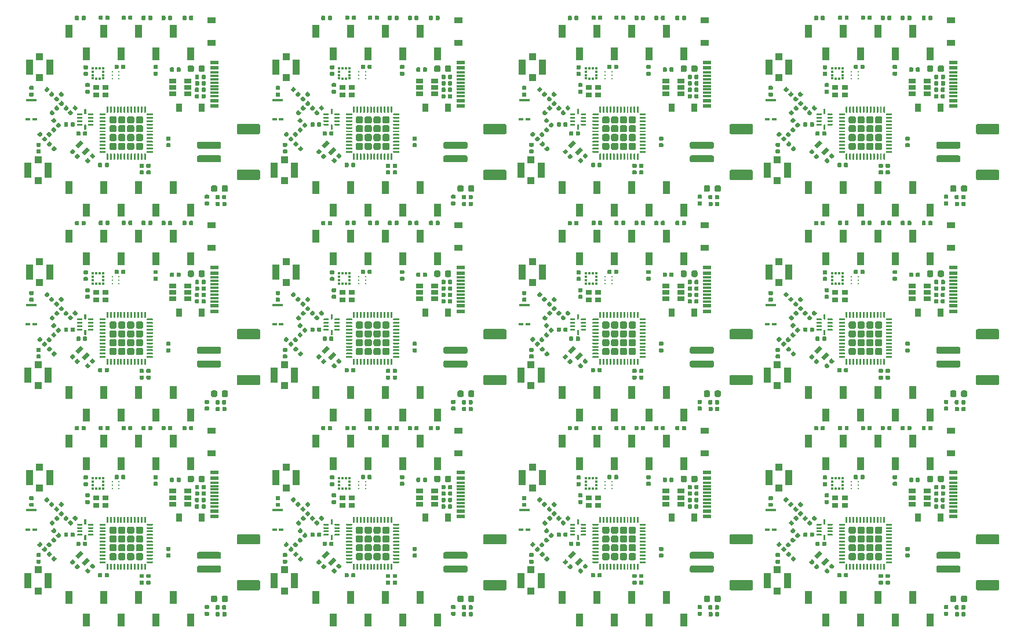
<source format=gbr>
G04 #@! TF.GenerationSoftware,KiCad,Pcbnew,5.1.5-52549c5~84~ubuntu19.04.1*
G04 #@! TF.CreationDate,2020-02-24T15:22:39-06:00*
G04 #@! TF.ProjectId,LeashPCB,4c656173-6850-4434-922e-6b696361645f,rev?*
G04 #@! TF.SameCoordinates,Original*
G04 #@! TF.FileFunction,Paste,Top*
G04 #@! TF.FilePolarity,Positive*
%FSLAX46Y46*%
G04 Gerber Fmt 4.6, Leading zero omitted, Abs format (unit mm)*
G04 Created by KiCad (PCBNEW 5.1.5-52549c5~84~ubuntu19.04.1) date 2020-02-24 15:22:39*
%MOMM*%
%LPD*%
G04 APERTURE LIST*
%ADD10C,0.100000*%
%ADD11R,1.000000X1.900000*%
%ADD12R,1.200000X0.900000*%
%ADD13R,1.060000X0.650000*%
%ADD14R,0.900000X0.800000*%
%ADD15R,1.600000X0.350000*%
%ADD16R,0.650000X0.350000*%
%ADD17R,0.900000X1.200000*%
%ADD18R,1.050000X2.200000*%
%ADD19R,1.000000X1.050000*%
%ADD20R,0.350000X0.375000*%
%ADD21R,0.375000X0.350000*%
%ADD22C,0.263000*%
%ADD23R,1.160000X0.600000*%
%ADD24R,1.160000X0.300000*%
G04 APERTURE END LIST*
D10*
G36*
X252489504Y-95986204D02*
G01*
X252513773Y-95989804D01*
X252537571Y-95995765D01*
X252560671Y-96004030D01*
X252582849Y-96014520D01*
X252603893Y-96027133D01*
X252623598Y-96041747D01*
X252641777Y-96058223D01*
X252658253Y-96076402D01*
X252672867Y-96096107D01*
X252685480Y-96117151D01*
X252695970Y-96139329D01*
X252704235Y-96162429D01*
X252710196Y-96186227D01*
X252713796Y-96210496D01*
X252715000Y-96235000D01*
X252715000Y-96775000D01*
X252713796Y-96799504D01*
X252710196Y-96823773D01*
X252704235Y-96847571D01*
X252695970Y-96870671D01*
X252685480Y-96892849D01*
X252672867Y-96913893D01*
X252658253Y-96933598D01*
X252641777Y-96951777D01*
X252623598Y-96968253D01*
X252603893Y-96982867D01*
X252582849Y-96995480D01*
X252560671Y-97005970D01*
X252537571Y-97014235D01*
X252513773Y-97020196D01*
X252489504Y-97023796D01*
X252465000Y-97025000D01*
X251925000Y-97025000D01*
X251900496Y-97023796D01*
X251876227Y-97020196D01*
X251852429Y-97014235D01*
X251829329Y-97005970D01*
X251807151Y-96995480D01*
X251786107Y-96982867D01*
X251766402Y-96968253D01*
X251748223Y-96951777D01*
X251731747Y-96933598D01*
X251717133Y-96913893D01*
X251704520Y-96892849D01*
X251694030Y-96870671D01*
X251685765Y-96847571D01*
X251679804Y-96823773D01*
X251676204Y-96799504D01*
X251675000Y-96775000D01*
X251675000Y-96235000D01*
X251676204Y-96210496D01*
X251679804Y-96186227D01*
X251685765Y-96162429D01*
X251694030Y-96139329D01*
X251704520Y-96117151D01*
X251717133Y-96096107D01*
X251731747Y-96076402D01*
X251748223Y-96058223D01*
X251766402Y-96041747D01*
X251786107Y-96027133D01*
X251807151Y-96014520D01*
X251829329Y-96004030D01*
X251852429Y-95995765D01*
X251876227Y-95989804D01*
X251900496Y-95986204D01*
X251925000Y-95985000D01*
X252465000Y-95985000D01*
X252489504Y-95986204D01*
G37*
G36*
X252489504Y-97276204D02*
G01*
X252513773Y-97279804D01*
X252537571Y-97285765D01*
X252560671Y-97294030D01*
X252582849Y-97304520D01*
X252603893Y-97317133D01*
X252623598Y-97331747D01*
X252641777Y-97348223D01*
X252658253Y-97366402D01*
X252672867Y-97386107D01*
X252685480Y-97407151D01*
X252695970Y-97429329D01*
X252704235Y-97452429D01*
X252710196Y-97476227D01*
X252713796Y-97500496D01*
X252715000Y-97525000D01*
X252715000Y-98065000D01*
X252713796Y-98089504D01*
X252710196Y-98113773D01*
X252704235Y-98137571D01*
X252695970Y-98160671D01*
X252685480Y-98182849D01*
X252672867Y-98203893D01*
X252658253Y-98223598D01*
X252641777Y-98241777D01*
X252623598Y-98258253D01*
X252603893Y-98272867D01*
X252582849Y-98285480D01*
X252560671Y-98295970D01*
X252537571Y-98304235D01*
X252513773Y-98310196D01*
X252489504Y-98313796D01*
X252465000Y-98315000D01*
X251925000Y-98315000D01*
X251900496Y-98313796D01*
X251876227Y-98310196D01*
X251852429Y-98304235D01*
X251829329Y-98295970D01*
X251807151Y-98285480D01*
X251786107Y-98272867D01*
X251766402Y-98258253D01*
X251748223Y-98241777D01*
X251731747Y-98223598D01*
X251717133Y-98203893D01*
X251704520Y-98182849D01*
X251694030Y-98160671D01*
X251685765Y-98137571D01*
X251679804Y-98113773D01*
X251676204Y-98089504D01*
X251675000Y-98065000D01*
X251675000Y-97525000D01*
X251676204Y-97500496D01*
X251679804Y-97476227D01*
X251685765Y-97452429D01*
X251694030Y-97429329D01*
X251704520Y-97407151D01*
X251717133Y-97386107D01*
X251731747Y-97366402D01*
X251748223Y-97348223D01*
X251766402Y-97331747D01*
X251786107Y-97317133D01*
X251807151Y-97304520D01*
X251829329Y-97294030D01*
X251852429Y-97285765D01*
X251876227Y-97279804D01*
X251900496Y-97276204D01*
X251925000Y-97275000D01*
X252465000Y-97275000D01*
X252489504Y-97276204D01*
G37*
G36*
X252489504Y-98566204D02*
G01*
X252513773Y-98569804D01*
X252537571Y-98575765D01*
X252560671Y-98584030D01*
X252582849Y-98594520D01*
X252603893Y-98607133D01*
X252623598Y-98621747D01*
X252641777Y-98638223D01*
X252658253Y-98656402D01*
X252672867Y-98676107D01*
X252685480Y-98697151D01*
X252695970Y-98719329D01*
X252704235Y-98742429D01*
X252710196Y-98766227D01*
X252713796Y-98790496D01*
X252715000Y-98815000D01*
X252715000Y-99355000D01*
X252713796Y-99379504D01*
X252710196Y-99403773D01*
X252704235Y-99427571D01*
X252695970Y-99450671D01*
X252685480Y-99472849D01*
X252672867Y-99493893D01*
X252658253Y-99513598D01*
X252641777Y-99531777D01*
X252623598Y-99548253D01*
X252603893Y-99562867D01*
X252582849Y-99575480D01*
X252560671Y-99585970D01*
X252537571Y-99594235D01*
X252513773Y-99600196D01*
X252489504Y-99603796D01*
X252465000Y-99605000D01*
X251925000Y-99605000D01*
X251900496Y-99603796D01*
X251876227Y-99600196D01*
X251852429Y-99594235D01*
X251829329Y-99585970D01*
X251807151Y-99575480D01*
X251786107Y-99562867D01*
X251766402Y-99548253D01*
X251748223Y-99531777D01*
X251731747Y-99513598D01*
X251717133Y-99493893D01*
X251704520Y-99472849D01*
X251694030Y-99450671D01*
X251685765Y-99427571D01*
X251679804Y-99403773D01*
X251676204Y-99379504D01*
X251675000Y-99355000D01*
X251675000Y-98815000D01*
X251676204Y-98790496D01*
X251679804Y-98766227D01*
X251685765Y-98742429D01*
X251694030Y-98719329D01*
X251704520Y-98697151D01*
X251717133Y-98676107D01*
X251731747Y-98656402D01*
X251748223Y-98638223D01*
X251766402Y-98621747D01*
X251786107Y-98607133D01*
X251807151Y-98594520D01*
X251829329Y-98584030D01*
X251852429Y-98575765D01*
X251876227Y-98569804D01*
X251900496Y-98566204D01*
X251925000Y-98565000D01*
X252465000Y-98565000D01*
X252489504Y-98566204D01*
G37*
G36*
X252489504Y-99856204D02*
G01*
X252513773Y-99859804D01*
X252537571Y-99865765D01*
X252560671Y-99874030D01*
X252582849Y-99884520D01*
X252603893Y-99897133D01*
X252623598Y-99911747D01*
X252641777Y-99928223D01*
X252658253Y-99946402D01*
X252672867Y-99966107D01*
X252685480Y-99987151D01*
X252695970Y-100009329D01*
X252704235Y-100032429D01*
X252710196Y-100056227D01*
X252713796Y-100080496D01*
X252715000Y-100105000D01*
X252715000Y-100645000D01*
X252713796Y-100669504D01*
X252710196Y-100693773D01*
X252704235Y-100717571D01*
X252695970Y-100740671D01*
X252685480Y-100762849D01*
X252672867Y-100783893D01*
X252658253Y-100803598D01*
X252641777Y-100821777D01*
X252623598Y-100838253D01*
X252603893Y-100852867D01*
X252582849Y-100865480D01*
X252560671Y-100875970D01*
X252537571Y-100884235D01*
X252513773Y-100890196D01*
X252489504Y-100893796D01*
X252465000Y-100895000D01*
X251925000Y-100895000D01*
X251900496Y-100893796D01*
X251876227Y-100890196D01*
X251852429Y-100884235D01*
X251829329Y-100875970D01*
X251807151Y-100865480D01*
X251786107Y-100852867D01*
X251766402Y-100838253D01*
X251748223Y-100821777D01*
X251731747Y-100803598D01*
X251717133Y-100783893D01*
X251704520Y-100762849D01*
X251694030Y-100740671D01*
X251685765Y-100717571D01*
X251679804Y-100693773D01*
X251676204Y-100669504D01*
X251675000Y-100645000D01*
X251675000Y-100105000D01*
X251676204Y-100080496D01*
X251679804Y-100056227D01*
X251685765Y-100032429D01*
X251694030Y-100009329D01*
X251704520Y-99987151D01*
X251717133Y-99966107D01*
X251731747Y-99946402D01*
X251748223Y-99928223D01*
X251766402Y-99911747D01*
X251786107Y-99897133D01*
X251807151Y-99884520D01*
X251829329Y-99874030D01*
X251852429Y-99865765D01*
X251876227Y-99859804D01*
X251900496Y-99856204D01*
X251925000Y-99855000D01*
X252465000Y-99855000D01*
X252489504Y-99856204D01*
G37*
G36*
X253779504Y-95986204D02*
G01*
X253803773Y-95989804D01*
X253827571Y-95995765D01*
X253850671Y-96004030D01*
X253872849Y-96014520D01*
X253893893Y-96027133D01*
X253913598Y-96041747D01*
X253931777Y-96058223D01*
X253948253Y-96076402D01*
X253962867Y-96096107D01*
X253975480Y-96117151D01*
X253985970Y-96139329D01*
X253994235Y-96162429D01*
X254000196Y-96186227D01*
X254003796Y-96210496D01*
X254005000Y-96235000D01*
X254005000Y-96775000D01*
X254003796Y-96799504D01*
X254000196Y-96823773D01*
X253994235Y-96847571D01*
X253985970Y-96870671D01*
X253975480Y-96892849D01*
X253962867Y-96913893D01*
X253948253Y-96933598D01*
X253931777Y-96951777D01*
X253913598Y-96968253D01*
X253893893Y-96982867D01*
X253872849Y-96995480D01*
X253850671Y-97005970D01*
X253827571Y-97014235D01*
X253803773Y-97020196D01*
X253779504Y-97023796D01*
X253755000Y-97025000D01*
X253215000Y-97025000D01*
X253190496Y-97023796D01*
X253166227Y-97020196D01*
X253142429Y-97014235D01*
X253119329Y-97005970D01*
X253097151Y-96995480D01*
X253076107Y-96982867D01*
X253056402Y-96968253D01*
X253038223Y-96951777D01*
X253021747Y-96933598D01*
X253007133Y-96913893D01*
X252994520Y-96892849D01*
X252984030Y-96870671D01*
X252975765Y-96847571D01*
X252969804Y-96823773D01*
X252966204Y-96799504D01*
X252965000Y-96775000D01*
X252965000Y-96235000D01*
X252966204Y-96210496D01*
X252969804Y-96186227D01*
X252975765Y-96162429D01*
X252984030Y-96139329D01*
X252994520Y-96117151D01*
X253007133Y-96096107D01*
X253021747Y-96076402D01*
X253038223Y-96058223D01*
X253056402Y-96041747D01*
X253076107Y-96027133D01*
X253097151Y-96014520D01*
X253119329Y-96004030D01*
X253142429Y-95995765D01*
X253166227Y-95989804D01*
X253190496Y-95986204D01*
X253215000Y-95985000D01*
X253755000Y-95985000D01*
X253779504Y-95986204D01*
G37*
G36*
X253779504Y-97276204D02*
G01*
X253803773Y-97279804D01*
X253827571Y-97285765D01*
X253850671Y-97294030D01*
X253872849Y-97304520D01*
X253893893Y-97317133D01*
X253913598Y-97331747D01*
X253931777Y-97348223D01*
X253948253Y-97366402D01*
X253962867Y-97386107D01*
X253975480Y-97407151D01*
X253985970Y-97429329D01*
X253994235Y-97452429D01*
X254000196Y-97476227D01*
X254003796Y-97500496D01*
X254005000Y-97525000D01*
X254005000Y-98065000D01*
X254003796Y-98089504D01*
X254000196Y-98113773D01*
X253994235Y-98137571D01*
X253985970Y-98160671D01*
X253975480Y-98182849D01*
X253962867Y-98203893D01*
X253948253Y-98223598D01*
X253931777Y-98241777D01*
X253913598Y-98258253D01*
X253893893Y-98272867D01*
X253872849Y-98285480D01*
X253850671Y-98295970D01*
X253827571Y-98304235D01*
X253803773Y-98310196D01*
X253779504Y-98313796D01*
X253755000Y-98315000D01*
X253215000Y-98315000D01*
X253190496Y-98313796D01*
X253166227Y-98310196D01*
X253142429Y-98304235D01*
X253119329Y-98295970D01*
X253097151Y-98285480D01*
X253076107Y-98272867D01*
X253056402Y-98258253D01*
X253038223Y-98241777D01*
X253021747Y-98223598D01*
X253007133Y-98203893D01*
X252994520Y-98182849D01*
X252984030Y-98160671D01*
X252975765Y-98137571D01*
X252969804Y-98113773D01*
X252966204Y-98089504D01*
X252965000Y-98065000D01*
X252965000Y-97525000D01*
X252966204Y-97500496D01*
X252969804Y-97476227D01*
X252975765Y-97452429D01*
X252984030Y-97429329D01*
X252994520Y-97407151D01*
X253007133Y-97386107D01*
X253021747Y-97366402D01*
X253038223Y-97348223D01*
X253056402Y-97331747D01*
X253076107Y-97317133D01*
X253097151Y-97304520D01*
X253119329Y-97294030D01*
X253142429Y-97285765D01*
X253166227Y-97279804D01*
X253190496Y-97276204D01*
X253215000Y-97275000D01*
X253755000Y-97275000D01*
X253779504Y-97276204D01*
G37*
G36*
X253779504Y-98566204D02*
G01*
X253803773Y-98569804D01*
X253827571Y-98575765D01*
X253850671Y-98584030D01*
X253872849Y-98594520D01*
X253893893Y-98607133D01*
X253913598Y-98621747D01*
X253931777Y-98638223D01*
X253948253Y-98656402D01*
X253962867Y-98676107D01*
X253975480Y-98697151D01*
X253985970Y-98719329D01*
X253994235Y-98742429D01*
X254000196Y-98766227D01*
X254003796Y-98790496D01*
X254005000Y-98815000D01*
X254005000Y-99355000D01*
X254003796Y-99379504D01*
X254000196Y-99403773D01*
X253994235Y-99427571D01*
X253985970Y-99450671D01*
X253975480Y-99472849D01*
X253962867Y-99493893D01*
X253948253Y-99513598D01*
X253931777Y-99531777D01*
X253913598Y-99548253D01*
X253893893Y-99562867D01*
X253872849Y-99575480D01*
X253850671Y-99585970D01*
X253827571Y-99594235D01*
X253803773Y-99600196D01*
X253779504Y-99603796D01*
X253755000Y-99605000D01*
X253215000Y-99605000D01*
X253190496Y-99603796D01*
X253166227Y-99600196D01*
X253142429Y-99594235D01*
X253119329Y-99585970D01*
X253097151Y-99575480D01*
X253076107Y-99562867D01*
X253056402Y-99548253D01*
X253038223Y-99531777D01*
X253021747Y-99513598D01*
X253007133Y-99493893D01*
X252994520Y-99472849D01*
X252984030Y-99450671D01*
X252975765Y-99427571D01*
X252969804Y-99403773D01*
X252966204Y-99379504D01*
X252965000Y-99355000D01*
X252965000Y-98815000D01*
X252966204Y-98790496D01*
X252969804Y-98766227D01*
X252975765Y-98742429D01*
X252984030Y-98719329D01*
X252994520Y-98697151D01*
X253007133Y-98676107D01*
X253021747Y-98656402D01*
X253038223Y-98638223D01*
X253056402Y-98621747D01*
X253076107Y-98607133D01*
X253097151Y-98594520D01*
X253119329Y-98584030D01*
X253142429Y-98575765D01*
X253166227Y-98569804D01*
X253190496Y-98566204D01*
X253215000Y-98565000D01*
X253755000Y-98565000D01*
X253779504Y-98566204D01*
G37*
G36*
X253779504Y-99856204D02*
G01*
X253803773Y-99859804D01*
X253827571Y-99865765D01*
X253850671Y-99874030D01*
X253872849Y-99884520D01*
X253893893Y-99897133D01*
X253913598Y-99911747D01*
X253931777Y-99928223D01*
X253948253Y-99946402D01*
X253962867Y-99966107D01*
X253975480Y-99987151D01*
X253985970Y-100009329D01*
X253994235Y-100032429D01*
X254000196Y-100056227D01*
X254003796Y-100080496D01*
X254005000Y-100105000D01*
X254005000Y-100645000D01*
X254003796Y-100669504D01*
X254000196Y-100693773D01*
X253994235Y-100717571D01*
X253985970Y-100740671D01*
X253975480Y-100762849D01*
X253962867Y-100783893D01*
X253948253Y-100803598D01*
X253931777Y-100821777D01*
X253913598Y-100838253D01*
X253893893Y-100852867D01*
X253872849Y-100865480D01*
X253850671Y-100875970D01*
X253827571Y-100884235D01*
X253803773Y-100890196D01*
X253779504Y-100893796D01*
X253755000Y-100895000D01*
X253215000Y-100895000D01*
X253190496Y-100893796D01*
X253166227Y-100890196D01*
X253142429Y-100884235D01*
X253119329Y-100875970D01*
X253097151Y-100865480D01*
X253076107Y-100852867D01*
X253056402Y-100838253D01*
X253038223Y-100821777D01*
X253021747Y-100803598D01*
X253007133Y-100783893D01*
X252994520Y-100762849D01*
X252984030Y-100740671D01*
X252975765Y-100717571D01*
X252969804Y-100693773D01*
X252966204Y-100669504D01*
X252965000Y-100645000D01*
X252965000Y-100105000D01*
X252966204Y-100080496D01*
X252969804Y-100056227D01*
X252975765Y-100032429D01*
X252984030Y-100009329D01*
X252994520Y-99987151D01*
X253007133Y-99966107D01*
X253021747Y-99946402D01*
X253038223Y-99928223D01*
X253056402Y-99911747D01*
X253076107Y-99897133D01*
X253097151Y-99884520D01*
X253119329Y-99874030D01*
X253142429Y-99865765D01*
X253166227Y-99859804D01*
X253190496Y-99856204D01*
X253215000Y-99855000D01*
X253755000Y-99855000D01*
X253779504Y-99856204D01*
G37*
G36*
X255069504Y-95986204D02*
G01*
X255093773Y-95989804D01*
X255117571Y-95995765D01*
X255140671Y-96004030D01*
X255162849Y-96014520D01*
X255183893Y-96027133D01*
X255203598Y-96041747D01*
X255221777Y-96058223D01*
X255238253Y-96076402D01*
X255252867Y-96096107D01*
X255265480Y-96117151D01*
X255275970Y-96139329D01*
X255284235Y-96162429D01*
X255290196Y-96186227D01*
X255293796Y-96210496D01*
X255295000Y-96235000D01*
X255295000Y-96775000D01*
X255293796Y-96799504D01*
X255290196Y-96823773D01*
X255284235Y-96847571D01*
X255275970Y-96870671D01*
X255265480Y-96892849D01*
X255252867Y-96913893D01*
X255238253Y-96933598D01*
X255221777Y-96951777D01*
X255203598Y-96968253D01*
X255183893Y-96982867D01*
X255162849Y-96995480D01*
X255140671Y-97005970D01*
X255117571Y-97014235D01*
X255093773Y-97020196D01*
X255069504Y-97023796D01*
X255045000Y-97025000D01*
X254505000Y-97025000D01*
X254480496Y-97023796D01*
X254456227Y-97020196D01*
X254432429Y-97014235D01*
X254409329Y-97005970D01*
X254387151Y-96995480D01*
X254366107Y-96982867D01*
X254346402Y-96968253D01*
X254328223Y-96951777D01*
X254311747Y-96933598D01*
X254297133Y-96913893D01*
X254284520Y-96892849D01*
X254274030Y-96870671D01*
X254265765Y-96847571D01*
X254259804Y-96823773D01*
X254256204Y-96799504D01*
X254255000Y-96775000D01*
X254255000Y-96235000D01*
X254256204Y-96210496D01*
X254259804Y-96186227D01*
X254265765Y-96162429D01*
X254274030Y-96139329D01*
X254284520Y-96117151D01*
X254297133Y-96096107D01*
X254311747Y-96076402D01*
X254328223Y-96058223D01*
X254346402Y-96041747D01*
X254366107Y-96027133D01*
X254387151Y-96014520D01*
X254409329Y-96004030D01*
X254432429Y-95995765D01*
X254456227Y-95989804D01*
X254480496Y-95986204D01*
X254505000Y-95985000D01*
X255045000Y-95985000D01*
X255069504Y-95986204D01*
G37*
G36*
X255069504Y-97276204D02*
G01*
X255093773Y-97279804D01*
X255117571Y-97285765D01*
X255140671Y-97294030D01*
X255162849Y-97304520D01*
X255183893Y-97317133D01*
X255203598Y-97331747D01*
X255221777Y-97348223D01*
X255238253Y-97366402D01*
X255252867Y-97386107D01*
X255265480Y-97407151D01*
X255275970Y-97429329D01*
X255284235Y-97452429D01*
X255290196Y-97476227D01*
X255293796Y-97500496D01*
X255295000Y-97525000D01*
X255295000Y-98065000D01*
X255293796Y-98089504D01*
X255290196Y-98113773D01*
X255284235Y-98137571D01*
X255275970Y-98160671D01*
X255265480Y-98182849D01*
X255252867Y-98203893D01*
X255238253Y-98223598D01*
X255221777Y-98241777D01*
X255203598Y-98258253D01*
X255183893Y-98272867D01*
X255162849Y-98285480D01*
X255140671Y-98295970D01*
X255117571Y-98304235D01*
X255093773Y-98310196D01*
X255069504Y-98313796D01*
X255045000Y-98315000D01*
X254505000Y-98315000D01*
X254480496Y-98313796D01*
X254456227Y-98310196D01*
X254432429Y-98304235D01*
X254409329Y-98295970D01*
X254387151Y-98285480D01*
X254366107Y-98272867D01*
X254346402Y-98258253D01*
X254328223Y-98241777D01*
X254311747Y-98223598D01*
X254297133Y-98203893D01*
X254284520Y-98182849D01*
X254274030Y-98160671D01*
X254265765Y-98137571D01*
X254259804Y-98113773D01*
X254256204Y-98089504D01*
X254255000Y-98065000D01*
X254255000Y-97525000D01*
X254256204Y-97500496D01*
X254259804Y-97476227D01*
X254265765Y-97452429D01*
X254274030Y-97429329D01*
X254284520Y-97407151D01*
X254297133Y-97386107D01*
X254311747Y-97366402D01*
X254328223Y-97348223D01*
X254346402Y-97331747D01*
X254366107Y-97317133D01*
X254387151Y-97304520D01*
X254409329Y-97294030D01*
X254432429Y-97285765D01*
X254456227Y-97279804D01*
X254480496Y-97276204D01*
X254505000Y-97275000D01*
X255045000Y-97275000D01*
X255069504Y-97276204D01*
G37*
G36*
X255069504Y-98566204D02*
G01*
X255093773Y-98569804D01*
X255117571Y-98575765D01*
X255140671Y-98584030D01*
X255162849Y-98594520D01*
X255183893Y-98607133D01*
X255203598Y-98621747D01*
X255221777Y-98638223D01*
X255238253Y-98656402D01*
X255252867Y-98676107D01*
X255265480Y-98697151D01*
X255275970Y-98719329D01*
X255284235Y-98742429D01*
X255290196Y-98766227D01*
X255293796Y-98790496D01*
X255295000Y-98815000D01*
X255295000Y-99355000D01*
X255293796Y-99379504D01*
X255290196Y-99403773D01*
X255284235Y-99427571D01*
X255275970Y-99450671D01*
X255265480Y-99472849D01*
X255252867Y-99493893D01*
X255238253Y-99513598D01*
X255221777Y-99531777D01*
X255203598Y-99548253D01*
X255183893Y-99562867D01*
X255162849Y-99575480D01*
X255140671Y-99585970D01*
X255117571Y-99594235D01*
X255093773Y-99600196D01*
X255069504Y-99603796D01*
X255045000Y-99605000D01*
X254505000Y-99605000D01*
X254480496Y-99603796D01*
X254456227Y-99600196D01*
X254432429Y-99594235D01*
X254409329Y-99585970D01*
X254387151Y-99575480D01*
X254366107Y-99562867D01*
X254346402Y-99548253D01*
X254328223Y-99531777D01*
X254311747Y-99513598D01*
X254297133Y-99493893D01*
X254284520Y-99472849D01*
X254274030Y-99450671D01*
X254265765Y-99427571D01*
X254259804Y-99403773D01*
X254256204Y-99379504D01*
X254255000Y-99355000D01*
X254255000Y-98815000D01*
X254256204Y-98790496D01*
X254259804Y-98766227D01*
X254265765Y-98742429D01*
X254274030Y-98719329D01*
X254284520Y-98697151D01*
X254297133Y-98676107D01*
X254311747Y-98656402D01*
X254328223Y-98638223D01*
X254346402Y-98621747D01*
X254366107Y-98607133D01*
X254387151Y-98594520D01*
X254409329Y-98584030D01*
X254432429Y-98575765D01*
X254456227Y-98569804D01*
X254480496Y-98566204D01*
X254505000Y-98565000D01*
X255045000Y-98565000D01*
X255069504Y-98566204D01*
G37*
G36*
X255069504Y-99856204D02*
G01*
X255093773Y-99859804D01*
X255117571Y-99865765D01*
X255140671Y-99874030D01*
X255162849Y-99884520D01*
X255183893Y-99897133D01*
X255203598Y-99911747D01*
X255221777Y-99928223D01*
X255238253Y-99946402D01*
X255252867Y-99966107D01*
X255265480Y-99987151D01*
X255275970Y-100009329D01*
X255284235Y-100032429D01*
X255290196Y-100056227D01*
X255293796Y-100080496D01*
X255295000Y-100105000D01*
X255295000Y-100645000D01*
X255293796Y-100669504D01*
X255290196Y-100693773D01*
X255284235Y-100717571D01*
X255275970Y-100740671D01*
X255265480Y-100762849D01*
X255252867Y-100783893D01*
X255238253Y-100803598D01*
X255221777Y-100821777D01*
X255203598Y-100838253D01*
X255183893Y-100852867D01*
X255162849Y-100865480D01*
X255140671Y-100875970D01*
X255117571Y-100884235D01*
X255093773Y-100890196D01*
X255069504Y-100893796D01*
X255045000Y-100895000D01*
X254505000Y-100895000D01*
X254480496Y-100893796D01*
X254456227Y-100890196D01*
X254432429Y-100884235D01*
X254409329Y-100875970D01*
X254387151Y-100865480D01*
X254366107Y-100852867D01*
X254346402Y-100838253D01*
X254328223Y-100821777D01*
X254311747Y-100803598D01*
X254297133Y-100783893D01*
X254284520Y-100762849D01*
X254274030Y-100740671D01*
X254265765Y-100717571D01*
X254259804Y-100693773D01*
X254256204Y-100669504D01*
X254255000Y-100645000D01*
X254255000Y-100105000D01*
X254256204Y-100080496D01*
X254259804Y-100056227D01*
X254265765Y-100032429D01*
X254274030Y-100009329D01*
X254284520Y-99987151D01*
X254297133Y-99966107D01*
X254311747Y-99946402D01*
X254328223Y-99928223D01*
X254346402Y-99911747D01*
X254366107Y-99897133D01*
X254387151Y-99884520D01*
X254409329Y-99874030D01*
X254432429Y-99865765D01*
X254456227Y-99859804D01*
X254480496Y-99856204D01*
X254505000Y-99855000D01*
X255045000Y-99855000D01*
X255069504Y-99856204D01*
G37*
G36*
X256359504Y-95986204D02*
G01*
X256383773Y-95989804D01*
X256407571Y-95995765D01*
X256430671Y-96004030D01*
X256452849Y-96014520D01*
X256473893Y-96027133D01*
X256493598Y-96041747D01*
X256511777Y-96058223D01*
X256528253Y-96076402D01*
X256542867Y-96096107D01*
X256555480Y-96117151D01*
X256565970Y-96139329D01*
X256574235Y-96162429D01*
X256580196Y-96186227D01*
X256583796Y-96210496D01*
X256585000Y-96235000D01*
X256585000Y-96775000D01*
X256583796Y-96799504D01*
X256580196Y-96823773D01*
X256574235Y-96847571D01*
X256565970Y-96870671D01*
X256555480Y-96892849D01*
X256542867Y-96913893D01*
X256528253Y-96933598D01*
X256511777Y-96951777D01*
X256493598Y-96968253D01*
X256473893Y-96982867D01*
X256452849Y-96995480D01*
X256430671Y-97005970D01*
X256407571Y-97014235D01*
X256383773Y-97020196D01*
X256359504Y-97023796D01*
X256335000Y-97025000D01*
X255795000Y-97025000D01*
X255770496Y-97023796D01*
X255746227Y-97020196D01*
X255722429Y-97014235D01*
X255699329Y-97005970D01*
X255677151Y-96995480D01*
X255656107Y-96982867D01*
X255636402Y-96968253D01*
X255618223Y-96951777D01*
X255601747Y-96933598D01*
X255587133Y-96913893D01*
X255574520Y-96892849D01*
X255564030Y-96870671D01*
X255555765Y-96847571D01*
X255549804Y-96823773D01*
X255546204Y-96799504D01*
X255545000Y-96775000D01*
X255545000Y-96235000D01*
X255546204Y-96210496D01*
X255549804Y-96186227D01*
X255555765Y-96162429D01*
X255564030Y-96139329D01*
X255574520Y-96117151D01*
X255587133Y-96096107D01*
X255601747Y-96076402D01*
X255618223Y-96058223D01*
X255636402Y-96041747D01*
X255656107Y-96027133D01*
X255677151Y-96014520D01*
X255699329Y-96004030D01*
X255722429Y-95995765D01*
X255746227Y-95989804D01*
X255770496Y-95986204D01*
X255795000Y-95985000D01*
X256335000Y-95985000D01*
X256359504Y-95986204D01*
G37*
G36*
X256359504Y-97276204D02*
G01*
X256383773Y-97279804D01*
X256407571Y-97285765D01*
X256430671Y-97294030D01*
X256452849Y-97304520D01*
X256473893Y-97317133D01*
X256493598Y-97331747D01*
X256511777Y-97348223D01*
X256528253Y-97366402D01*
X256542867Y-97386107D01*
X256555480Y-97407151D01*
X256565970Y-97429329D01*
X256574235Y-97452429D01*
X256580196Y-97476227D01*
X256583796Y-97500496D01*
X256585000Y-97525000D01*
X256585000Y-98065000D01*
X256583796Y-98089504D01*
X256580196Y-98113773D01*
X256574235Y-98137571D01*
X256565970Y-98160671D01*
X256555480Y-98182849D01*
X256542867Y-98203893D01*
X256528253Y-98223598D01*
X256511777Y-98241777D01*
X256493598Y-98258253D01*
X256473893Y-98272867D01*
X256452849Y-98285480D01*
X256430671Y-98295970D01*
X256407571Y-98304235D01*
X256383773Y-98310196D01*
X256359504Y-98313796D01*
X256335000Y-98315000D01*
X255795000Y-98315000D01*
X255770496Y-98313796D01*
X255746227Y-98310196D01*
X255722429Y-98304235D01*
X255699329Y-98295970D01*
X255677151Y-98285480D01*
X255656107Y-98272867D01*
X255636402Y-98258253D01*
X255618223Y-98241777D01*
X255601747Y-98223598D01*
X255587133Y-98203893D01*
X255574520Y-98182849D01*
X255564030Y-98160671D01*
X255555765Y-98137571D01*
X255549804Y-98113773D01*
X255546204Y-98089504D01*
X255545000Y-98065000D01*
X255545000Y-97525000D01*
X255546204Y-97500496D01*
X255549804Y-97476227D01*
X255555765Y-97452429D01*
X255564030Y-97429329D01*
X255574520Y-97407151D01*
X255587133Y-97386107D01*
X255601747Y-97366402D01*
X255618223Y-97348223D01*
X255636402Y-97331747D01*
X255656107Y-97317133D01*
X255677151Y-97304520D01*
X255699329Y-97294030D01*
X255722429Y-97285765D01*
X255746227Y-97279804D01*
X255770496Y-97276204D01*
X255795000Y-97275000D01*
X256335000Y-97275000D01*
X256359504Y-97276204D01*
G37*
G36*
X256359504Y-98566204D02*
G01*
X256383773Y-98569804D01*
X256407571Y-98575765D01*
X256430671Y-98584030D01*
X256452849Y-98594520D01*
X256473893Y-98607133D01*
X256493598Y-98621747D01*
X256511777Y-98638223D01*
X256528253Y-98656402D01*
X256542867Y-98676107D01*
X256555480Y-98697151D01*
X256565970Y-98719329D01*
X256574235Y-98742429D01*
X256580196Y-98766227D01*
X256583796Y-98790496D01*
X256585000Y-98815000D01*
X256585000Y-99355000D01*
X256583796Y-99379504D01*
X256580196Y-99403773D01*
X256574235Y-99427571D01*
X256565970Y-99450671D01*
X256555480Y-99472849D01*
X256542867Y-99493893D01*
X256528253Y-99513598D01*
X256511777Y-99531777D01*
X256493598Y-99548253D01*
X256473893Y-99562867D01*
X256452849Y-99575480D01*
X256430671Y-99585970D01*
X256407571Y-99594235D01*
X256383773Y-99600196D01*
X256359504Y-99603796D01*
X256335000Y-99605000D01*
X255795000Y-99605000D01*
X255770496Y-99603796D01*
X255746227Y-99600196D01*
X255722429Y-99594235D01*
X255699329Y-99585970D01*
X255677151Y-99575480D01*
X255656107Y-99562867D01*
X255636402Y-99548253D01*
X255618223Y-99531777D01*
X255601747Y-99513598D01*
X255587133Y-99493893D01*
X255574520Y-99472849D01*
X255564030Y-99450671D01*
X255555765Y-99427571D01*
X255549804Y-99403773D01*
X255546204Y-99379504D01*
X255545000Y-99355000D01*
X255545000Y-98815000D01*
X255546204Y-98790496D01*
X255549804Y-98766227D01*
X255555765Y-98742429D01*
X255564030Y-98719329D01*
X255574520Y-98697151D01*
X255587133Y-98676107D01*
X255601747Y-98656402D01*
X255618223Y-98638223D01*
X255636402Y-98621747D01*
X255656107Y-98607133D01*
X255677151Y-98594520D01*
X255699329Y-98584030D01*
X255722429Y-98575765D01*
X255746227Y-98569804D01*
X255770496Y-98566204D01*
X255795000Y-98565000D01*
X256335000Y-98565000D01*
X256359504Y-98566204D01*
G37*
G36*
X256359504Y-99856204D02*
G01*
X256383773Y-99859804D01*
X256407571Y-99865765D01*
X256430671Y-99874030D01*
X256452849Y-99884520D01*
X256473893Y-99897133D01*
X256493598Y-99911747D01*
X256511777Y-99928223D01*
X256528253Y-99946402D01*
X256542867Y-99966107D01*
X256555480Y-99987151D01*
X256565970Y-100009329D01*
X256574235Y-100032429D01*
X256580196Y-100056227D01*
X256583796Y-100080496D01*
X256585000Y-100105000D01*
X256585000Y-100645000D01*
X256583796Y-100669504D01*
X256580196Y-100693773D01*
X256574235Y-100717571D01*
X256565970Y-100740671D01*
X256555480Y-100762849D01*
X256542867Y-100783893D01*
X256528253Y-100803598D01*
X256511777Y-100821777D01*
X256493598Y-100838253D01*
X256473893Y-100852867D01*
X256452849Y-100865480D01*
X256430671Y-100875970D01*
X256407571Y-100884235D01*
X256383773Y-100890196D01*
X256359504Y-100893796D01*
X256335000Y-100895000D01*
X255795000Y-100895000D01*
X255770496Y-100893796D01*
X255746227Y-100890196D01*
X255722429Y-100884235D01*
X255699329Y-100875970D01*
X255677151Y-100865480D01*
X255656107Y-100852867D01*
X255636402Y-100838253D01*
X255618223Y-100821777D01*
X255601747Y-100803598D01*
X255587133Y-100783893D01*
X255574520Y-100762849D01*
X255564030Y-100740671D01*
X255555765Y-100717571D01*
X255549804Y-100693773D01*
X255546204Y-100669504D01*
X255545000Y-100645000D01*
X255545000Y-100105000D01*
X255546204Y-100080496D01*
X255549804Y-100056227D01*
X255555765Y-100032429D01*
X255564030Y-100009329D01*
X255574520Y-99987151D01*
X255587133Y-99966107D01*
X255601747Y-99946402D01*
X255618223Y-99928223D01*
X255636402Y-99911747D01*
X255656107Y-99897133D01*
X255677151Y-99884520D01*
X255699329Y-99874030D01*
X255722429Y-99865765D01*
X255746227Y-99859804D01*
X255770496Y-99856204D01*
X255795000Y-99855000D01*
X256335000Y-99855000D01*
X256359504Y-99856204D01*
G37*
G36*
X251073626Y-95565301D02*
G01*
X251079693Y-95566201D01*
X251085643Y-95567691D01*
X251091418Y-95569758D01*
X251096962Y-95572380D01*
X251102223Y-95575533D01*
X251107150Y-95579187D01*
X251111694Y-95583306D01*
X251115813Y-95587850D01*
X251119467Y-95592777D01*
X251122620Y-95598038D01*
X251125242Y-95603582D01*
X251127309Y-95609357D01*
X251128799Y-95615307D01*
X251129699Y-95621374D01*
X251130000Y-95627500D01*
X251130000Y-95752500D01*
X251129699Y-95758626D01*
X251128799Y-95764693D01*
X251127309Y-95770643D01*
X251125242Y-95776418D01*
X251122620Y-95781962D01*
X251119467Y-95787223D01*
X251115813Y-95792150D01*
X251111694Y-95796694D01*
X251107150Y-95800813D01*
X251102223Y-95804467D01*
X251096962Y-95807620D01*
X251091418Y-95810242D01*
X251085643Y-95812309D01*
X251079693Y-95813799D01*
X251073626Y-95814699D01*
X251067500Y-95815000D01*
X250317500Y-95815000D01*
X250311374Y-95814699D01*
X250305307Y-95813799D01*
X250299357Y-95812309D01*
X250293582Y-95810242D01*
X250288038Y-95807620D01*
X250282777Y-95804467D01*
X250277850Y-95800813D01*
X250273306Y-95796694D01*
X250269187Y-95792150D01*
X250265533Y-95787223D01*
X250262380Y-95781962D01*
X250259758Y-95776418D01*
X250257691Y-95770643D01*
X250256201Y-95764693D01*
X250255301Y-95758626D01*
X250255000Y-95752500D01*
X250255000Y-95627500D01*
X250255301Y-95621374D01*
X250256201Y-95615307D01*
X250257691Y-95609357D01*
X250259758Y-95603582D01*
X250262380Y-95598038D01*
X250265533Y-95592777D01*
X250269187Y-95587850D01*
X250273306Y-95583306D01*
X250277850Y-95579187D01*
X250282777Y-95575533D01*
X250288038Y-95572380D01*
X250293582Y-95569758D01*
X250299357Y-95567691D01*
X250305307Y-95566201D01*
X250311374Y-95565301D01*
X250317500Y-95565000D01*
X251067500Y-95565000D01*
X251073626Y-95565301D01*
G37*
G36*
X251073626Y-96065301D02*
G01*
X251079693Y-96066201D01*
X251085643Y-96067691D01*
X251091418Y-96069758D01*
X251096962Y-96072380D01*
X251102223Y-96075533D01*
X251107150Y-96079187D01*
X251111694Y-96083306D01*
X251115813Y-96087850D01*
X251119467Y-96092777D01*
X251122620Y-96098038D01*
X251125242Y-96103582D01*
X251127309Y-96109357D01*
X251128799Y-96115307D01*
X251129699Y-96121374D01*
X251130000Y-96127500D01*
X251130000Y-96252500D01*
X251129699Y-96258626D01*
X251128799Y-96264693D01*
X251127309Y-96270643D01*
X251125242Y-96276418D01*
X251122620Y-96281962D01*
X251119467Y-96287223D01*
X251115813Y-96292150D01*
X251111694Y-96296694D01*
X251107150Y-96300813D01*
X251102223Y-96304467D01*
X251096962Y-96307620D01*
X251091418Y-96310242D01*
X251085643Y-96312309D01*
X251079693Y-96313799D01*
X251073626Y-96314699D01*
X251067500Y-96315000D01*
X250317500Y-96315000D01*
X250311374Y-96314699D01*
X250305307Y-96313799D01*
X250299357Y-96312309D01*
X250293582Y-96310242D01*
X250288038Y-96307620D01*
X250282777Y-96304467D01*
X250277850Y-96300813D01*
X250273306Y-96296694D01*
X250269187Y-96292150D01*
X250265533Y-96287223D01*
X250262380Y-96281962D01*
X250259758Y-96276418D01*
X250257691Y-96270643D01*
X250256201Y-96264693D01*
X250255301Y-96258626D01*
X250255000Y-96252500D01*
X250255000Y-96127500D01*
X250255301Y-96121374D01*
X250256201Y-96115307D01*
X250257691Y-96109357D01*
X250259758Y-96103582D01*
X250262380Y-96098038D01*
X250265533Y-96092777D01*
X250269187Y-96087850D01*
X250273306Y-96083306D01*
X250277850Y-96079187D01*
X250282777Y-96075533D01*
X250288038Y-96072380D01*
X250293582Y-96069758D01*
X250299357Y-96067691D01*
X250305307Y-96066201D01*
X250311374Y-96065301D01*
X250317500Y-96065000D01*
X251067500Y-96065000D01*
X251073626Y-96065301D01*
G37*
G36*
X251073626Y-96565301D02*
G01*
X251079693Y-96566201D01*
X251085643Y-96567691D01*
X251091418Y-96569758D01*
X251096962Y-96572380D01*
X251102223Y-96575533D01*
X251107150Y-96579187D01*
X251111694Y-96583306D01*
X251115813Y-96587850D01*
X251119467Y-96592777D01*
X251122620Y-96598038D01*
X251125242Y-96603582D01*
X251127309Y-96609357D01*
X251128799Y-96615307D01*
X251129699Y-96621374D01*
X251130000Y-96627500D01*
X251130000Y-96752500D01*
X251129699Y-96758626D01*
X251128799Y-96764693D01*
X251127309Y-96770643D01*
X251125242Y-96776418D01*
X251122620Y-96781962D01*
X251119467Y-96787223D01*
X251115813Y-96792150D01*
X251111694Y-96796694D01*
X251107150Y-96800813D01*
X251102223Y-96804467D01*
X251096962Y-96807620D01*
X251091418Y-96810242D01*
X251085643Y-96812309D01*
X251079693Y-96813799D01*
X251073626Y-96814699D01*
X251067500Y-96815000D01*
X250317500Y-96815000D01*
X250311374Y-96814699D01*
X250305307Y-96813799D01*
X250299357Y-96812309D01*
X250293582Y-96810242D01*
X250288038Y-96807620D01*
X250282777Y-96804467D01*
X250277850Y-96800813D01*
X250273306Y-96796694D01*
X250269187Y-96792150D01*
X250265533Y-96787223D01*
X250262380Y-96781962D01*
X250259758Y-96776418D01*
X250257691Y-96770643D01*
X250256201Y-96764693D01*
X250255301Y-96758626D01*
X250255000Y-96752500D01*
X250255000Y-96627500D01*
X250255301Y-96621374D01*
X250256201Y-96615307D01*
X250257691Y-96609357D01*
X250259758Y-96603582D01*
X250262380Y-96598038D01*
X250265533Y-96592777D01*
X250269187Y-96587850D01*
X250273306Y-96583306D01*
X250277850Y-96579187D01*
X250282777Y-96575533D01*
X250288038Y-96572380D01*
X250293582Y-96569758D01*
X250299357Y-96567691D01*
X250305307Y-96566201D01*
X250311374Y-96565301D01*
X250317500Y-96565000D01*
X251067500Y-96565000D01*
X251073626Y-96565301D01*
G37*
G36*
X251073626Y-97065301D02*
G01*
X251079693Y-97066201D01*
X251085643Y-97067691D01*
X251091418Y-97069758D01*
X251096962Y-97072380D01*
X251102223Y-97075533D01*
X251107150Y-97079187D01*
X251111694Y-97083306D01*
X251115813Y-97087850D01*
X251119467Y-97092777D01*
X251122620Y-97098038D01*
X251125242Y-97103582D01*
X251127309Y-97109357D01*
X251128799Y-97115307D01*
X251129699Y-97121374D01*
X251130000Y-97127500D01*
X251130000Y-97252500D01*
X251129699Y-97258626D01*
X251128799Y-97264693D01*
X251127309Y-97270643D01*
X251125242Y-97276418D01*
X251122620Y-97281962D01*
X251119467Y-97287223D01*
X251115813Y-97292150D01*
X251111694Y-97296694D01*
X251107150Y-97300813D01*
X251102223Y-97304467D01*
X251096962Y-97307620D01*
X251091418Y-97310242D01*
X251085643Y-97312309D01*
X251079693Y-97313799D01*
X251073626Y-97314699D01*
X251067500Y-97315000D01*
X250317500Y-97315000D01*
X250311374Y-97314699D01*
X250305307Y-97313799D01*
X250299357Y-97312309D01*
X250293582Y-97310242D01*
X250288038Y-97307620D01*
X250282777Y-97304467D01*
X250277850Y-97300813D01*
X250273306Y-97296694D01*
X250269187Y-97292150D01*
X250265533Y-97287223D01*
X250262380Y-97281962D01*
X250259758Y-97276418D01*
X250257691Y-97270643D01*
X250256201Y-97264693D01*
X250255301Y-97258626D01*
X250255000Y-97252500D01*
X250255000Y-97127500D01*
X250255301Y-97121374D01*
X250256201Y-97115307D01*
X250257691Y-97109357D01*
X250259758Y-97103582D01*
X250262380Y-97098038D01*
X250265533Y-97092777D01*
X250269187Y-97087850D01*
X250273306Y-97083306D01*
X250277850Y-97079187D01*
X250282777Y-97075533D01*
X250288038Y-97072380D01*
X250293582Y-97069758D01*
X250299357Y-97067691D01*
X250305307Y-97066201D01*
X250311374Y-97065301D01*
X250317500Y-97065000D01*
X251067500Y-97065000D01*
X251073626Y-97065301D01*
G37*
G36*
X251073626Y-97565301D02*
G01*
X251079693Y-97566201D01*
X251085643Y-97567691D01*
X251091418Y-97569758D01*
X251096962Y-97572380D01*
X251102223Y-97575533D01*
X251107150Y-97579187D01*
X251111694Y-97583306D01*
X251115813Y-97587850D01*
X251119467Y-97592777D01*
X251122620Y-97598038D01*
X251125242Y-97603582D01*
X251127309Y-97609357D01*
X251128799Y-97615307D01*
X251129699Y-97621374D01*
X251130000Y-97627500D01*
X251130000Y-97752500D01*
X251129699Y-97758626D01*
X251128799Y-97764693D01*
X251127309Y-97770643D01*
X251125242Y-97776418D01*
X251122620Y-97781962D01*
X251119467Y-97787223D01*
X251115813Y-97792150D01*
X251111694Y-97796694D01*
X251107150Y-97800813D01*
X251102223Y-97804467D01*
X251096962Y-97807620D01*
X251091418Y-97810242D01*
X251085643Y-97812309D01*
X251079693Y-97813799D01*
X251073626Y-97814699D01*
X251067500Y-97815000D01*
X250317500Y-97815000D01*
X250311374Y-97814699D01*
X250305307Y-97813799D01*
X250299357Y-97812309D01*
X250293582Y-97810242D01*
X250288038Y-97807620D01*
X250282777Y-97804467D01*
X250277850Y-97800813D01*
X250273306Y-97796694D01*
X250269187Y-97792150D01*
X250265533Y-97787223D01*
X250262380Y-97781962D01*
X250259758Y-97776418D01*
X250257691Y-97770643D01*
X250256201Y-97764693D01*
X250255301Y-97758626D01*
X250255000Y-97752500D01*
X250255000Y-97627500D01*
X250255301Y-97621374D01*
X250256201Y-97615307D01*
X250257691Y-97609357D01*
X250259758Y-97603582D01*
X250262380Y-97598038D01*
X250265533Y-97592777D01*
X250269187Y-97587850D01*
X250273306Y-97583306D01*
X250277850Y-97579187D01*
X250282777Y-97575533D01*
X250288038Y-97572380D01*
X250293582Y-97569758D01*
X250299357Y-97567691D01*
X250305307Y-97566201D01*
X250311374Y-97565301D01*
X250317500Y-97565000D01*
X251067500Y-97565000D01*
X251073626Y-97565301D01*
G37*
G36*
X251073626Y-98065301D02*
G01*
X251079693Y-98066201D01*
X251085643Y-98067691D01*
X251091418Y-98069758D01*
X251096962Y-98072380D01*
X251102223Y-98075533D01*
X251107150Y-98079187D01*
X251111694Y-98083306D01*
X251115813Y-98087850D01*
X251119467Y-98092777D01*
X251122620Y-98098038D01*
X251125242Y-98103582D01*
X251127309Y-98109357D01*
X251128799Y-98115307D01*
X251129699Y-98121374D01*
X251130000Y-98127500D01*
X251130000Y-98252500D01*
X251129699Y-98258626D01*
X251128799Y-98264693D01*
X251127309Y-98270643D01*
X251125242Y-98276418D01*
X251122620Y-98281962D01*
X251119467Y-98287223D01*
X251115813Y-98292150D01*
X251111694Y-98296694D01*
X251107150Y-98300813D01*
X251102223Y-98304467D01*
X251096962Y-98307620D01*
X251091418Y-98310242D01*
X251085643Y-98312309D01*
X251079693Y-98313799D01*
X251073626Y-98314699D01*
X251067500Y-98315000D01*
X250317500Y-98315000D01*
X250311374Y-98314699D01*
X250305307Y-98313799D01*
X250299357Y-98312309D01*
X250293582Y-98310242D01*
X250288038Y-98307620D01*
X250282777Y-98304467D01*
X250277850Y-98300813D01*
X250273306Y-98296694D01*
X250269187Y-98292150D01*
X250265533Y-98287223D01*
X250262380Y-98281962D01*
X250259758Y-98276418D01*
X250257691Y-98270643D01*
X250256201Y-98264693D01*
X250255301Y-98258626D01*
X250255000Y-98252500D01*
X250255000Y-98127500D01*
X250255301Y-98121374D01*
X250256201Y-98115307D01*
X250257691Y-98109357D01*
X250259758Y-98103582D01*
X250262380Y-98098038D01*
X250265533Y-98092777D01*
X250269187Y-98087850D01*
X250273306Y-98083306D01*
X250277850Y-98079187D01*
X250282777Y-98075533D01*
X250288038Y-98072380D01*
X250293582Y-98069758D01*
X250299357Y-98067691D01*
X250305307Y-98066201D01*
X250311374Y-98065301D01*
X250317500Y-98065000D01*
X251067500Y-98065000D01*
X251073626Y-98065301D01*
G37*
G36*
X251073626Y-98565301D02*
G01*
X251079693Y-98566201D01*
X251085643Y-98567691D01*
X251091418Y-98569758D01*
X251096962Y-98572380D01*
X251102223Y-98575533D01*
X251107150Y-98579187D01*
X251111694Y-98583306D01*
X251115813Y-98587850D01*
X251119467Y-98592777D01*
X251122620Y-98598038D01*
X251125242Y-98603582D01*
X251127309Y-98609357D01*
X251128799Y-98615307D01*
X251129699Y-98621374D01*
X251130000Y-98627500D01*
X251130000Y-98752500D01*
X251129699Y-98758626D01*
X251128799Y-98764693D01*
X251127309Y-98770643D01*
X251125242Y-98776418D01*
X251122620Y-98781962D01*
X251119467Y-98787223D01*
X251115813Y-98792150D01*
X251111694Y-98796694D01*
X251107150Y-98800813D01*
X251102223Y-98804467D01*
X251096962Y-98807620D01*
X251091418Y-98810242D01*
X251085643Y-98812309D01*
X251079693Y-98813799D01*
X251073626Y-98814699D01*
X251067500Y-98815000D01*
X250317500Y-98815000D01*
X250311374Y-98814699D01*
X250305307Y-98813799D01*
X250299357Y-98812309D01*
X250293582Y-98810242D01*
X250288038Y-98807620D01*
X250282777Y-98804467D01*
X250277850Y-98800813D01*
X250273306Y-98796694D01*
X250269187Y-98792150D01*
X250265533Y-98787223D01*
X250262380Y-98781962D01*
X250259758Y-98776418D01*
X250257691Y-98770643D01*
X250256201Y-98764693D01*
X250255301Y-98758626D01*
X250255000Y-98752500D01*
X250255000Y-98627500D01*
X250255301Y-98621374D01*
X250256201Y-98615307D01*
X250257691Y-98609357D01*
X250259758Y-98603582D01*
X250262380Y-98598038D01*
X250265533Y-98592777D01*
X250269187Y-98587850D01*
X250273306Y-98583306D01*
X250277850Y-98579187D01*
X250282777Y-98575533D01*
X250288038Y-98572380D01*
X250293582Y-98569758D01*
X250299357Y-98567691D01*
X250305307Y-98566201D01*
X250311374Y-98565301D01*
X250317500Y-98565000D01*
X251067500Y-98565000D01*
X251073626Y-98565301D01*
G37*
G36*
X251073626Y-99065301D02*
G01*
X251079693Y-99066201D01*
X251085643Y-99067691D01*
X251091418Y-99069758D01*
X251096962Y-99072380D01*
X251102223Y-99075533D01*
X251107150Y-99079187D01*
X251111694Y-99083306D01*
X251115813Y-99087850D01*
X251119467Y-99092777D01*
X251122620Y-99098038D01*
X251125242Y-99103582D01*
X251127309Y-99109357D01*
X251128799Y-99115307D01*
X251129699Y-99121374D01*
X251130000Y-99127500D01*
X251130000Y-99252500D01*
X251129699Y-99258626D01*
X251128799Y-99264693D01*
X251127309Y-99270643D01*
X251125242Y-99276418D01*
X251122620Y-99281962D01*
X251119467Y-99287223D01*
X251115813Y-99292150D01*
X251111694Y-99296694D01*
X251107150Y-99300813D01*
X251102223Y-99304467D01*
X251096962Y-99307620D01*
X251091418Y-99310242D01*
X251085643Y-99312309D01*
X251079693Y-99313799D01*
X251073626Y-99314699D01*
X251067500Y-99315000D01*
X250317500Y-99315000D01*
X250311374Y-99314699D01*
X250305307Y-99313799D01*
X250299357Y-99312309D01*
X250293582Y-99310242D01*
X250288038Y-99307620D01*
X250282777Y-99304467D01*
X250277850Y-99300813D01*
X250273306Y-99296694D01*
X250269187Y-99292150D01*
X250265533Y-99287223D01*
X250262380Y-99281962D01*
X250259758Y-99276418D01*
X250257691Y-99270643D01*
X250256201Y-99264693D01*
X250255301Y-99258626D01*
X250255000Y-99252500D01*
X250255000Y-99127500D01*
X250255301Y-99121374D01*
X250256201Y-99115307D01*
X250257691Y-99109357D01*
X250259758Y-99103582D01*
X250262380Y-99098038D01*
X250265533Y-99092777D01*
X250269187Y-99087850D01*
X250273306Y-99083306D01*
X250277850Y-99079187D01*
X250282777Y-99075533D01*
X250288038Y-99072380D01*
X250293582Y-99069758D01*
X250299357Y-99067691D01*
X250305307Y-99066201D01*
X250311374Y-99065301D01*
X250317500Y-99065000D01*
X251067500Y-99065000D01*
X251073626Y-99065301D01*
G37*
G36*
X251073626Y-99565301D02*
G01*
X251079693Y-99566201D01*
X251085643Y-99567691D01*
X251091418Y-99569758D01*
X251096962Y-99572380D01*
X251102223Y-99575533D01*
X251107150Y-99579187D01*
X251111694Y-99583306D01*
X251115813Y-99587850D01*
X251119467Y-99592777D01*
X251122620Y-99598038D01*
X251125242Y-99603582D01*
X251127309Y-99609357D01*
X251128799Y-99615307D01*
X251129699Y-99621374D01*
X251130000Y-99627500D01*
X251130000Y-99752500D01*
X251129699Y-99758626D01*
X251128799Y-99764693D01*
X251127309Y-99770643D01*
X251125242Y-99776418D01*
X251122620Y-99781962D01*
X251119467Y-99787223D01*
X251115813Y-99792150D01*
X251111694Y-99796694D01*
X251107150Y-99800813D01*
X251102223Y-99804467D01*
X251096962Y-99807620D01*
X251091418Y-99810242D01*
X251085643Y-99812309D01*
X251079693Y-99813799D01*
X251073626Y-99814699D01*
X251067500Y-99815000D01*
X250317500Y-99815000D01*
X250311374Y-99814699D01*
X250305307Y-99813799D01*
X250299357Y-99812309D01*
X250293582Y-99810242D01*
X250288038Y-99807620D01*
X250282777Y-99804467D01*
X250277850Y-99800813D01*
X250273306Y-99796694D01*
X250269187Y-99792150D01*
X250265533Y-99787223D01*
X250262380Y-99781962D01*
X250259758Y-99776418D01*
X250257691Y-99770643D01*
X250256201Y-99764693D01*
X250255301Y-99758626D01*
X250255000Y-99752500D01*
X250255000Y-99627500D01*
X250255301Y-99621374D01*
X250256201Y-99615307D01*
X250257691Y-99609357D01*
X250259758Y-99603582D01*
X250262380Y-99598038D01*
X250265533Y-99592777D01*
X250269187Y-99587850D01*
X250273306Y-99583306D01*
X250277850Y-99579187D01*
X250282777Y-99575533D01*
X250288038Y-99572380D01*
X250293582Y-99569758D01*
X250299357Y-99567691D01*
X250305307Y-99566201D01*
X250311374Y-99565301D01*
X250317500Y-99565000D01*
X251067500Y-99565000D01*
X251073626Y-99565301D01*
G37*
G36*
X251073626Y-100065301D02*
G01*
X251079693Y-100066201D01*
X251085643Y-100067691D01*
X251091418Y-100069758D01*
X251096962Y-100072380D01*
X251102223Y-100075533D01*
X251107150Y-100079187D01*
X251111694Y-100083306D01*
X251115813Y-100087850D01*
X251119467Y-100092777D01*
X251122620Y-100098038D01*
X251125242Y-100103582D01*
X251127309Y-100109357D01*
X251128799Y-100115307D01*
X251129699Y-100121374D01*
X251130000Y-100127500D01*
X251130000Y-100252500D01*
X251129699Y-100258626D01*
X251128799Y-100264693D01*
X251127309Y-100270643D01*
X251125242Y-100276418D01*
X251122620Y-100281962D01*
X251119467Y-100287223D01*
X251115813Y-100292150D01*
X251111694Y-100296694D01*
X251107150Y-100300813D01*
X251102223Y-100304467D01*
X251096962Y-100307620D01*
X251091418Y-100310242D01*
X251085643Y-100312309D01*
X251079693Y-100313799D01*
X251073626Y-100314699D01*
X251067500Y-100315000D01*
X250317500Y-100315000D01*
X250311374Y-100314699D01*
X250305307Y-100313799D01*
X250299357Y-100312309D01*
X250293582Y-100310242D01*
X250288038Y-100307620D01*
X250282777Y-100304467D01*
X250277850Y-100300813D01*
X250273306Y-100296694D01*
X250269187Y-100292150D01*
X250265533Y-100287223D01*
X250262380Y-100281962D01*
X250259758Y-100276418D01*
X250257691Y-100270643D01*
X250256201Y-100264693D01*
X250255301Y-100258626D01*
X250255000Y-100252500D01*
X250255000Y-100127500D01*
X250255301Y-100121374D01*
X250256201Y-100115307D01*
X250257691Y-100109357D01*
X250259758Y-100103582D01*
X250262380Y-100098038D01*
X250265533Y-100092777D01*
X250269187Y-100087850D01*
X250273306Y-100083306D01*
X250277850Y-100079187D01*
X250282777Y-100075533D01*
X250288038Y-100072380D01*
X250293582Y-100069758D01*
X250299357Y-100067691D01*
X250305307Y-100066201D01*
X250311374Y-100065301D01*
X250317500Y-100065000D01*
X251067500Y-100065000D01*
X251073626Y-100065301D01*
G37*
G36*
X251073626Y-100565301D02*
G01*
X251079693Y-100566201D01*
X251085643Y-100567691D01*
X251091418Y-100569758D01*
X251096962Y-100572380D01*
X251102223Y-100575533D01*
X251107150Y-100579187D01*
X251111694Y-100583306D01*
X251115813Y-100587850D01*
X251119467Y-100592777D01*
X251122620Y-100598038D01*
X251125242Y-100603582D01*
X251127309Y-100609357D01*
X251128799Y-100615307D01*
X251129699Y-100621374D01*
X251130000Y-100627500D01*
X251130000Y-100752500D01*
X251129699Y-100758626D01*
X251128799Y-100764693D01*
X251127309Y-100770643D01*
X251125242Y-100776418D01*
X251122620Y-100781962D01*
X251119467Y-100787223D01*
X251115813Y-100792150D01*
X251111694Y-100796694D01*
X251107150Y-100800813D01*
X251102223Y-100804467D01*
X251096962Y-100807620D01*
X251091418Y-100810242D01*
X251085643Y-100812309D01*
X251079693Y-100813799D01*
X251073626Y-100814699D01*
X251067500Y-100815000D01*
X250317500Y-100815000D01*
X250311374Y-100814699D01*
X250305307Y-100813799D01*
X250299357Y-100812309D01*
X250293582Y-100810242D01*
X250288038Y-100807620D01*
X250282777Y-100804467D01*
X250277850Y-100800813D01*
X250273306Y-100796694D01*
X250269187Y-100792150D01*
X250265533Y-100787223D01*
X250262380Y-100781962D01*
X250259758Y-100776418D01*
X250257691Y-100770643D01*
X250256201Y-100764693D01*
X250255301Y-100758626D01*
X250255000Y-100752500D01*
X250255000Y-100627500D01*
X250255301Y-100621374D01*
X250256201Y-100615307D01*
X250257691Y-100609357D01*
X250259758Y-100603582D01*
X250262380Y-100598038D01*
X250265533Y-100592777D01*
X250269187Y-100587850D01*
X250273306Y-100583306D01*
X250277850Y-100579187D01*
X250282777Y-100575533D01*
X250288038Y-100572380D01*
X250293582Y-100569758D01*
X250299357Y-100567691D01*
X250305307Y-100566201D01*
X250311374Y-100565301D01*
X250317500Y-100565000D01*
X251067500Y-100565000D01*
X251073626Y-100565301D01*
G37*
G36*
X251073626Y-101065301D02*
G01*
X251079693Y-101066201D01*
X251085643Y-101067691D01*
X251091418Y-101069758D01*
X251096962Y-101072380D01*
X251102223Y-101075533D01*
X251107150Y-101079187D01*
X251111694Y-101083306D01*
X251115813Y-101087850D01*
X251119467Y-101092777D01*
X251122620Y-101098038D01*
X251125242Y-101103582D01*
X251127309Y-101109357D01*
X251128799Y-101115307D01*
X251129699Y-101121374D01*
X251130000Y-101127500D01*
X251130000Y-101252500D01*
X251129699Y-101258626D01*
X251128799Y-101264693D01*
X251127309Y-101270643D01*
X251125242Y-101276418D01*
X251122620Y-101281962D01*
X251119467Y-101287223D01*
X251115813Y-101292150D01*
X251111694Y-101296694D01*
X251107150Y-101300813D01*
X251102223Y-101304467D01*
X251096962Y-101307620D01*
X251091418Y-101310242D01*
X251085643Y-101312309D01*
X251079693Y-101313799D01*
X251073626Y-101314699D01*
X251067500Y-101315000D01*
X250317500Y-101315000D01*
X250311374Y-101314699D01*
X250305307Y-101313799D01*
X250299357Y-101312309D01*
X250293582Y-101310242D01*
X250288038Y-101307620D01*
X250282777Y-101304467D01*
X250277850Y-101300813D01*
X250273306Y-101296694D01*
X250269187Y-101292150D01*
X250265533Y-101287223D01*
X250262380Y-101281962D01*
X250259758Y-101276418D01*
X250257691Y-101270643D01*
X250256201Y-101264693D01*
X250255301Y-101258626D01*
X250255000Y-101252500D01*
X250255000Y-101127500D01*
X250255301Y-101121374D01*
X250256201Y-101115307D01*
X250257691Y-101109357D01*
X250259758Y-101103582D01*
X250262380Y-101098038D01*
X250265533Y-101092777D01*
X250269187Y-101087850D01*
X250273306Y-101083306D01*
X250277850Y-101079187D01*
X250282777Y-101075533D01*
X250288038Y-101072380D01*
X250293582Y-101069758D01*
X250299357Y-101067691D01*
X250305307Y-101066201D01*
X250311374Y-101065301D01*
X250317500Y-101065000D01*
X251067500Y-101065000D01*
X251073626Y-101065301D01*
G37*
G36*
X251448626Y-101440301D02*
G01*
X251454693Y-101441201D01*
X251460643Y-101442691D01*
X251466418Y-101444758D01*
X251471962Y-101447380D01*
X251477223Y-101450533D01*
X251482150Y-101454187D01*
X251486694Y-101458306D01*
X251490813Y-101462850D01*
X251494467Y-101467777D01*
X251497620Y-101473038D01*
X251500242Y-101478582D01*
X251502309Y-101484357D01*
X251503799Y-101490307D01*
X251504699Y-101496374D01*
X251505000Y-101502500D01*
X251505000Y-102252500D01*
X251504699Y-102258626D01*
X251503799Y-102264693D01*
X251502309Y-102270643D01*
X251500242Y-102276418D01*
X251497620Y-102281962D01*
X251494467Y-102287223D01*
X251490813Y-102292150D01*
X251486694Y-102296694D01*
X251482150Y-102300813D01*
X251477223Y-102304467D01*
X251471962Y-102307620D01*
X251466418Y-102310242D01*
X251460643Y-102312309D01*
X251454693Y-102313799D01*
X251448626Y-102314699D01*
X251442500Y-102315000D01*
X251317500Y-102315000D01*
X251311374Y-102314699D01*
X251305307Y-102313799D01*
X251299357Y-102312309D01*
X251293582Y-102310242D01*
X251288038Y-102307620D01*
X251282777Y-102304467D01*
X251277850Y-102300813D01*
X251273306Y-102296694D01*
X251269187Y-102292150D01*
X251265533Y-102287223D01*
X251262380Y-102281962D01*
X251259758Y-102276418D01*
X251257691Y-102270643D01*
X251256201Y-102264693D01*
X251255301Y-102258626D01*
X251255000Y-102252500D01*
X251255000Y-101502500D01*
X251255301Y-101496374D01*
X251256201Y-101490307D01*
X251257691Y-101484357D01*
X251259758Y-101478582D01*
X251262380Y-101473038D01*
X251265533Y-101467777D01*
X251269187Y-101462850D01*
X251273306Y-101458306D01*
X251277850Y-101454187D01*
X251282777Y-101450533D01*
X251288038Y-101447380D01*
X251293582Y-101444758D01*
X251299357Y-101442691D01*
X251305307Y-101441201D01*
X251311374Y-101440301D01*
X251317500Y-101440000D01*
X251442500Y-101440000D01*
X251448626Y-101440301D01*
G37*
G36*
X251948626Y-101440301D02*
G01*
X251954693Y-101441201D01*
X251960643Y-101442691D01*
X251966418Y-101444758D01*
X251971962Y-101447380D01*
X251977223Y-101450533D01*
X251982150Y-101454187D01*
X251986694Y-101458306D01*
X251990813Y-101462850D01*
X251994467Y-101467777D01*
X251997620Y-101473038D01*
X252000242Y-101478582D01*
X252002309Y-101484357D01*
X252003799Y-101490307D01*
X252004699Y-101496374D01*
X252005000Y-101502500D01*
X252005000Y-102252500D01*
X252004699Y-102258626D01*
X252003799Y-102264693D01*
X252002309Y-102270643D01*
X252000242Y-102276418D01*
X251997620Y-102281962D01*
X251994467Y-102287223D01*
X251990813Y-102292150D01*
X251986694Y-102296694D01*
X251982150Y-102300813D01*
X251977223Y-102304467D01*
X251971962Y-102307620D01*
X251966418Y-102310242D01*
X251960643Y-102312309D01*
X251954693Y-102313799D01*
X251948626Y-102314699D01*
X251942500Y-102315000D01*
X251817500Y-102315000D01*
X251811374Y-102314699D01*
X251805307Y-102313799D01*
X251799357Y-102312309D01*
X251793582Y-102310242D01*
X251788038Y-102307620D01*
X251782777Y-102304467D01*
X251777850Y-102300813D01*
X251773306Y-102296694D01*
X251769187Y-102292150D01*
X251765533Y-102287223D01*
X251762380Y-102281962D01*
X251759758Y-102276418D01*
X251757691Y-102270643D01*
X251756201Y-102264693D01*
X251755301Y-102258626D01*
X251755000Y-102252500D01*
X251755000Y-101502500D01*
X251755301Y-101496374D01*
X251756201Y-101490307D01*
X251757691Y-101484357D01*
X251759758Y-101478582D01*
X251762380Y-101473038D01*
X251765533Y-101467777D01*
X251769187Y-101462850D01*
X251773306Y-101458306D01*
X251777850Y-101454187D01*
X251782777Y-101450533D01*
X251788038Y-101447380D01*
X251793582Y-101444758D01*
X251799357Y-101442691D01*
X251805307Y-101441201D01*
X251811374Y-101440301D01*
X251817500Y-101440000D01*
X251942500Y-101440000D01*
X251948626Y-101440301D01*
G37*
G36*
X252448626Y-101440301D02*
G01*
X252454693Y-101441201D01*
X252460643Y-101442691D01*
X252466418Y-101444758D01*
X252471962Y-101447380D01*
X252477223Y-101450533D01*
X252482150Y-101454187D01*
X252486694Y-101458306D01*
X252490813Y-101462850D01*
X252494467Y-101467777D01*
X252497620Y-101473038D01*
X252500242Y-101478582D01*
X252502309Y-101484357D01*
X252503799Y-101490307D01*
X252504699Y-101496374D01*
X252505000Y-101502500D01*
X252505000Y-102252500D01*
X252504699Y-102258626D01*
X252503799Y-102264693D01*
X252502309Y-102270643D01*
X252500242Y-102276418D01*
X252497620Y-102281962D01*
X252494467Y-102287223D01*
X252490813Y-102292150D01*
X252486694Y-102296694D01*
X252482150Y-102300813D01*
X252477223Y-102304467D01*
X252471962Y-102307620D01*
X252466418Y-102310242D01*
X252460643Y-102312309D01*
X252454693Y-102313799D01*
X252448626Y-102314699D01*
X252442500Y-102315000D01*
X252317500Y-102315000D01*
X252311374Y-102314699D01*
X252305307Y-102313799D01*
X252299357Y-102312309D01*
X252293582Y-102310242D01*
X252288038Y-102307620D01*
X252282777Y-102304467D01*
X252277850Y-102300813D01*
X252273306Y-102296694D01*
X252269187Y-102292150D01*
X252265533Y-102287223D01*
X252262380Y-102281962D01*
X252259758Y-102276418D01*
X252257691Y-102270643D01*
X252256201Y-102264693D01*
X252255301Y-102258626D01*
X252255000Y-102252500D01*
X252255000Y-101502500D01*
X252255301Y-101496374D01*
X252256201Y-101490307D01*
X252257691Y-101484357D01*
X252259758Y-101478582D01*
X252262380Y-101473038D01*
X252265533Y-101467777D01*
X252269187Y-101462850D01*
X252273306Y-101458306D01*
X252277850Y-101454187D01*
X252282777Y-101450533D01*
X252288038Y-101447380D01*
X252293582Y-101444758D01*
X252299357Y-101442691D01*
X252305307Y-101441201D01*
X252311374Y-101440301D01*
X252317500Y-101440000D01*
X252442500Y-101440000D01*
X252448626Y-101440301D01*
G37*
G36*
X252948626Y-101440301D02*
G01*
X252954693Y-101441201D01*
X252960643Y-101442691D01*
X252966418Y-101444758D01*
X252971962Y-101447380D01*
X252977223Y-101450533D01*
X252982150Y-101454187D01*
X252986694Y-101458306D01*
X252990813Y-101462850D01*
X252994467Y-101467777D01*
X252997620Y-101473038D01*
X253000242Y-101478582D01*
X253002309Y-101484357D01*
X253003799Y-101490307D01*
X253004699Y-101496374D01*
X253005000Y-101502500D01*
X253005000Y-102252500D01*
X253004699Y-102258626D01*
X253003799Y-102264693D01*
X253002309Y-102270643D01*
X253000242Y-102276418D01*
X252997620Y-102281962D01*
X252994467Y-102287223D01*
X252990813Y-102292150D01*
X252986694Y-102296694D01*
X252982150Y-102300813D01*
X252977223Y-102304467D01*
X252971962Y-102307620D01*
X252966418Y-102310242D01*
X252960643Y-102312309D01*
X252954693Y-102313799D01*
X252948626Y-102314699D01*
X252942500Y-102315000D01*
X252817500Y-102315000D01*
X252811374Y-102314699D01*
X252805307Y-102313799D01*
X252799357Y-102312309D01*
X252793582Y-102310242D01*
X252788038Y-102307620D01*
X252782777Y-102304467D01*
X252777850Y-102300813D01*
X252773306Y-102296694D01*
X252769187Y-102292150D01*
X252765533Y-102287223D01*
X252762380Y-102281962D01*
X252759758Y-102276418D01*
X252757691Y-102270643D01*
X252756201Y-102264693D01*
X252755301Y-102258626D01*
X252755000Y-102252500D01*
X252755000Y-101502500D01*
X252755301Y-101496374D01*
X252756201Y-101490307D01*
X252757691Y-101484357D01*
X252759758Y-101478582D01*
X252762380Y-101473038D01*
X252765533Y-101467777D01*
X252769187Y-101462850D01*
X252773306Y-101458306D01*
X252777850Y-101454187D01*
X252782777Y-101450533D01*
X252788038Y-101447380D01*
X252793582Y-101444758D01*
X252799357Y-101442691D01*
X252805307Y-101441201D01*
X252811374Y-101440301D01*
X252817500Y-101440000D01*
X252942500Y-101440000D01*
X252948626Y-101440301D01*
G37*
G36*
X253448626Y-101440301D02*
G01*
X253454693Y-101441201D01*
X253460643Y-101442691D01*
X253466418Y-101444758D01*
X253471962Y-101447380D01*
X253477223Y-101450533D01*
X253482150Y-101454187D01*
X253486694Y-101458306D01*
X253490813Y-101462850D01*
X253494467Y-101467777D01*
X253497620Y-101473038D01*
X253500242Y-101478582D01*
X253502309Y-101484357D01*
X253503799Y-101490307D01*
X253504699Y-101496374D01*
X253505000Y-101502500D01*
X253505000Y-102252500D01*
X253504699Y-102258626D01*
X253503799Y-102264693D01*
X253502309Y-102270643D01*
X253500242Y-102276418D01*
X253497620Y-102281962D01*
X253494467Y-102287223D01*
X253490813Y-102292150D01*
X253486694Y-102296694D01*
X253482150Y-102300813D01*
X253477223Y-102304467D01*
X253471962Y-102307620D01*
X253466418Y-102310242D01*
X253460643Y-102312309D01*
X253454693Y-102313799D01*
X253448626Y-102314699D01*
X253442500Y-102315000D01*
X253317500Y-102315000D01*
X253311374Y-102314699D01*
X253305307Y-102313799D01*
X253299357Y-102312309D01*
X253293582Y-102310242D01*
X253288038Y-102307620D01*
X253282777Y-102304467D01*
X253277850Y-102300813D01*
X253273306Y-102296694D01*
X253269187Y-102292150D01*
X253265533Y-102287223D01*
X253262380Y-102281962D01*
X253259758Y-102276418D01*
X253257691Y-102270643D01*
X253256201Y-102264693D01*
X253255301Y-102258626D01*
X253255000Y-102252500D01*
X253255000Y-101502500D01*
X253255301Y-101496374D01*
X253256201Y-101490307D01*
X253257691Y-101484357D01*
X253259758Y-101478582D01*
X253262380Y-101473038D01*
X253265533Y-101467777D01*
X253269187Y-101462850D01*
X253273306Y-101458306D01*
X253277850Y-101454187D01*
X253282777Y-101450533D01*
X253288038Y-101447380D01*
X253293582Y-101444758D01*
X253299357Y-101442691D01*
X253305307Y-101441201D01*
X253311374Y-101440301D01*
X253317500Y-101440000D01*
X253442500Y-101440000D01*
X253448626Y-101440301D01*
G37*
G36*
X253948626Y-101440301D02*
G01*
X253954693Y-101441201D01*
X253960643Y-101442691D01*
X253966418Y-101444758D01*
X253971962Y-101447380D01*
X253977223Y-101450533D01*
X253982150Y-101454187D01*
X253986694Y-101458306D01*
X253990813Y-101462850D01*
X253994467Y-101467777D01*
X253997620Y-101473038D01*
X254000242Y-101478582D01*
X254002309Y-101484357D01*
X254003799Y-101490307D01*
X254004699Y-101496374D01*
X254005000Y-101502500D01*
X254005000Y-102252500D01*
X254004699Y-102258626D01*
X254003799Y-102264693D01*
X254002309Y-102270643D01*
X254000242Y-102276418D01*
X253997620Y-102281962D01*
X253994467Y-102287223D01*
X253990813Y-102292150D01*
X253986694Y-102296694D01*
X253982150Y-102300813D01*
X253977223Y-102304467D01*
X253971962Y-102307620D01*
X253966418Y-102310242D01*
X253960643Y-102312309D01*
X253954693Y-102313799D01*
X253948626Y-102314699D01*
X253942500Y-102315000D01*
X253817500Y-102315000D01*
X253811374Y-102314699D01*
X253805307Y-102313799D01*
X253799357Y-102312309D01*
X253793582Y-102310242D01*
X253788038Y-102307620D01*
X253782777Y-102304467D01*
X253777850Y-102300813D01*
X253773306Y-102296694D01*
X253769187Y-102292150D01*
X253765533Y-102287223D01*
X253762380Y-102281962D01*
X253759758Y-102276418D01*
X253757691Y-102270643D01*
X253756201Y-102264693D01*
X253755301Y-102258626D01*
X253755000Y-102252500D01*
X253755000Y-101502500D01*
X253755301Y-101496374D01*
X253756201Y-101490307D01*
X253757691Y-101484357D01*
X253759758Y-101478582D01*
X253762380Y-101473038D01*
X253765533Y-101467777D01*
X253769187Y-101462850D01*
X253773306Y-101458306D01*
X253777850Y-101454187D01*
X253782777Y-101450533D01*
X253788038Y-101447380D01*
X253793582Y-101444758D01*
X253799357Y-101442691D01*
X253805307Y-101441201D01*
X253811374Y-101440301D01*
X253817500Y-101440000D01*
X253942500Y-101440000D01*
X253948626Y-101440301D01*
G37*
G36*
X254448626Y-101440301D02*
G01*
X254454693Y-101441201D01*
X254460643Y-101442691D01*
X254466418Y-101444758D01*
X254471962Y-101447380D01*
X254477223Y-101450533D01*
X254482150Y-101454187D01*
X254486694Y-101458306D01*
X254490813Y-101462850D01*
X254494467Y-101467777D01*
X254497620Y-101473038D01*
X254500242Y-101478582D01*
X254502309Y-101484357D01*
X254503799Y-101490307D01*
X254504699Y-101496374D01*
X254505000Y-101502500D01*
X254505000Y-102252500D01*
X254504699Y-102258626D01*
X254503799Y-102264693D01*
X254502309Y-102270643D01*
X254500242Y-102276418D01*
X254497620Y-102281962D01*
X254494467Y-102287223D01*
X254490813Y-102292150D01*
X254486694Y-102296694D01*
X254482150Y-102300813D01*
X254477223Y-102304467D01*
X254471962Y-102307620D01*
X254466418Y-102310242D01*
X254460643Y-102312309D01*
X254454693Y-102313799D01*
X254448626Y-102314699D01*
X254442500Y-102315000D01*
X254317500Y-102315000D01*
X254311374Y-102314699D01*
X254305307Y-102313799D01*
X254299357Y-102312309D01*
X254293582Y-102310242D01*
X254288038Y-102307620D01*
X254282777Y-102304467D01*
X254277850Y-102300813D01*
X254273306Y-102296694D01*
X254269187Y-102292150D01*
X254265533Y-102287223D01*
X254262380Y-102281962D01*
X254259758Y-102276418D01*
X254257691Y-102270643D01*
X254256201Y-102264693D01*
X254255301Y-102258626D01*
X254255000Y-102252500D01*
X254255000Y-101502500D01*
X254255301Y-101496374D01*
X254256201Y-101490307D01*
X254257691Y-101484357D01*
X254259758Y-101478582D01*
X254262380Y-101473038D01*
X254265533Y-101467777D01*
X254269187Y-101462850D01*
X254273306Y-101458306D01*
X254277850Y-101454187D01*
X254282777Y-101450533D01*
X254288038Y-101447380D01*
X254293582Y-101444758D01*
X254299357Y-101442691D01*
X254305307Y-101441201D01*
X254311374Y-101440301D01*
X254317500Y-101440000D01*
X254442500Y-101440000D01*
X254448626Y-101440301D01*
G37*
G36*
X254948626Y-101440301D02*
G01*
X254954693Y-101441201D01*
X254960643Y-101442691D01*
X254966418Y-101444758D01*
X254971962Y-101447380D01*
X254977223Y-101450533D01*
X254982150Y-101454187D01*
X254986694Y-101458306D01*
X254990813Y-101462850D01*
X254994467Y-101467777D01*
X254997620Y-101473038D01*
X255000242Y-101478582D01*
X255002309Y-101484357D01*
X255003799Y-101490307D01*
X255004699Y-101496374D01*
X255005000Y-101502500D01*
X255005000Y-102252500D01*
X255004699Y-102258626D01*
X255003799Y-102264693D01*
X255002309Y-102270643D01*
X255000242Y-102276418D01*
X254997620Y-102281962D01*
X254994467Y-102287223D01*
X254990813Y-102292150D01*
X254986694Y-102296694D01*
X254982150Y-102300813D01*
X254977223Y-102304467D01*
X254971962Y-102307620D01*
X254966418Y-102310242D01*
X254960643Y-102312309D01*
X254954693Y-102313799D01*
X254948626Y-102314699D01*
X254942500Y-102315000D01*
X254817500Y-102315000D01*
X254811374Y-102314699D01*
X254805307Y-102313799D01*
X254799357Y-102312309D01*
X254793582Y-102310242D01*
X254788038Y-102307620D01*
X254782777Y-102304467D01*
X254777850Y-102300813D01*
X254773306Y-102296694D01*
X254769187Y-102292150D01*
X254765533Y-102287223D01*
X254762380Y-102281962D01*
X254759758Y-102276418D01*
X254757691Y-102270643D01*
X254756201Y-102264693D01*
X254755301Y-102258626D01*
X254755000Y-102252500D01*
X254755000Y-101502500D01*
X254755301Y-101496374D01*
X254756201Y-101490307D01*
X254757691Y-101484357D01*
X254759758Y-101478582D01*
X254762380Y-101473038D01*
X254765533Y-101467777D01*
X254769187Y-101462850D01*
X254773306Y-101458306D01*
X254777850Y-101454187D01*
X254782777Y-101450533D01*
X254788038Y-101447380D01*
X254793582Y-101444758D01*
X254799357Y-101442691D01*
X254805307Y-101441201D01*
X254811374Y-101440301D01*
X254817500Y-101440000D01*
X254942500Y-101440000D01*
X254948626Y-101440301D01*
G37*
G36*
X255448626Y-101440301D02*
G01*
X255454693Y-101441201D01*
X255460643Y-101442691D01*
X255466418Y-101444758D01*
X255471962Y-101447380D01*
X255477223Y-101450533D01*
X255482150Y-101454187D01*
X255486694Y-101458306D01*
X255490813Y-101462850D01*
X255494467Y-101467777D01*
X255497620Y-101473038D01*
X255500242Y-101478582D01*
X255502309Y-101484357D01*
X255503799Y-101490307D01*
X255504699Y-101496374D01*
X255505000Y-101502500D01*
X255505000Y-102252500D01*
X255504699Y-102258626D01*
X255503799Y-102264693D01*
X255502309Y-102270643D01*
X255500242Y-102276418D01*
X255497620Y-102281962D01*
X255494467Y-102287223D01*
X255490813Y-102292150D01*
X255486694Y-102296694D01*
X255482150Y-102300813D01*
X255477223Y-102304467D01*
X255471962Y-102307620D01*
X255466418Y-102310242D01*
X255460643Y-102312309D01*
X255454693Y-102313799D01*
X255448626Y-102314699D01*
X255442500Y-102315000D01*
X255317500Y-102315000D01*
X255311374Y-102314699D01*
X255305307Y-102313799D01*
X255299357Y-102312309D01*
X255293582Y-102310242D01*
X255288038Y-102307620D01*
X255282777Y-102304467D01*
X255277850Y-102300813D01*
X255273306Y-102296694D01*
X255269187Y-102292150D01*
X255265533Y-102287223D01*
X255262380Y-102281962D01*
X255259758Y-102276418D01*
X255257691Y-102270643D01*
X255256201Y-102264693D01*
X255255301Y-102258626D01*
X255255000Y-102252500D01*
X255255000Y-101502500D01*
X255255301Y-101496374D01*
X255256201Y-101490307D01*
X255257691Y-101484357D01*
X255259758Y-101478582D01*
X255262380Y-101473038D01*
X255265533Y-101467777D01*
X255269187Y-101462850D01*
X255273306Y-101458306D01*
X255277850Y-101454187D01*
X255282777Y-101450533D01*
X255288038Y-101447380D01*
X255293582Y-101444758D01*
X255299357Y-101442691D01*
X255305307Y-101441201D01*
X255311374Y-101440301D01*
X255317500Y-101440000D01*
X255442500Y-101440000D01*
X255448626Y-101440301D01*
G37*
G36*
X255948626Y-101440301D02*
G01*
X255954693Y-101441201D01*
X255960643Y-101442691D01*
X255966418Y-101444758D01*
X255971962Y-101447380D01*
X255977223Y-101450533D01*
X255982150Y-101454187D01*
X255986694Y-101458306D01*
X255990813Y-101462850D01*
X255994467Y-101467777D01*
X255997620Y-101473038D01*
X256000242Y-101478582D01*
X256002309Y-101484357D01*
X256003799Y-101490307D01*
X256004699Y-101496374D01*
X256005000Y-101502500D01*
X256005000Y-102252500D01*
X256004699Y-102258626D01*
X256003799Y-102264693D01*
X256002309Y-102270643D01*
X256000242Y-102276418D01*
X255997620Y-102281962D01*
X255994467Y-102287223D01*
X255990813Y-102292150D01*
X255986694Y-102296694D01*
X255982150Y-102300813D01*
X255977223Y-102304467D01*
X255971962Y-102307620D01*
X255966418Y-102310242D01*
X255960643Y-102312309D01*
X255954693Y-102313799D01*
X255948626Y-102314699D01*
X255942500Y-102315000D01*
X255817500Y-102315000D01*
X255811374Y-102314699D01*
X255805307Y-102313799D01*
X255799357Y-102312309D01*
X255793582Y-102310242D01*
X255788038Y-102307620D01*
X255782777Y-102304467D01*
X255777850Y-102300813D01*
X255773306Y-102296694D01*
X255769187Y-102292150D01*
X255765533Y-102287223D01*
X255762380Y-102281962D01*
X255759758Y-102276418D01*
X255757691Y-102270643D01*
X255756201Y-102264693D01*
X255755301Y-102258626D01*
X255755000Y-102252500D01*
X255755000Y-101502500D01*
X255755301Y-101496374D01*
X255756201Y-101490307D01*
X255757691Y-101484357D01*
X255759758Y-101478582D01*
X255762380Y-101473038D01*
X255765533Y-101467777D01*
X255769187Y-101462850D01*
X255773306Y-101458306D01*
X255777850Y-101454187D01*
X255782777Y-101450533D01*
X255788038Y-101447380D01*
X255793582Y-101444758D01*
X255799357Y-101442691D01*
X255805307Y-101441201D01*
X255811374Y-101440301D01*
X255817500Y-101440000D01*
X255942500Y-101440000D01*
X255948626Y-101440301D01*
G37*
G36*
X256448626Y-101440301D02*
G01*
X256454693Y-101441201D01*
X256460643Y-101442691D01*
X256466418Y-101444758D01*
X256471962Y-101447380D01*
X256477223Y-101450533D01*
X256482150Y-101454187D01*
X256486694Y-101458306D01*
X256490813Y-101462850D01*
X256494467Y-101467777D01*
X256497620Y-101473038D01*
X256500242Y-101478582D01*
X256502309Y-101484357D01*
X256503799Y-101490307D01*
X256504699Y-101496374D01*
X256505000Y-101502500D01*
X256505000Y-102252500D01*
X256504699Y-102258626D01*
X256503799Y-102264693D01*
X256502309Y-102270643D01*
X256500242Y-102276418D01*
X256497620Y-102281962D01*
X256494467Y-102287223D01*
X256490813Y-102292150D01*
X256486694Y-102296694D01*
X256482150Y-102300813D01*
X256477223Y-102304467D01*
X256471962Y-102307620D01*
X256466418Y-102310242D01*
X256460643Y-102312309D01*
X256454693Y-102313799D01*
X256448626Y-102314699D01*
X256442500Y-102315000D01*
X256317500Y-102315000D01*
X256311374Y-102314699D01*
X256305307Y-102313799D01*
X256299357Y-102312309D01*
X256293582Y-102310242D01*
X256288038Y-102307620D01*
X256282777Y-102304467D01*
X256277850Y-102300813D01*
X256273306Y-102296694D01*
X256269187Y-102292150D01*
X256265533Y-102287223D01*
X256262380Y-102281962D01*
X256259758Y-102276418D01*
X256257691Y-102270643D01*
X256256201Y-102264693D01*
X256255301Y-102258626D01*
X256255000Y-102252500D01*
X256255000Y-101502500D01*
X256255301Y-101496374D01*
X256256201Y-101490307D01*
X256257691Y-101484357D01*
X256259758Y-101478582D01*
X256262380Y-101473038D01*
X256265533Y-101467777D01*
X256269187Y-101462850D01*
X256273306Y-101458306D01*
X256277850Y-101454187D01*
X256282777Y-101450533D01*
X256288038Y-101447380D01*
X256293582Y-101444758D01*
X256299357Y-101442691D01*
X256305307Y-101441201D01*
X256311374Y-101440301D01*
X256317500Y-101440000D01*
X256442500Y-101440000D01*
X256448626Y-101440301D01*
G37*
G36*
X256948626Y-101440301D02*
G01*
X256954693Y-101441201D01*
X256960643Y-101442691D01*
X256966418Y-101444758D01*
X256971962Y-101447380D01*
X256977223Y-101450533D01*
X256982150Y-101454187D01*
X256986694Y-101458306D01*
X256990813Y-101462850D01*
X256994467Y-101467777D01*
X256997620Y-101473038D01*
X257000242Y-101478582D01*
X257002309Y-101484357D01*
X257003799Y-101490307D01*
X257004699Y-101496374D01*
X257005000Y-101502500D01*
X257005000Y-102252500D01*
X257004699Y-102258626D01*
X257003799Y-102264693D01*
X257002309Y-102270643D01*
X257000242Y-102276418D01*
X256997620Y-102281962D01*
X256994467Y-102287223D01*
X256990813Y-102292150D01*
X256986694Y-102296694D01*
X256982150Y-102300813D01*
X256977223Y-102304467D01*
X256971962Y-102307620D01*
X256966418Y-102310242D01*
X256960643Y-102312309D01*
X256954693Y-102313799D01*
X256948626Y-102314699D01*
X256942500Y-102315000D01*
X256817500Y-102315000D01*
X256811374Y-102314699D01*
X256805307Y-102313799D01*
X256799357Y-102312309D01*
X256793582Y-102310242D01*
X256788038Y-102307620D01*
X256782777Y-102304467D01*
X256777850Y-102300813D01*
X256773306Y-102296694D01*
X256769187Y-102292150D01*
X256765533Y-102287223D01*
X256762380Y-102281962D01*
X256759758Y-102276418D01*
X256757691Y-102270643D01*
X256756201Y-102264693D01*
X256755301Y-102258626D01*
X256755000Y-102252500D01*
X256755000Y-101502500D01*
X256755301Y-101496374D01*
X256756201Y-101490307D01*
X256757691Y-101484357D01*
X256759758Y-101478582D01*
X256762380Y-101473038D01*
X256765533Y-101467777D01*
X256769187Y-101462850D01*
X256773306Y-101458306D01*
X256777850Y-101454187D01*
X256782777Y-101450533D01*
X256788038Y-101447380D01*
X256793582Y-101444758D01*
X256799357Y-101442691D01*
X256805307Y-101441201D01*
X256811374Y-101440301D01*
X256817500Y-101440000D01*
X256942500Y-101440000D01*
X256948626Y-101440301D01*
G37*
G36*
X257948626Y-101065301D02*
G01*
X257954693Y-101066201D01*
X257960643Y-101067691D01*
X257966418Y-101069758D01*
X257971962Y-101072380D01*
X257977223Y-101075533D01*
X257982150Y-101079187D01*
X257986694Y-101083306D01*
X257990813Y-101087850D01*
X257994467Y-101092777D01*
X257997620Y-101098038D01*
X258000242Y-101103582D01*
X258002309Y-101109357D01*
X258003799Y-101115307D01*
X258004699Y-101121374D01*
X258005000Y-101127500D01*
X258005000Y-101252500D01*
X258004699Y-101258626D01*
X258003799Y-101264693D01*
X258002309Y-101270643D01*
X258000242Y-101276418D01*
X257997620Y-101281962D01*
X257994467Y-101287223D01*
X257990813Y-101292150D01*
X257986694Y-101296694D01*
X257982150Y-101300813D01*
X257977223Y-101304467D01*
X257971962Y-101307620D01*
X257966418Y-101310242D01*
X257960643Y-101312309D01*
X257954693Y-101313799D01*
X257948626Y-101314699D01*
X257942500Y-101315000D01*
X257192500Y-101315000D01*
X257186374Y-101314699D01*
X257180307Y-101313799D01*
X257174357Y-101312309D01*
X257168582Y-101310242D01*
X257163038Y-101307620D01*
X257157777Y-101304467D01*
X257152850Y-101300813D01*
X257148306Y-101296694D01*
X257144187Y-101292150D01*
X257140533Y-101287223D01*
X257137380Y-101281962D01*
X257134758Y-101276418D01*
X257132691Y-101270643D01*
X257131201Y-101264693D01*
X257130301Y-101258626D01*
X257130000Y-101252500D01*
X257130000Y-101127500D01*
X257130301Y-101121374D01*
X257131201Y-101115307D01*
X257132691Y-101109357D01*
X257134758Y-101103582D01*
X257137380Y-101098038D01*
X257140533Y-101092777D01*
X257144187Y-101087850D01*
X257148306Y-101083306D01*
X257152850Y-101079187D01*
X257157777Y-101075533D01*
X257163038Y-101072380D01*
X257168582Y-101069758D01*
X257174357Y-101067691D01*
X257180307Y-101066201D01*
X257186374Y-101065301D01*
X257192500Y-101065000D01*
X257942500Y-101065000D01*
X257948626Y-101065301D01*
G37*
G36*
X257948626Y-100565301D02*
G01*
X257954693Y-100566201D01*
X257960643Y-100567691D01*
X257966418Y-100569758D01*
X257971962Y-100572380D01*
X257977223Y-100575533D01*
X257982150Y-100579187D01*
X257986694Y-100583306D01*
X257990813Y-100587850D01*
X257994467Y-100592777D01*
X257997620Y-100598038D01*
X258000242Y-100603582D01*
X258002309Y-100609357D01*
X258003799Y-100615307D01*
X258004699Y-100621374D01*
X258005000Y-100627500D01*
X258005000Y-100752500D01*
X258004699Y-100758626D01*
X258003799Y-100764693D01*
X258002309Y-100770643D01*
X258000242Y-100776418D01*
X257997620Y-100781962D01*
X257994467Y-100787223D01*
X257990813Y-100792150D01*
X257986694Y-100796694D01*
X257982150Y-100800813D01*
X257977223Y-100804467D01*
X257971962Y-100807620D01*
X257966418Y-100810242D01*
X257960643Y-100812309D01*
X257954693Y-100813799D01*
X257948626Y-100814699D01*
X257942500Y-100815000D01*
X257192500Y-100815000D01*
X257186374Y-100814699D01*
X257180307Y-100813799D01*
X257174357Y-100812309D01*
X257168582Y-100810242D01*
X257163038Y-100807620D01*
X257157777Y-100804467D01*
X257152850Y-100800813D01*
X257148306Y-100796694D01*
X257144187Y-100792150D01*
X257140533Y-100787223D01*
X257137380Y-100781962D01*
X257134758Y-100776418D01*
X257132691Y-100770643D01*
X257131201Y-100764693D01*
X257130301Y-100758626D01*
X257130000Y-100752500D01*
X257130000Y-100627500D01*
X257130301Y-100621374D01*
X257131201Y-100615307D01*
X257132691Y-100609357D01*
X257134758Y-100603582D01*
X257137380Y-100598038D01*
X257140533Y-100592777D01*
X257144187Y-100587850D01*
X257148306Y-100583306D01*
X257152850Y-100579187D01*
X257157777Y-100575533D01*
X257163038Y-100572380D01*
X257168582Y-100569758D01*
X257174357Y-100567691D01*
X257180307Y-100566201D01*
X257186374Y-100565301D01*
X257192500Y-100565000D01*
X257942500Y-100565000D01*
X257948626Y-100565301D01*
G37*
G36*
X257948626Y-100065301D02*
G01*
X257954693Y-100066201D01*
X257960643Y-100067691D01*
X257966418Y-100069758D01*
X257971962Y-100072380D01*
X257977223Y-100075533D01*
X257982150Y-100079187D01*
X257986694Y-100083306D01*
X257990813Y-100087850D01*
X257994467Y-100092777D01*
X257997620Y-100098038D01*
X258000242Y-100103582D01*
X258002309Y-100109357D01*
X258003799Y-100115307D01*
X258004699Y-100121374D01*
X258005000Y-100127500D01*
X258005000Y-100252500D01*
X258004699Y-100258626D01*
X258003799Y-100264693D01*
X258002309Y-100270643D01*
X258000242Y-100276418D01*
X257997620Y-100281962D01*
X257994467Y-100287223D01*
X257990813Y-100292150D01*
X257986694Y-100296694D01*
X257982150Y-100300813D01*
X257977223Y-100304467D01*
X257971962Y-100307620D01*
X257966418Y-100310242D01*
X257960643Y-100312309D01*
X257954693Y-100313799D01*
X257948626Y-100314699D01*
X257942500Y-100315000D01*
X257192500Y-100315000D01*
X257186374Y-100314699D01*
X257180307Y-100313799D01*
X257174357Y-100312309D01*
X257168582Y-100310242D01*
X257163038Y-100307620D01*
X257157777Y-100304467D01*
X257152850Y-100300813D01*
X257148306Y-100296694D01*
X257144187Y-100292150D01*
X257140533Y-100287223D01*
X257137380Y-100281962D01*
X257134758Y-100276418D01*
X257132691Y-100270643D01*
X257131201Y-100264693D01*
X257130301Y-100258626D01*
X257130000Y-100252500D01*
X257130000Y-100127500D01*
X257130301Y-100121374D01*
X257131201Y-100115307D01*
X257132691Y-100109357D01*
X257134758Y-100103582D01*
X257137380Y-100098038D01*
X257140533Y-100092777D01*
X257144187Y-100087850D01*
X257148306Y-100083306D01*
X257152850Y-100079187D01*
X257157777Y-100075533D01*
X257163038Y-100072380D01*
X257168582Y-100069758D01*
X257174357Y-100067691D01*
X257180307Y-100066201D01*
X257186374Y-100065301D01*
X257192500Y-100065000D01*
X257942500Y-100065000D01*
X257948626Y-100065301D01*
G37*
G36*
X257948626Y-99565301D02*
G01*
X257954693Y-99566201D01*
X257960643Y-99567691D01*
X257966418Y-99569758D01*
X257971962Y-99572380D01*
X257977223Y-99575533D01*
X257982150Y-99579187D01*
X257986694Y-99583306D01*
X257990813Y-99587850D01*
X257994467Y-99592777D01*
X257997620Y-99598038D01*
X258000242Y-99603582D01*
X258002309Y-99609357D01*
X258003799Y-99615307D01*
X258004699Y-99621374D01*
X258005000Y-99627500D01*
X258005000Y-99752500D01*
X258004699Y-99758626D01*
X258003799Y-99764693D01*
X258002309Y-99770643D01*
X258000242Y-99776418D01*
X257997620Y-99781962D01*
X257994467Y-99787223D01*
X257990813Y-99792150D01*
X257986694Y-99796694D01*
X257982150Y-99800813D01*
X257977223Y-99804467D01*
X257971962Y-99807620D01*
X257966418Y-99810242D01*
X257960643Y-99812309D01*
X257954693Y-99813799D01*
X257948626Y-99814699D01*
X257942500Y-99815000D01*
X257192500Y-99815000D01*
X257186374Y-99814699D01*
X257180307Y-99813799D01*
X257174357Y-99812309D01*
X257168582Y-99810242D01*
X257163038Y-99807620D01*
X257157777Y-99804467D01*
X257152850Y-99800813D01*
X257148306Y-99796694D01*
X257144187Y-99792150D01*
X257140533Y-99787223D01*
X257137380Y-99781962D01*
X257134758Y-99776418D01*
X257132691Y-99770643D01*
X257131201Y-99764693D01*
X257130301Y-99758626D01*
X257130000Y-99752500D01*
X257130000Y-99627500D01*
X257130301Y-99621374D01*
X257131201Y-99615307D01*
X257132691Y-99609357D01*
X257134758Y-99603582D01*
X257137380Y-99598038D01*
X257140533Y-99592777D01*
X257144187Y-99587850D01*
X257148306Y-99583306D01*
X257152850Y-99579187D01*
X257157777Y-99575533D01*
X257163038Y-99572380D01*
X257168582Y-99569758D01*
X257174357Y-99567691D01*
X257180307Y-99566201D01*
X257186374Y-99565301D01*
X257192500Y-99565000D01*
X257942500Y-99565000D01*
X257948626Y-99565301D01*
G37*
G36*
X257948626Y-99065301D02*
G01*
X257954693Y-99066201D01*
X257960643Y-99067691D01*
X257966418Y-99069758D01*
X257971962Y-99072380D01*
X257977223Y-99075533D01*
X257982150Y-99079187D01*
X257986694Y-99083306D01*
X257990813Y-99087850D01*
X257994467Y-99092777D01*
X257997620Y-99098038D01*
X258000242Y-99103582D01*
X258002309Y-99109357D01*
X258003799Y-99115307D01*
X258004699Y-99121374D01*
X258005000Y-99127500D01*
X258005000Y-99252500D01*
X258004699Y-99258626D01*
X258003799Y-99264693D01*
X258002309Y-99270643D01*
X258000242Y-99276418D01*
X257997620Y-99281962D01*
X257994467Y-99287223D01*
X257990813Y-99292150D01*
X257986694Y-99296694D01*
X257982150Y-99300813D01*
X257977223Y-99304467D01*
X257971962Y-99307620D01*
X257966418Y-99310242D01*
X257960643Y-99312309D01*
X257954693Y-99313799D01*
X257948626Y-99314699D01*
X257942500Y-99315000D01*
X257192500Y-99315000D01*
X257186374Y-99314699D01*
X257180307Y-99313799D01*
X257174357Y-99312309D01*
X257168582Y-99310242D01*
X257163038Y-99307620D01*
X257157777Y-99304467D01*
X257152850Y-99300813D01*
X257148306Y-99296694D01*
X257144187Y-99292150D01*
X257140533Y-99287223D01*
X257137380Y-99281962D01*
X257134758Y-99276418D01*
X257132691Y-99270643D01*
X257131201Y-99264693D01*
X257130301Y-99258626D01*
X257130000Y-99252500D01*
X257130000Y-99127500D01*
X257130301Y-99121374D01*
X257131201Y-99115307D01*
X257132691Y-99109357D01*
X257134758Y-99103582D01*
X257137380Y-99098038D01*
X257140533Y-99092777D01*
X257144187Y-99087850D01*
X257148306Y-99083306D01*
X257152850Y-99079187D01*
X257157777Y-99075533D01*
X257163038Y-99072380D01*
X257168582Y-99069758D01*
X257174357Y-99067691D01*
X257180307Y-99066201D01*
X257186374Y-99065301D01*
X257192500Y-99065000D01*
X257942500Y-99065000D01*
X257948626Y-99065301D01*
G37*
G36*
X257948626Y-98565301D02*
G01*
X257954693Y-98566201D01*
X257960643Y-98567691D01*
X257966418Y-98569758D01*
X257971962Y-98572380D01*
X257977223Y-98575533D01*
X257982150Y-98579187D01*
X257986694Y-98583306D01*
X257990813Y-98587850D01*
X257994467Y-98592777D01*
X257997620Y-98598038D01*
X258000242Y-98603582D01*
X258002309Y-98609357D01*
X258003799Y-98615307D01*
X258004699Y-98621374D01*
X258005000Y-98627500D01*
X258005000Y-98752500D01*
X258004699Y-98758626D01*
X258003799Y-98764693D01*
X258002309Y-98770643D01*
X258000242Y-98776418D01*
X257997620Y-98781962D01*
X257994467Y-98787223D01*
X257990813Y-98792150D01*
X257986694Y-98796694D01*
X257982150Y-98800813D01*
X257977223Y-98804467D01*
X257971962Y-98807620D01*
X257966418Y-98810242D01*
X257960643Y-98812309D01*
X257954693Y-98813799D01*
X257948626Y-98814699D01*
X257942500Y-98815000D01*
X257192500Y-98815000D01*
X257186374Y-98814699D01*
X257180307Y-98813799D01*
X257174357Y-98812309D01*
X257168582Y-98810242D01*
X257163038Y-98807620D01*
X257157777Y-98804467D01*
X257152850Y-98800813D01*
X257148306Y-98796694D01*
X257144187Y-98792150D01*
X257140533Y-98787223D01*
X257137380Y-98781962D01*
X257134758Y-98776418D01*
X257132691Y-98770643D01*
X257131201Y-98764693D01*
X257130301Y-98758626D01*
X257130000Y-98752500D01*
X257130000Y-98627500D01*
X257130301Y-98621374D01*
X257131201Y-98615307D01*
X257132691Y-98609357D01*
X257134758Y-98603582D01*
X257137380Y-98598038D01*
X257140533Y-98592777D01*
X257144187Y-98587850D01*
X257148306Y-98583306D01*
X257152850Y-98579187D01*
X257157777Y-98575533D01*
X257163038Y-98572380D01*
X257168582Y-98569758D01*
X257174357Y-98567691D01*
X257180307Y-98566201D01*
X257186374Y-98565301D01*
X257192500Y-98565000D01*
X257942500Y-98565000D01*
X257948626Y-98565301D01*
G37*
G36*
X257948626Y-98065301D02*
G01*
X257954693Y-98066201D01*
X257960643Y-98067691D01*
X257966418Y-98069758D01*
X257971962Y-98072380D01*
X257977223Y-98075533D01*
X257982150Y-98079187D01*
X257986694Y-98083306D01*
X257990813Y-98087850D01*
X257994467Y-98092777D01*
X257997620Y-98098038D01*
X258000242Y-98103582D01*
X258002309Y-98109357D01*
X258003799Y-98115307D01*
X258004699Y-98121374D01*
X258005000Y-98127500D01*
X258005000Y-98252500D01*
X258004699Y-98258626D01*
X258003799Y-98264693D01*
X258002309Y-98270643D01*
X258000242Y-98276418D01*
X257997620Y-98281962D01*
X257994467Y-98287223D01*
X257990813Y-98292150D01*
X257986694Y-98296694D01*
X257982150Y-98300813D01*
X257977223Y-98304467D01*
X257971962Y-98307620D01*
X257966418Y-98310242D01*
X257960643Y-98312309D01*
X257954693Y-98313799D01*
X257948626Y-98314699D01*
X257942500Y-98315000D01*
X257192500Y-98315000D01*
X257186374Y-98314699D01*
X257180307Y-98313799D01*
X257174357Y-98312309D01*
X257168582Y-98310242D01*
X257163038Y-98307620D01*
X257157777Y-98304467D01*
X257152850Y-98300813D01*
X257148306Y-98296694D01*
X257144187Y-98292150D01*
X257140533Y-98287223D01*
X257137380Y-98281962D01*
X257134758Y-98276418D01*
X257132691Y-98270643D01*
X257131201Y-98264693D01*
X257130301Y-98258626D01*
X257130000Y-98252500D01*
X257130000Y-98127500D01*
X257130301Y-98121374D01*
X257131201Y-98115307D01*
X257132691Y-98109357D01*
X257134758Y-98103582D01*
X257137380Y-98098038D01*
X257140533Y-98092777D01*
X257144187Y-98087850D01*
X257148306Y-98083306D01*
X257152850Y-98079187D01*
X257157777Y-98075533D01*
X257163038Y-98072380D01*
X257168582Y-98069758D01*
X257174357Y-98067691D01*
X257180307Y-98066201D01*
X257186374Y-98065301D01*
X257192500Y-98065000D01*
X257942500Y-98065000D01*
X257948626Y-98065301D01*
G37*
G36*
X257948626Y-97565301D02*
G01*
X257954693Y-97566201D01*
X257960643Y-97567691D01*
X257966418Y-97569758D01*
X257971962Y-97572380D01*
X257977223Y-97575533D01*
X257982150Y-97579187D01*
X257986694Y-97583306D01*
X257990813Y-97587850D01*
X257994467Y-97592777D01*
X257997620Y-97598038D01*
X258000242Y-97603582D01*
X258002309Y-97609357D01*
X258003799Y-97615307D01*
X258004699Y-97621374D01*
X258005000Y-97627500D01*
X258005000Y-97752500D01*
X258004699Y-97758626D01*
X258003799Y-97764693D01*
X258002309Y-97770643D01*
X258000242Y-97776418D01*
X257997620Y-97781962D01*
X257994467Y-97787223D01*
X257990813Y-97792150D01*
X257986694Y-97796694D01*
X257982150Y-97800813D01*
X257977223Y-97804467D01*
X257971962Y-97807620D01*
X257966418Y-97810242D01*
X257960643Y-97812309D01*
X257954693Y-97813799D01*
X257948626Y-97814699D01*
X257942500Y-97815000D01*
X257192500Y-97815000D01*
X257186374Y-97814699D01*
X257180307Y-97813799D01*
X257174357Y-97812309D01*
X257168582Y-97810242D01*
X257163038Y-97807620D01*
X257157777Y-97804467D01*
X257152850Y-97800813D01*
X257148306Y-97796694D01*
X257144187Y-97792150D01*
X257140533Y-97787223D01*
X257137380Y-97781962D01*
X257134758Y-97776418D01*
X257132691Y-97770643D01*
X257131201Y-97764693D01*
X257130301Y-97758626D01*
X257130000Y-97752500D01*
X257130000Y-97627500D01*
X257130301Y-97621374D01*
X257131201Y-97615307D01*
X257132691Y-97609357D01*
X257134758Y-97603582D01*
X257137380Y-97598038D01*
X257140533Y-97592777D01*
X257144187Y-97587850D01*
X257148306Y-97583306D01*
X257152850Y-97579187D01*
X257157777Y-97575533D01*
X257163038Y-97572380D01*
X257168582Y-97569758D01*
X257174357Y-97567691D01*
X257180307Y-97566201D01*
X257186374Y-97565301D01*
X257192500Y-97565000D01*
X257942500Y-97565000D01*
X257948626Y-97565301D01*
G37*
G36*
X257948626Y-97065301D02*
G01*
X257954693Y-97066201D01*
X257960643Y-97067691D01*
X257966418Y-97069758D01*
X257971962Y-97072380D01*
X257977223Y-97075533D01*
X257982150Y-97079187D01*
X257986694Y-97083306D01*
X257990813Y-97087850D01*
X257994467Y-97092777D01*
X257997620Y-97098038D01*
X258000242Y-97103582D01*
X258002309Y-97109357D01*
X258003799Y-97115307D01*
X258004699Y-97121374D01*
X258005000Y-97127500D01*
X258005000Y-97252500D01*
X258004699Y-97258626D01*
X258003799Y-97264693D01*
X258002309Y-97270643D01*
X258000242Y-97276418D01*
X257997620Y-97281962D01*
X257994467Y-97287223D01*
X257990813Y-97292150D01*
X257986694Y-97296694D01*
X257982150Y-97300813D01*
X257977223Y-97304467D01*
X257971962Y-97307620D01*
X257966418Y-97310242D01*
X257960643Y-97312309D01*
X257954693Y-97313799D01*
X257948626Y-97314699D01*
X257942500Y-97315000D01*
X257192500Y-97315000D01*
X257186374Y-97314699D01*
X257180307Y-97313799D01*
X257174357Y-97312309D01*
X257168582Y-97310242D01*
X257163038Y-97307620D01*
X257157777Y-97304467D01*
X257152850Y-97300813D01*
X257148306Y-97296694D01*
X257144187Y-97292150D01*
X257140533Y-97287223D01*
X257137380Y-97281962D01*
X257134758Y-97276418D01*
X257132691Y-97270643D01*
X257131201Y-97264693D01*
X257130301Y-97258626D01*
X257130000Y-97252500D01*
X257130000Y-97127500D01*
X257130301Y-97121374D01*
X257131201Y-97115307D01*
X257132691Y-97109357D01*
X257134758Y-97103582D01*
X257137380Y-97098038D01*
X257140533Y-97092777D01*
X257144187Y-97087850D01*
X257148306Y-97083306D01*
X257152850Y-97079187D01*
X257157777Y-97075533D01*
X257163038Y-97072380D01*
X257168582Y-97069758D01*
X257174357Y-97067691D01*
X257180307Y-97066201D01*
X257186374Y-97065301D01*
X257192500Y-97065000D01*
X257942500Y-97065000D01*
X257948626Y-97065301D01*
G37*
G36*
X257948626Y-96565301D02*
G01*
X257954693Y-96566201D01*
X257960643Y-96567691D01*
X257966418Y-96569758D01*
X257971962Y-96572380D01*
X257977223Y-96575533D01*
X257982150Y-96579187D01*
X257986694Y-96583306D01*
X257990813Y-96587850D01*
X257994467Y-96592777D01*
X257997620Y-96598038D01*
X258000242Y-96603582D01*
X258002309Y-96609357D01*
X258003799Y-96615307D01*
X258004699Y-96621374D01*
X258005000Y-96627500D01*
X258005000Y-96752500D01*
X258004699Y-96758626D01*
X258003799Y-96764693D01*
X258002309Y-96770643D01*
X258000242Y-96776418D01*
X257997620Y-96781962D01*
X257994467Y-96787223D01*
X257990813Y-96792150D01*
X257986694Y-96796694D01*
X257982150Y-96800813D01*
X257977223Y-96804467D01*
X257971962Y-96807620D01*
X257966418Y-96810242D01*
X257960643Y-96812309D01*
X257954693Y-96813799D01*
X257948626Y-96814699D01*
X257942500Y-96815000D01*
X257192500Y-96815000D01*
X257186374Y-96814699D01*
X257180307Y-96813799D01*
X257174357Y-96812309D01*
X257168582Y-96810242D01*
X257163038Y-96807620D01*
X257157777Y-96804467D01*
X257152850Y-96800813D01*
X257148306Y-96796694D01*
X257144187Y-96792150D01*
X257140533Y-96787223D01*
X257137380Y-96781962D01*
X257134758Y-96776418D01*
X257132691Y-96770643D01*
X257131201Y-96764693D01*
X257130301Y-96758626D01*
X257130000Y-96752500D01*
X257130000Y-96627500D01*
X257130301Y-96621374D01*
X257131201Y-96615307D01*
X257132691Y-96609357D01*
X257134758Y-96603582D01*
X257137380Y-96598038D01*
X257140533Y-96592777D01*
X257144187Y-96587850D01*
X257148306Y-96583306D01*
X257152850Y-96579187D01*
X257157777Y-96575533D01*
X257163038Y-96572380D01*
X257168582Y-96569758D01*
X257174357Y-96567691D01*
X257180307Y-96566201D01*
X257186374Y-96565301D01*
X257192500Y-96565000D01*
X257942500Y-96565000D01*
X257948626Y-96565301D01*
G37*
G36*
X257948626Y-96065301D02*
G01*
X257954693Y-96066201D01*
X257960643Y-96067691D01*
X257966418Y-96069758D01*
X257971962Y-96072380D01*
X257977223Y-96075533D01*
X257982150Y-96079187D01*
X257986694Y-96083306D01*
X257990813Y-96087850D01*
X257994467Y-96092777D01*
X257997620Y-96098038D01*
X258000242Y-96103582D01*
X258002309Y-96109357D01*
X258003799Y-96115307D01*
X258004699Y-96121374D01*
X258005000Y-96127500D01*
X258005000Y-96252500D01*
X258004699Y-96258626D01*
X258003799Y-96264693D01*
X258002309Y-96270643D01*
X258000242Y-96276418D01*
X257997620Y-96281962D01*
X257994467Y-96287223D01*
X257990813Y-96292150D01*
X257986694Y-96296694D01*
X257982150Y-96300813D01*
X257977223Y-96304467D01*
X257971962Y-96307620D01*
X257966418Y-96310242D01*
X257960643Y-96312309D01*
X257954693Y-96313799D01*
X257948626Y-96314699D01*
X257942500Y-96315000D01*
X257192500Y-96315000D01*
X257186374Y-96314699D01*
X257180307Y-96313799D01*
X257174357Y-96312309D01*
X257168582Y-96310242D01*
X257163038Y-96307620D01*
X257157777Y-96304467D01*
X257152850Y-96300813D01*
X257148306Y-96296694D01*
X257144187Y-96292150D01*
X257140533Y-96287223D01*
X257137380Y-96281962D01*
X257134758Y-96276418D01*
X257132691Y-96270643D01*
X257131201Y-96264693D01*
X257130301Y-96258626D01*
X257130000Y-96252500D01*
X257130000Y-96127500D01*
X257130301Y-96121374D01*
X257131201Y-96115307D01*
X257132691Y-96109357D01*
X257134758Y-96103582D01*
X257137380Y-96098038D01*
X257140533Y-96092777D01*
X257144187Y-96087850D01*
X257148306Y-96083306D01*
X257152850Y-96079187D01*
X257157777Y-96075533D01*
X257163038Y-96072380D01*
X257168582Y-96069758D01*
X257174357Y-96067691D01*
X257180307Y-96066201D01*
X257186374Y-96065301D01*
X257192500Y-96065000D01*
X257942500Y-96065000D01*
X257948626Y-96065301D01*
G37*
G36*
X257948626Y-95565301D02*
G01*
X257954693Y-95566201D01*
X257960643Y-95567691D01*
X257966418Y-95569758D01*
X257971962Y-95572380D01*
X257977223Y-95575533D01*
X257982150Y-95579187D01*
X257986694Y-95583306D01*
X257990813Y-95587850D01*
X257994467Y-95592777D01*
X257997620Y-95598038D01*
X258000242Y-95603582D01*
X258002309Y-95609357D01*
X258003799Y-95615307D01*
X258004699Y-95621374D01*
X258005000Y-95627500D01*
X258005000Y-95752500D01*
X258004699Y-95758626D01*
X258003799Y-95764693D01*
X258002309Y-95770643D01*
X258000242Y-95776418D01*
X257997620Y-95781962D01*
X257994467Y-95787223D01*
X257990813Y-95792150D01*
X257986694Y-95796694D01*
X257982150Y-95800813D01*
X257977223Y-95804467D01*
X257971962Y-95807620D01*
X257966418Y-95810242D01*
X257960643Y-95812309D01*
X257954693Y-95813799D01*
X257948626Y-95814699D01*
X257942500Y-95815000D01*
X257192500Y-95815000D01*
X257186374Y-95814699D01*
X257180307Y-95813799D01*
X257174357Y-95812309D01*
X257168582Y-95810242D01*
X257163038Y-95807620D01*
X257157777Y-95804467D01*
X257152850Y-95800813D01*
X257148306Y-95796694D01*
X257144187Y-95792150D01*
X257140533Y-95787223D01*
X257137380Y-95781962D01*
X257134758Y-95776418D01*
X257132691Y-95770643D01*
X257131201Y-95764693D01*
X257130301Y-95758626D01*
X257130000Y-95752500D01*
X257130000Y-95627500D01*
X257130301Y-95621374D01*
X257131201Y-95615307D01*
X257132691Y-95609357D01*
X257134758Y-95603582D01*
X257137380Y-95598038D01*
X257140533Y-95592777D01*
X257144187Y-95587850D01*
X257148306Y-95583306D01*
X257152850Y-95579187D01*
X257157777Y-95575533D01*
X257163038Y-95572380D01*
X257168582Y-95569758D01*
X257174357Y-95567691D01*
X257180307Y-95566201D01*
X257186374Y-95565301D01*
X257192500Y-95565000D01*
X257942500Y-95565000D01*
X257948626Y-95565301D01*
G37*
G36*
X256948626Y-94565301D02*
G01*
X256954693Y-94566201D01*
X256960643Y-94567691D01*
X256966418Y-94569758D01*
X256971962Y-94572380D01*
X256977223Y-94575533D01*
X256982150Y-94579187D01*
X256986694Y-94583306D01*
X256990813Y-94587850D01*
X256994467Y-94592777D01*
X256997620Y-94598038D01*
X257000242Y-94603582D01*
X257002309Y-94609357D01*
X257003799Y-94615307D01*
X257004699Y-94621374D01*
X257005000Y-94627500D01*
X257005000Y-95377500D01*
X257004699Y-95383626D01*
X257003799Y-95389693D01*
X257002309Y-95395643D01*
X257000242Y-95401418D01*
X256997620Y-95406962D01*
X256994467Y-95412223D01*
X256990813Y-95417150D01*
X256986694Y-95421694D01*
X256982150Y-95425813D01*
X256977223Y-95429467D01*
X256971962Y-95432620D01*
X256966418Y-95435242D01*
X256960643Y-95437309D01*
X256954693Y-95438799D01*
X256948626Y-95439699D01*
X256942500Y-95440000D01*
X256817500Y-95440000D01*
X256811374Y-95439699D01*
X256805307Y-95438799D01*
X256799357Y-95437309D01*
X256793582Y-95435242D01*
X256788038Y-95432620D01*
X256782777Y-95429467D01*
X256777850Y-95425813D01*
X256773306Y-95421694D01*
X256769187Y-95417150D01*
X256765533Y-95412223D01*
X256762380Y-95406962D01*
X256759758Y-95401418D01*
X256757691Y-95395643D01*
X256756201Y-95389693D01*
X256755301Y-95383626D01*
X256755000Y-95377500D01*
X256755000Y-94627500D01*
X256755301Y-94621374D01*
X256756201Y-94615307D01*
X256757691Y-94609357D01*
X256759758Y-94603582D01*
X256762380Y-94598038D01*
X256765533Y-94592777D01*
X256769187Y-94587850D01*
X256773306Y-94583306D01*
X256777850Y-94579187D01*
X256782777Y-94575533D01*
X256788038Y-94572380D01*
X256793582Y-94569758D01*
X256799357Y-94567691D01*
X256805307Y-94566201D01*
X256811374Y-94565301D01*
X256817500Y-94565000D01*
X256942500Y-94565000D01*
X256948626Y-94565301D01*
G37*
G36*
X256448626Y-94565301D02*
G01*
X256454693Y-94566201D01*
X256460643Y-94567691D01*
X256466418Y-94569758D01*
X256471962Y-94572380D01*
X256477223Y-94575533D01*
X256482150Y-94579187D01*
X256486694Y-94583306D01*
X256490813Y-94587850D01*
X256494467Y-94592777D01*
X256497620Y-94598038D01*
X256500242Y-94603582D01*
X256502309Y-94609357D01*
X256503799Y-94615307D01*
X256504699Y-94621374D01*
X256505000Y-94627500D01*
X256505000Y-95377500D01*
X256504699Y-95383626D01*
X256503799Y-95389693D01*
X256502309Y-95395643D01*
X256500242Y-95401418D01*
X256497620Y-95406962D01*
X256494467Y-95412223D01*
X256490813Y-95417150D01*
X256486694Y-95421694D01*
X256482150Y-95425813D01*
X256477223Y-95429467D01*
X256471962Y-95432620D01*
X256466418Y-95435242D01*
X256460643Y-95437309D01*
X256454693Y-95438799D01*
X256448626Y-95439699D01*
X256442500Y-95440000D01*
X256317500Y-95440000D01*
X256311374Y-95439699D01*
X256305307Y-95438799D01*
X256299357Y-95437309D01*
X256293582Y-95435242D01*
X256288038Y-95432620D01*
X256282777Y-95429467D01*
X256277850Y-95425813D01*
X256273306Y-95421694D01*
X256269187Y-95417150D01*
X256265533Y-95412223D01*
X256262380Y-95406962D01*
X256259758Y-95401418D01*
X256257691Y-95395643D01*
X256256201Y-95389693D01*
X256255301Y-95383626D01*
X256255000Y-95377500D01*
X256255000Y-94627500D01*
X256255301Y-94621374D01*
X256256201Y-94615307D01*
X256257691Y-94609357D01*
X256259758Y-94603582D01*
X256262380Y-94598038D01*
X256265533Y-94592777D01*
X256269187Y-94587850D01*
X256273306Y-94583306D01*
X256277850Y-94579187D01*
X256282777Y-94575533D01*
X256288038Y-94572380D01*
X256293582Y-94569758D01*
X256299357Y-94567691D01*
X256305307Y-94566201D01*
X256311374Y-94565301D01*
X256317500Y-94565000D01*
X256442500Y-94565000D01*
X256448626Y-94565301D01*
G37*
G36*
X255948626Y-94565301D02*
G01*
X255954693Y-94566201D01*
X255960643Y-94567691D01*
X255966418Y-94569758D01*
X255971962Y-94572380D01*
X255977223Y-94575533D01*
X255982150Y-94579187D01*
X255986694Y-94583306D01*
X255990813Y-94587850D01*
X255994467Y-94592777D01*
X255997620Y-94598038D01*
X256000242Y-94603582D01*
X256002309Y-94609357D01*
X256003799Y-94615307D01*
X256004699Y-94621374D01*
X256005000Y-94627500D01*
X256005000Y-95377500D01*
X256004699Y-95383626D01*
X256003799Y-95389693D01*
X256002309Y-95395643D01*
X256000242Y-95401418D01*
X255997620Y-95406962D01*
X255994467Y-95412223D01*
X255990813Y-95417150D01*
X255986694Y-95421694D01*
X255982150Y-95425813D01*
X255977223Y-95429467D01*
X255971962Y-95432620D01*
X255966418Y-95435242D01*
X255960643Y-95437309D01*
X255954693Y-95438799D01*
X255948626Y-95439699D01*
X255942500Y-95440000D01*
X255817500Y-95440000D01*
X255811374Y-95439699D01*
X255805307Y-95438799D01*
X255799357Y-95437309D01*
X255793582Y-95435242D01*
X255788038Y-95432620D01*
X255782777Y-95429467D01*
X255777850Y-95425813D01*
X255773306Y-95421694D01*
X255769187Y-95417150D01*
X255765533Y-95412223D01*
X255762380Y-95406962D01*
X255759758Y-95401418D01*
X255757691Y-95395643D01*
X255756201Y-95389693D01*
X255755301Y-95383626D01*
X255755000Y-95377500D01*
X255755000Y-94627500D01*
X255755301Y-94621374D01*
X255756201Y-94615307D01*
X255757691Y-94609357D01*
X255759758Y-94603582D01*
X255762380Y-94598038D01*
X255765533Y-94592777D01*
X255769187Y-94587850D01*
X255773306Y-94583306D01*
X255777850Y-94579187D01*
X255782777Y-94575533D01*
X255788038Y-94572380D01*
X255793582Y-94569758D01*
X255799357Y-94567691D01*
X255805307Y-94566201D01*
X255811374Y-94565301D01*
X255817500Y-94565000D01*
X255942500Y-94565000D01*
X255948626Y-94565301D01*
G37*
G36*
X255448626Y-94565301D02*
G01*
X255454693Y-94566201D01*
X255460643Y-94567691D01*
X255466418Y-94569758D01*
X255471962Y-94572380D01*
X255477223Y-94575533D01*
X255482150Y-94579187D01*
X255486694Y-94583306D01*
X255490813Y-94587850D01*
X255494467Y-94592777D01*
X255497620Y-94598038D01*
X255500242Y-94603582D01*
X255502309Y-94609357D01*
X255503799Y-94615307D01*
X255504699Y-94621374D01*
X255505000Y-94627500D01*
X255505000Y-95377500D01*
X255504699Y-95383626D01*
X255503799Y-95389693D01*
X255502309Y-95395643D01*
X255500242Y-95401418D01*
X255497620Y-95406962D01*
X255494467Y-95412223D01*
X255490813Y-95417150D01*
X255486694Y-95421694D01*
X255482150Y-95425813D01*
X255477223Y-95429467D01*
X255471962Y-95432620D01*
X255466418Y-95435242D01*
X255460643Y-95437309D01*
X255454693Y-95438799D01*
X255448626Y-95439699D01*
X255442500Y-95440000D01*
X255317500Y-95440000D01*
X255311374Y-95439699D01*
X255305307Y-95438799D01*
X255299357Y-95437309D01*
X255293582Y-95435242D01*
X255288038Y-95432620D01*
X255282777Y-95429467D01*
X255277850Y-95425813D01*
X255273306Y-95421694D01*
X255269187Y-95417150D01*
X255265533Y-95412223D01*
X255262380Y-95406962D01*
X255259758Y-95401418D01*
X255257691Y-95395643D01*
X255256201Y-95389693D01*
X255255301Y-95383626D01*
X255255000Y-95377500D01*
X255255000Y-94627500D01*
X255255301Y-94621374D01*
X255256201Y-94615307D01*
X255257691Y-94609357D01*
X255259758Y-94603582D01*
X255262380Y-94598038D01*
X255265533Y-94592777D01*
X255269187Y-94587850D01*
X255273306Y-94583306D01*
X255277850Y-94579187D01*
X255282777Y-94575533D01*
X255288038Y-94572380D01*
X255293582Y-94569758D01*
X255299357Y-94567691D01*
X255305307Y-94566201D01*
X255311374Y-94565301D01*
X255317500Y-94565000D01*
X255442500Y-94565000D01*
X255448626Y-94565301D01*
G37*
G36*
X254948626Y-94565301D02*
G01*
X254954693Y-94566201D01*
X254960643Y-94567691D01*
X254966418Y-94569758D01*
X254971962Y-94572380D01*
X254977223Y-94575533D01*
X254982150Y-94579187D01*
X254986694Y-94583306D01*
X254990813Y-94587850D01*
X254994467Y-94592777D01*
X254997620Y-94598038D01*
X255000242Y-94603582D01*
X255002309Y-94609357D01*
X255003799Y-94615307D01*
X255004699Y-94621374D01*
X255005000Y-94627500D01*
X255005000Y-95377500D01*
X255004699Y-95383626D01*
X255003799Y-95389693D01*
X255002309Y-95395643D01*
X255000242Y-95401418D01*
X254997620Y-95406962D01*
X254994467Y-95412223D01*
X254990813Y-95417150D01*
X254986694Y-95421694D01*
X254982150Y-95425813D01*
X254977223Y-95429467D01*
X254971962Y-95432620D01*
X254966418Y-95435242D01*
X254960643Y-95437309D01*
X254954693Y-95438799D01*
X254948626Y-95439699D01*
X254942500Y-95440000D01*
X254817500Y-95440000D01*
X254811374Y-95439699D01*
X254805307Y-95438799D01*
X254799357Y-95437309D01*
X254793582Y-95435242D01*
X254788038Y-95432620D01*
X254782777Y-95429467D01*
X254777850Y-95425813D01*
X254773306Y-95421694D01*
X254769187Y-95417150D01*
X254765533Y-95412223D01*
X254762380Y-95406962D01*
X254759758Y-95401418D01*
X254757691Y-95395643D01*
X254756201Y-95389693D01*
X254755301Y-95383626D01*
X254755000Y-95377500D01*
X254755000Y-94627500D01*
X254755301Y-94621374D01*
X254756201Y-94615307D01*
X254757691Y-94609357D01*
X254759758Y-94603582D01*
X254762380Y-94598038D01*
X254765533Y-94592777D01*
X254769187Y-94587850D01*
X254773306Y-94583306D01*
X254777850Y-94579187D01*
X254782777Y-94575533D01*
X254788038Y-94572380D01*
X254793582Y-94569758D01*
X254799357Y-94567691D01*
X254805307Y-94566201D01*
X254811374Y-94565301D01*
X254817500Y-94565000D01*
X254942500Y-94565000D01*
X254948626Y-94565301D01*
G37*
G36*
X254448626Y-94565301D02*
G01*
X254454693Y-94566201D01*
X254460643Y-94567691D01*
X254466418Y-94569758D01*
X254471962Y-94572380D01*
X254477223Y-94575533D01*
X254482150Y-94579187D01*
X254486694Y-94583306D01*
X254490813Y-94587850D01*
X254494467Y-94592777D01*
X254497620Y-94598038D01*
X254500242Y-94603582D01*
X254502309Y-94609357D01*
X254503799Y-94615307D01*
X254504699Y-94621374D01*
X254505000Y-94627500D01*
X254505000Y-95377500D01*
X254504699Y-95383626D01*
X254503799Y-95389693D01*
X254502309Y-95395643D01*
X254500242Y-95401418D01*
X254497620Y-95406962D01*
X254494467Y-95412223D01*
X254490813Y-95417150D01*
X254486694Y-95421694D01*
X254482150Y-95425813D01*
X254477223Y-95429467D01*
X254471962Y-95432620D01*
X254466418Y-95435242D01*
X254460643Y-95437309D01*
X254454693Y-95438799D01*
X254448626Y-95439699D01*
X254442500Y-95440000D01*
X254317500Y-95440000D01*
X254311374Y-95439699D01*
X254305307Y-95438799D01*
X254299357Y-95437309D01*
X254293582Y-95435242D01*
X254288038Y-95432620D01*
X254282777Y-95429467D01*
X254277850Y-95425813D01*
X254273306Y-95421694D01*
X254269187Y-95417150D01*
X254265533Y-95412223D01*
X254262380Y-95406962D01*
X254259758Y-95401418D01*
X254257691Y-95395643D01*
X254256201Y-95389693D01*
X254255301Y-95383626D01*
X254255000Y-95377500D01*
X254255000Y-94627500D01*
X254255301Y-94621374D01*
X254256201Y-94615307D01*
X254257691Y-94609357D01*
X254259758Y-94603582D01*
X254262380Y-94598038D01*
X254265533Y-94592777D01*
X254269187Y-94587850D01*
X254273306Y-94583306D01*
X254277850Y-94579187D01*
X254282777Y-94575533D01*
X254288038Y-94572380D01*
X254293582Y-94569758D01*
X254299357Y-94567691D01*
X254305307Y-94566201D01*
X254311374Y-94565301D01*
X254317500Y-94565000D01*
X254442500Y-94565000D01*
X254448626Y-94565301D01*
G37*
G36*
X253948626Y-94565301D02*
G01*
X253954693Y-94566201D01*
X253960643Y-94567691D01*
X253966418Y-94569758D01*
X253971962Y-94572380D01*
X253977223Y-94575533D01*
X253982150Y-94579187D01*
X253986694Y-94583306D01*
X253990813Y-94587850D01*
X253994467Y-94592777D01*
X253997620Y-94598038D01*
X254000242Y-94603582D01*
X254002309Y-94609357D01*
X254003799Y-94615307D01*
X254004699Y-94621374D01*
X254005000Y-94627500D01*
X254005000Y-95377500D01*
X254004699Y-95383626D01*
X254003799Y-95389693D01*
X254002309Y-95395643D01*
X254000242Y-95401418D01*
X253997620Y-95406962D01*
X253994467Y-95412223D01*
X253990813Y-95417150D01*
X253986694Y-95421694D01*
X253982150Y-95425813D01*
X253977223Y-95429467D01*
X253971962Y-95432620D01*
X253966418Y-95435242D01*
X253960643Y-95437309D01*
X253954693Y-95438799D01*
X253948626Y-95439699D01*
X253942500Y-95440000D01*
X253817500Y-95440000D01*
X253811374Y-95439699D01*
X253805307Y-95438799D01*
X253799357Y-95437309D01*
X253793582Y-95435242D01*
X253788038Y-95432620D01*
X253782777Y-95429467D01*
X253777850Y-95425813D01*
X253773306Y-95421694D01*
X253769187Y-95417150D01*
X253765533Y-95412223D01*
X253762380Y-95406962D01*
X253759758Y-95401418D01*
X253757691Y-95395643D01*
X253756201Y-95389693D01*
X253755301Y-95383626D01*
X253755000Y-95377500D01*
X253755000Y-94627500D01*
X253755301Y-94621374D01*
X253756201Y-94615307D01*
X253757691Y-94609357D01*
X253759758Y-94603582D01*
X253762380Y-94598038D01*
X253765533Y-94592777D01*
X253769187Y-94587850D01*
X253773306Y-94583306D01*
X253777850Y-94579187D01*
X253782777Y-94575533D01*
X253788038Y-94572380D01*
X253793582Y-94569758D01*
X253799357Y-94567691D01*
X253805307Y-94566201D01*
X253811374Y-94565301D01*
X253817500Y-94565000D01*
X253942500Y-94565000D01*
X253948626Y-94565301D01*
G37*
G36*
X253448626Y-94565301D02*
G01*
X253454693Y-94566201D01*
X253460643Y-94567691D01*
X253466418Y-94569758D01*
X253471962Y-94572380D01*
X253477223Y-94575533D01*
X253482150Y-94579187D01*
X253486694Y-94583306D01*
X253490813Y-94587850D01*
X253494467Y-94592777D01*
X253497620Y-94598038D01*
X253500242Y-94603582D01*
X253502309Y-94609357D01*
X253503799Y-94615307D01*
X253504699Y-94621374D01*
X253505000Y-94627500D01*
X253505000Y-95377500D01*
X253504699Y-95383626D01*
X253503799Y-95389693D01*
X253502309Y-95395643D01*
X253500242Y-95401418D01*
X253497620Y-95406962D01*
X253494467Y-95412223D01*
X253490813Y-95417150D01*
X253486694Y-95421694D01*
X253482150Y-95425813D01*
X253477223Y-95429467D01*
X253471962Y-95432620D01*
X253466418Y-95435242D01*
X253460643Y-95437309D01*
X253454693Y-95438799D01*
X253448626Y-95439699D01*
X253442500Y-95440000D01*
X253317500Y-95440000D01*
X253311374Y-95439699D01*
X253305307Y-95438799D01*
X253299357Y-95437309D01*
X253293582Y-95435242D01*
X253288038Y-95432620D01*
X253282777Y-95429467D01*
X253277850Y-95425813D01*
X253273306Y-95421694D01*
X253269187Y-95417150D01*
X253265533Y-95412223D01*
X253262380Y-95406962D01*
X253259758Y-95401418D01*
X253257691Y-95395643D01*
X253256201Y-95389693D01*
X253255301Y-95383626D01*
X253255000Y-95377500D01*
X253255000Y-94627500D01*
X253255301Y-94621374D01*
X253256201Y-94615307D01*
X253257691Y-94609357D01*
X253259758Y-94603582D01*
X253262380Y-94598038D01*
X253265533Y-94592777D01*
X253269187Y-94587850D01*
X253273306Y-94583306D01*
X253277850Y-94579187D01*
X253282777Y-94575533D01*
X253288038Y-94572380D01*
X253293582Y-94569758D01*
X253299357Y-94567691D01*
X253305307Y-94566201D01*
X253311374Y-94565301D01*
X253317500Y-94565000D01*
X253442500Y-94565000D01*
X253448626Y-94565301D01*
G37*
G36*
X252948626Y-94565301D02*
G01*
X252954693Y-94566201D01*
X252960643Y-94567691D01*
X252966418Y-94569758D01*
X252971962Y-94572380D01*
X252977223Y-94575533D01*
X252982150Y-94579187D01*
X252986694Y-94583306D01*
X252990813Y-94587850D01*
X252994467Y-94592777D01*
X252997620Y-94598038D01*
X253000242Y-94603582D01*
X253002309Y-94609357D01*
X253003799Y-94615307D01*
X253004699Y-94621374D01*
X253005000Y-94627500D01*
X253005000Y-95377500D01*
X253004699Y-95383626D01*
X253003799Y-95389693D01*
X253002309Y-95395643D01*
X253000242Y-95401418D01*
X252997620Y-95406962D01*
X252994467Y-95412223D01*
X252990813Y-95417150D01*
X252986694Y-95421694D01*
X252982150Y-95425813D01*
X252977223Y-95429467D01*
X252971962Y-95432620D01*
X252966418Y-95435242D01*
X252960643Y-95437309D01*
X252954693Y-95438799D01*
X252948626Y-95439699D01*
X252942500Y-95440000D01*
X252817500Y-95440000D01*
X252811374Y-95439699D01*
X252805307Y-95438799D01*
X252799357Y-95437309D01*
X252793582Y-95435242D01*
X252788038Y-95432620D01*
X252782777Y-95429467D01*
X252777850Y-95425813D01*
X252773306Y-95421694D01*
X252769187Y-95417150D01*
X252765533Y-95412223D01*
X252762380Y-95406962D01*
X252759758Y-95401418D01*
X252757691Y-95395643D01*
X252756201Y-95389693D01*
X252755301Y-95383626D01*
X252755000Y-95377500D01*
X252755000Y-94627500D01*
X252755301Y-94621374D01*
X252756201Y-94615307D01*
X252757691Y-94609357D01*
X252759758Y-94603582D01*
X252762380Y-94598038D01*
X252765533Y-94592777D01*
X252769187Y-94587850D01*
X252773306Y-94583306D01*
X252777850Y-94579187D01*
X252782777Y-94575533D01*
X252788038Y-94572380D01*
X252793582Y-94569758D01*
X252799357Y-94567691D01*
X252805307Y-94566201D01*
X252811374Y-94565301D01*
X252817500Y-94565000D01*
X252942500Y-94565000D01*
X252948626Y-94565301D01*
G37*
G36*
X252448626Y-94565301D02*
G01*
X252454693Y-94566201D01*
X252460643Y-94567691D01*
X252466418Y-94569758D01*
X252471962Y-94572380D01*
X252477223Y-94575533D01*
X252482150Y-94579187D01*
X252486694Y-94583306D01*
X252490813Y-94587850D01*
X252494467Y-94592777D01*
X252497620Y-94598038D01*
X252500242Y-94603582D01*
X252502309Y-94609357D01*
X252503799Y-94615307D01*
X252504699Y-94621374D01*
X252505000Y-94627500D01*
X252505000Y-95377500D01*
X252504699Y-95383626D01*
X252503799Y-95389693D01*
X252502309Y-95395643D01*
X252500242Y-95401418D01*
X252497620Y-95406962D01*
X252494467Y-95412223D01*
X252490813Y-95417150D01*
X252486694Y-95421694D01*
X252482150Y-95425813D01*
X252477223Y-95429467D01*
X252471962Y-95432620D01*
X252466418Y-95435242D01*
X252460643Y-95437309D01*
X252454693Y-95438799D01*
X252448626Y-95439699D01*
X252442500Y-95440000D01*
X252317500Y-95440000D01*
X252311374Y-95439699D01*
X252305307Y-95438799D01*
X252299357Y-95437309D01*
X252293582Y-95435242D01*
X252288038Y-95432620D01*
X252282777Y-95429467D01*
X252277850Y-95425813D01*
X252273306Y-95421694D01*
X252269187Y-95417150D01*
X252265533Y-95412223D01*
X252262380Y-95406962D01*
X252259758Y-95401418D01*
X252257691Y-95395643D01*
X252256201Y-95389693D01*
X252255301Y-95383626D01*
X252255000Y-95377500D01*
X252255000Y-94627500D01*
X252255301Y-94621374D01*
X252256201Y-94615307D01*
X252257691Y-94609357D01*
X252259758Y-94603582D01*
X252262380Y-94598038D01*
X252265533Y-94592777D01*
X252269187Y-94587850D01*
X252273306Y-94583306D01*
X252277850Y-94579187D01*
X252282777Y-94575533D01*
X252288038Y-94572380D01*
X252293582Y-94569758D01*
X252299357Y-94567691D01*
X252305307Y-94566201D01*
X252311374Y-94565301D01*
X252317500Y-94565000D01*
X252442500Y-94565000D01*
X252448626Y-94565301D01*
G37*
G36*
X251948626Y-94565301D02*
G01*
X251954693Y-94566201D01*
X251960643Y-94567691D01*
X251966418Y-94569758D01*
X251971962Y-94572380D01*
X251977223Y-94575533D01*
X251982150Y-94579187D01*
X251986694Y-94583306D01*
X251990813Y-94587850D01*
X251994467Y-94592777D01*
X251997620Y-94598038D01*
X252000242Y-94603582D01*
X252002309Y-94609357D01*
X252003799Y-94615307D01*
X252004699Y-94621374D01*
X252005000Y-94627500D01*
X252005000Y-95377500D01*
X252004699Y-95383626D01*
X252003799Y-95389693D01*
X252002309Y-95395643D01*
X252000242Y-95401418D01*
X251997620Y-95406962D01*
X251994467Y-95412223D01*
X251990813Y-95417150D01*
X251986694Y-95421694D01*
X251982150Y-95425813D01*
X251977223Y-95429467D01*
X251971962Y-95432620D01*
X251966418Y-95435242D01*
X251960643Y-95437309D01*
X251954693Y-95438799D01*
X251948626Y-95439699D01*
X251942500Y-95440000D01*
X251817500Y-95440000D01*
X251811374Y-95439699D01*
X251805307Y-95438799D01*
X251799357Y-95437309D01*
X251793582Y-95435242D01*
X251788038Y-95432620D01*
X251782777Y-95429467D01*
X251777850Y-95425813D01*
X251773306Y-95421694D01*
X251769187Y-95417150D01*
X251765533Y-95412223D01*
X251762380Y-95406962D01*
X251759758Y-95401418D01*
X251757691Y-95395643D01*
X251756201Y-95389693D01*
X251755301Y-95383626D01*
X251755000Y-95377500D01*
X251755000Y-94627500D01*
X251755301Y-94621374D01*
X251756201Y-94615307D01*
X251757691Y-94609357D01*
X251759758Y-94603582D01*
X251762380Y-94598038D01*
X251765533Y-94592777D01*
X251769187Y-94587850D01*
X251773306Y-94583306D01*
X251777850Y-94579187D01*
X251782777Y-94575533D01*
X251788038Y-94572380D01*
X251793582Y-94569758D01*
X251799357Y-94567691D01*
X251805307Y-94566201D01*
X251811374Y-94565301D01*
X251817500Y-94565000D01*
X251942500Y-94565000D01*
X251948626Y-94565301D01*
G37*
G36*
X251448626Y-94565301D02*
G01*
X251454693Y-94566201D01*
X251460643Y-94567691D01*
X251466418Y-94569758D01*
X251471962Y-94572380D01*
X251477223Y-94575533D01*
X251482150Y-94579187D01*
X251486694Y-94583306D01*
X251490813Y-94587850D01*
X251494467Y-94592777D01*
X251497620Y-94598038D01*
X251500242Y-94603582D01*
X251502309Y-94609357D01*
X251503799Y-94615307D01*
X251504699Y-94621374D01*
X251505000Y-94627500D01*
X251505000Y-95377500D01*
X251504699Y-95383626D01*
X251503799Y-95389693D01*
X251502309Y-95395643D01*
X251500242Y-95401418D01*
X251497620Y-95406962D01*
X251494467Y-95412223D01*
X251490813Y-95417150D01*
X251486694Y-95421694D01*
X251482150Y-95425813D01*
X251477223Y-95429467D01*
X251471962Y-95432620D01*
X251466418Y-95435242D01*
X251460643Y-95437309D01*
X251454693Y-95438799D01*
X251448626Y-95439699D01*
X251442500Y-95440000D01*
X251317500Y-95440000D01*
X251311374Y-95439699D01*
X251305307Y-95438799D01*
X251299357Y-95437309D01*
X251293582Y-95435242D01*
X251288038Y-95432620D01*
X251282777Y-95429467D01*
X251277850Y-95425813D01*
X251273306Y-95421694D01*
X251269187Y-95417150D01*
X251265533Y-95412223D01*
X251262380Y-95406962D01*
X251259758Y-95401418D01*
X251257691Y-95395643D01*
X251256201Y-95389693D01*
X251255301Y-95383626D01*
X251255000Y-95377500D01*
X251255000Y-94627500D01*
X251255301Y-94621374D01*
X251256201Y-94615307D01*
X251257691Y-94609357D01*
X251259758Y-94603582D01*
X251262380Y-94598038D01*
X251265533Y-94592777D01*
X251269187Y-94587850D01*
X251273306Y-94583306D01*
X251277850Y-94579187D01*
X251282777Y-94575533D01*
X251288038Y-94572380D01*
X251293582Y-94569758D01*
X251299357Y-94567691D01*
X251305307Y-94566201D01*
X251311374Y-94565301D01*
X251317500Y-94565000D01*
X251442500Y-94565000D01*
X251448626Y-94565301D01*
G37*
G36*
X230096958Y-107460710D02*
G01*
X230111276Y-107462834D01*
X230125317Y-107466351D01*
X230138946Y-107471228D01*
X230152031Y-107477417D01*
X230164447Y-107484858D01*
X230176073Y-107493481D01*
X230186798Y-107503202D01*
X230196519Y-107513927D01*
X230205142Y-107525553D01*
X230212583Y-107537969D01*
X230218772Y-107551054D01*
X230223649Y-107564683D01*
X230227166Y-107578724D01*
X230229290Y-107593042D01*
X230230000Y-107607500D01*
X230230000Y-107902500D01*
X230229290Y-107916958D01*
X230227166Y-107931276D01*
X230223649Y-107945317D01*
X230218772Y-107958946D01*
X230212583Y-107972031D01*
X230205142Y-107984447D01*
X230196519Y-107996073D01*
X230186798Y-108006798D01*
X230176073Y-108016519D01*
X230164447Y-108025142D01*
X230152031Y-108032583D01*
X230138946Y-108038772D01*
X230125317Y-108043649D01*
X230111276Y-108047166D01*
X230096958Y-108049290D01*
X230082500Y-108050000D01*
X229737500Y-108050000D01*
X229723042Y-108049290D01*
X229708724Y-108047166D01*
X229694683Y-108043649D01*
X229681054Y-108038772D01*
X229667969Y-108032583D01*
X229655553Y-108025142D01*
X229643927Y-108016519D01*
X229633202Y-108006798D01*
X229623481Y-107996073D01*
X229614858Y-107984447D01*
X229607417Y-107972031D01*
X229601228Y-107958946D01*
X229596351Y-107945317D01*
X229592834Y-107931276D01*
X229590710Y-107916958D01*
X229590000Y-107902500D01*
X229590000Y-107607500D01*
X229590710Y-107593042D01*
X229592834Y-107578724D01*
X229596351Y-107564683D01*
X229601228Y-107551054D01*
X229607417Y-107537969D01*
X229614858Y-107525553D01*
X229623481Y-107513927D01*
X229633202Y-107503202D01*
X229643927Y-107493481D01*
X229655553Y-107484858D01*
X229667969Y-107477417D01*
X229681054Y-107471228D01*
X229694683Y-107466351D01*
X229708724Y-107462834D01*
X229723042Y-107460710D01*
X229737500Y-107460000D01*
X230082500Y-107460000D01*
X230096958Y-107460710D01*
G37*
G36*
X230096958Y-108430710D02*
G01*
X230111276Y-108432834D01*
X230125317Y-108436351D01*
X230138946Y-108441228D01*
X230152031Y-108447417D01*
X230164447Y-108454858D01*
X230176073Y-108463481D01*
X230186798Y-108473202D01*
X230196519Y-108483927D01*
X230205142Y-108495553D01*
X230212583Y-108507969D01*
X230218772Y-108521054D01*
X230223649Y-108534683D01*
X230227166Y-108548724D01*
X230229290Y-108563042D01*
X230230000Y-108577500D01*
X230230000Y-108872500D01*
X230229290Y-108886958D01*
X230227166Y-108901276D01*
X230223649Y-108915317D01*
X230218772Y-108928946D01*
X230212583Y-108942031D01*
X230205142Y-108954447D01*
X230196519Y-108966073D01*
X230186798Y-108976798D01*
X230176073Y-108986519D01*
X230164447Y-108995142D01*
X230152031Y-109002583D01*
X230138946Y-109008772D01*
X230125317Y-109013649D01*
X230111276Y-109017166D01*
X230096958Y-109019290D01*
X230082500Y-109020000D01*
X229737500Y-109020000D01*
X229723042Y-109019290D01*
X229708724Y-109017166D01*
X229694683Y-109013649D01*
X229681054Y-109008772D01*
X229667969Y-109002583D01*
X229655553Y-108995142D01*
X229643927Y-108986519D01*
X229633202Y-108976798D01*
X229623481Y-108966073D01*
X229614858Y-108954447D01*
X229607417Y-108942031D01*
X229601228Y-108928946D01*
X229596351Y-108915317D01*
X229592834Y-108901276D01*
X229590710Y-108886958D01*
X229590000Y-108872500D01*
X229590000Y-108577500D01*
X229590710Y-108563042D01*
X229592834Y-108548724D01*
X229596351Y-108534683D01*
X229601228Y-108521054D01*
X229607417Y-108507969D01*
X229614858Y-108495553D01*
X229623481Y-108483927D01*
X229633202Y-108473202D01*
X229643927Y-108463481D01*
X229655553Y-108454858D01*
X229667969Y-108447417D01*
X229681054Y-108441228D01*
X229694683Y-108436351D01*
X229708724Y-108432834D01*
X229723042Y-108430710D01*
X229737500Y-108430000D01*
X230082500Y-108430000D01*
X230096958Y-108430710D01*
G37*
G36*
X211648934Y-101246752D02*
G01*
X212426752Y-100468934D01*
X212851016Y-100893198D01*
X212073198Y-101671016D01*
X211648934Y-101246752D01*
G37*
G36*
X210658984Y-100256802D02*
G01*
X211436802Y-99478984D01*
X211861066Y-99903248D01*
X211083248Y-100681066D01*
X210658984Y-100256802D01*
G37*
D11*
X219950000Y-76380000D03*
X214870000Y-76380000D03*
X225030000Y-76380000D03*
X217410000Y-79680000D03*
X209790000Y-76380000D03*
X212330000Y-79680000D03*
X222490000Y-79680000D03*
X227570000Y-79680000D03*
X212330000Y-56820000D03*
X217410000Y-56820000D03*
X222490000Y-56820000D03*
X227570000Y-56820000D03*
X209790000Y-53520000D03*
X214870000Y-53520000D03*
X219950000Y-53520000D03*
X225030000Y-53520000D03*
D10*
G36*
X212056958Y-81280710D02*
G01*
X212071276Y-81282834D01*
X212085317Y-81286351D01*
X212098946Y-81291228D01*
X212112031Y-81297417D01*
X212124447Y-81304858D01*
X212136073Y-81313481D01*
X212146798Y-81323202D01*
X212156519Y-81333927D01*
X212165142Y-81345553D01*
X212172583Y-81357969D01*
X212178772Y-81371054D01*
X212183649Y-81384683D01*
X212187166Y-81398724D01*
X212189290Y-81413042D01*
X212190000Y-81427500D01*
X212190000Y-81772500D01*
X212189290Y-81786958D01*
X212187166Y-81801276D01*
X212183649Y-81815317D01*
X212178772Y-81828946D01*
X212172583Y-81842031D01*
X212165142Y-81854447D01*
X212156519Y-81866073D01*
X212146798Y-81876798D01*
X212136073Y-81886519D01*
X212124447Y-81895142D01*
X212112031Y-81902583D01*
X212098946Y-81908772D01*
X212085317Y-81913649D01*
X212071276Y-81917166D01*
X212056958Y-81919290D01*
X212042500Y-81920000D01*
X211747500Y-81920000D01*
X211733042Y-81919290D01*
X211718724Y-81917166D01*
X211704683Y-81913649D01*
X211691054Y-81908772D01*
X211677969Y-81902583D01*
X211665553Y-81895142D01*
X211653927Y-81886519D01*
X211643202Y-81876798D01*
X211633481Y-81866073D01*
X211624858Y-81854447D01*
X211617417Y-81842031D01*
X211611228Y-81828946D01*
X211606351Y-81815317D01*
X211602834Y-81801276D01*
X211600710Y-81786958D01*
X211600000Y-81772500D01*
X211600000Y-81427500D01*
X211600710Y-81413042D01*
X211602834Y-81398724D01*
X211606351Y-81384683D01*
X211611228Y-81371054D01*
X211617417Y-81357969D01*
X211624858Y-81345553D01*
X211633481Y-81333927D01*
X211643202Y-81323202D01*
X211653927Y-81313481D01*
X211665553Y-81304858D01*
X211677969Y-81297417D01*
X211691054Y-81291228D01*
X211704683Y-81286351D01*
X211718724Y-81282834D01*
X211733042Y-81280710D01*
X211747500Y-81280000D01*
X212042500Y-81280000D01*
X212056958Y-81280710D01*
G37*
G36*
X211086958Y-81280710D02*
G01*
X211101276Y-81282834D01*
X211115317Y-81286351D01*
X211128946Y-81291228D01*
X211142031Y-81297417D01*
X211154447Y-81304858D01*
X211166073Y-81313481D01*
X211176798Y-81323202D01*
X211186519Y-81333927D01*
X211195142Y-81345553D01*
X211202583Y-81357969D01*
X211208772Y-81371054D01*
X211213649Y-81384683D01*
X211217166Y-81398724D01*
X211219290Y-81413042D01*
X211220000Y-81427500D01*
X211220000Y-81772500D01*
X211219290Y-81786958D01*
X211217166Y-81801276D01*
X211213649Y-81815317D01*
X211208772Y-81828946D01*
X211202583Y-81842031D01*
X211195142Y-81854447D01*
X211186519Y-81866073D01*
X211176798Y-81876798D01*
X211166073Y-81886519D01*
X211154447Y-81895142D01*
X211142031Y-81902583D01*
X211128946Y-81908772D01*
X211115317Y-81913649D01*
X211101276Y-81917166D01*
X211086958Y-81919290D01*
X211072500Y-81920000D01*
X210777500Y-81920000D01*
X210763042Y-81919290D01*
X210748724Y-81917166D01*
X210734683Y-81913649D01*
X210721054Y-81908772D01*
X210707969Y-81902583D01*
X210695553Y-81895142D01*
X210683927Y-81886519D01*
X210673202Y-81876798D01*
X210663481Y-81866073D01*
X210654858Y-81854447D01*
X210647417Y-81842031D01*
X210641228Y-81828946D01*
X210636351Y-81815317D01*
X210632834Y-81801276D01*
X210630710Y-81786958D01*
X210630000Y-81772500D01*
X210630000Y-81427500D01*
X210630710Y-81413042D01*
X210632834Y-81398724D01*
X210636351Y-81384683D01*
X210641228Y-81371054D01*
X210647417Y-81357969D01*
X210654858Y-81345553D01*
X210663481Y-81333927D01*
X210673202Y-81323202D01*
X210683927Y-81313481D01*
X210695553Y-81304858D01*
X210707969Y-81297417D01*
X210721054Y-81291228D01*
X210734683Y-81286351D01*
X210748724Y-81282834D01*
X210763042Y-81280710D01*
X210777500Y-81280000D01*
X211072500Y-81280000D01*
X211086958Y-81280710D01*
G37*
G36*
X208250083Y-96894883D02*
G01*
X208264401Y-96897007D01*
X208278442Y-96900524D01*
X208292071Y-96905401D01*
X208305156Y-96911590D01*
X208317572Y-96919031D01*
X208329198Y-96927654D01*
X208339923Y-96937375D01*
X208548519Y-97145971D01*
X208558240Y-97156696D01*
X208566863Y-97168322D01*
X208574304Y-97180738D01*
X208580493Y-97193823D01*
X208585370Y-97207452D01*
X208588887Y-97221493D01*
X208591011Y-97235811D01*
X208591721Y-97250269D01*
X208591011Y-97264727D01*
X208588887Y-97279045D01*
X208585370Y-97293086D01*
X208580493Y-97306715D01*
X208574304Y-97319800D01*
X208566863Y-97332216D01*
X208558240Y-97343842D01*
X208548519Y-97354567D01*
X208304567Y-97598519D01*
X208293842Y-97608240D01*
X208282216Y-97616863D01*
X208269800Y-97624304D01*
X208256715Y-97630493D01*
X208243086Y-97635370D01*
X208229045Y-97638887D01*
X208214727Y-97641011D01*
X208200269Y-97641721D01*
X208185811Y-97641011D01*
X208171493Y-97638887D01*
X208157452Y-97635370D01*
X208143823Y-97630493D01*
X208130738Y-97624304D01*
X208118322Y-97616863D01*
X208106696Y-97608240D01*
X208095971Y-97598519D01*
X207887375Y-97389923D01*
X207877654Y-97379198D01*
X207869031Y-97367572D01*
X207861590Y-97355156D01*
X207855401Y-97342071D01*
X207850524Y-97328442D01*
X207847007Y-97314401D01*
X207844883Y-97300083D01*
X207844173Y-97285625D01*
X207844883Y-97271167D01*
X207847007Y-97256849D01*
X207850524Y-97242808D01*
X207855401Y-97229179D01*
X207861590Y-97216094D01*
X207869031Y-97203678D01*
X207877654Y-97192052D01*
X207887375Y-97181327D01*
X208131327Y-96937375D01*
X208142052Y-96927654D01*
X208153678Y-96919031D01*
X208166094Y-96911590D01*
X208179179Y-96905401D01*
X208192808Y-96900524D01*
X208206849Y-96897007D01*
X208221167Y-96894883D01*
X208235625Y-96894173D01*
X208250083Y-96894883D01*
G37*
G36*
X207564189Y-96208989D02*
G01*
X207578507Y-96211113D01*
X207592548Y-96214630D01*
X207606177Y-96219507D01*
X207619262Y-96225696D01*
X207631678Y-96233137D01*
X207643304Y-96241760D01*
X207654029Y-96251481D01*
X207862625Y-96460077D01*
X207872346Y-96470802D01*
X207880969Y-96482428D01*
X207888410Y-96494844D01*
X207894599Y-96507929D01*
X207899476Y-96521558D01*
X207902993Y-96535599D01*
X207905117Y-96549917D01*
X207905827Y-96564375D01*
X207905117Y-96578833D01*
X207902993Y-96593151D01*
X207899476Y-96607192D01*
X207894599Y-96620821D01*
X207888410Y-96633906D01*
X207880969Y-96646322D01*
X207872346Y-96657948D01*
X207862625Y-96668673D01*
X207618673Y-96912625D01*
X207607948Y-96922346D01*
X207596322Y-96930969D01*
X207583906Y-96938410D01*
X207570821Y-96944599D01*
X207557192Y-96949476D01*
X207543151Y-96952993D01*
X207528833Y-96955117D01*
X207514375Y-96955827D01*
X207499917Y-96955117D01*
X207485599Y-96952993D01*
X207471558Y-96949476D01*
X207457929Y-96944599D01*
X207444844Y-96938410D01*
X207432428Y-96930969D01*
X207420802Y-96922346D01*
X207410077Y-96912625D01*
X207201481Y-96704029D01*
X207191760Y-96693304D01*
X207183137Y-96681678D01*
X207175696Y-96669262D01*
X207169507Y-96656177D01*
X207164630Y-96642548D01*
X207161113Y-96628507D01*
X207158989Y-96614189D01*
X207158279Y-96599731D01*
X207158989Y-96585273D01*
X207161113Y-96570955D01*
X207164630Y-96556914D01*
X207169507Y-96543285D01*
X207175696Y-96530200D01*
X207183137Y-96517784D01*
X207191760Y-96506158D01*
X207201481Y-96495433D01*
X207445433Y-96251481D01*
X207456158Y-96241760D01*
X207467784Y-96233137D01*
X207480200Y-96225696D01*
X207493285Y-96219507D01*
X207506914Y-96214630D01*
X207520955Y-96211113D01*
X207535273Y-96208989D01*
X207549731Y-96208279D01*
X207564189Y-96208989D01*
G37*
D12*
X266630000Y-85225000D03*
X266630000Y-81925000D03*
D13*
X227150000Y-91750000D03*
X227150000Y-90800000D03*
X227150000Y-92700000D03*
X224950000Y-92700000D03*
X224950000Y-91750000D03*
X224950000Y-90800000D03*
D10*
G36*
X229596958Y-91780710D02*
G01*
X229611276Y-91782834D01*
X229625317Y-91786351D01*
X229638946Y-91791228D01*
X229652031Y-91797417D01*
X229664447Y-91804858D01*
X229676073Y-91813481D01*
X229686798Y-91823202D01*
X229696519Y-91833927D01*
X229705142Y-91845553D01*
X229712583Y-91857969D01*
X229718772Y-91871054D01*
X229723649Y-91884683D01*
X229727166Y-91898724D01*
X229729290Y-91913042D01*
X229730000Y-91927500D01*
X229730000Y-92272500D01*
X229729290Y-92286958D01*
X229727166Y-92301276D01*
X229723649Y-92315317D01*
X229718772Y-92328946D01*
X229712583Y-92342031D01*
X229705142Y-92354447D01*
X229696519Y-92366073D01*
X229686798Y-92376798D01*
X229676073Y-92386519D01*
X229664447Y-92395142D01*
X229652031Y-92402583D01*
X229638946Y-92408772D01*
X229625317Y-92413649D01*
X229611276Y-92417166D01*
X229596958Y-92419290D01*
X229582500Y-92420000D01*
X229287500Y-92420000D01*
X229273042Y-92419290D01*
X229258724Y-92417166D01*
X229244683Y-92413649D01*
X229231054Y-92408772D01*
X229217969Y-92402583D01*
X229205553Y-92395142D01*
X229193927Y-92386519D01*
X229183202Y-92376798D01*
X229173481Y-92366073D01*
X229164858Y-92354447D01*
X229157417Y-92342031D01*
X229151228Y-92328946D01*
X229146351Y-92315317D01*
X229142834Y-92301276D01*
X229140710Y-92286958D01*
X229140000Y-92272500D01*
X229140000Y-91927500D01*
X229140710Y-91913042D01*
X229142834Y-91898724D01*
X229146351Y-91884683D01*
X229151228Y-91871054D01*
X229157417Y-91857969D01*
X229164858Y-91845553D01*
X229173481Y-91833927D01*
X229183202Y-91823202D01*
X229193927Y-91813481D01*
X229205553Y-91804858D01*
X229217969Y-91797417D01*
X229231054Y-91791228D01*
X229244683Y-91786351D01*
X229258724Y-91782834D01*
X229273042Y-91780710D01*
X229287500Y-91780000D01*
X229582500Y-91780000D01*
X229596958Y-91780710D01*
G37*
G36*
X228626958Y-91780710D02*
G01*
X228641276Y-91782834D01*
X228655317Y-91786351D01*
X228668946Y-91791228D01*
X228682031Y-91797417D01*
X228694447Y-91804858D01*
X228706073Y-91813481D01*
X228716798Y-91823202D01*
X228726519Y-91833927D01*
X228735142Y-91845553D01*
X228742583Y-91857969D01*
X228748772Y-91871054D01*
X228753649Y-91884683D01*
X228757166Y-91898724D01*
X228759290Y-91913042D01*
X228760000Y-91927500D01*
X228760000Y-92272500D01*
X228759290Y-92286958D01*
X228757166Y-92301276D01*
X228753649Y-92315317D01*
X228748772Y-92328946D01*
X228742583Y-92342031D01*
X228735142Y-92354447D01*
X228726519Y-92366073D01*
X228716798Y-92376798D01*
X228706073Y-92386519D01*
X228694447Y-92395142D01*
X228682031Y-92402583D01*
X228668946Y-92408772D01*
X228655317Y-92413649D01*
X228641276Y-92417166D01*
X228626958Y-92419290D01*
X228612500Y-92420000D01*
X228317500Y-92420000D01*
X228303042Y-92419290D01*
X228288724Y-92417166D01*
X228274683Y-92413649D01*
X228261054Y-92408772D01*
X228247969Y-92402583D01*
X228235553Y-92395142D01*
X228223927Y-92386519D01*
X228213202Y-92376798D01*
X228203481Y-92366073D01*
X228194858Y-92354447D01*
X228187417Y-92342031D01*
X228181228Y-92328946D01*
X228176351Y-92315317D01*
X228172834Y-92301276D01*
X228170710Y-92286958D01*
X228170000Y-92272500D01*
X228170000Y-91927500D01*
X228170710Y-91913042D01*
X228172834Y-91898724D01*
X228176351Y-91884683D01*
X228181228Y-91871054D01*
X228187417Y-91857969D01*
X228194858Y-91845553D01*
X228203481Y-91833927D01*
X228213202Y-91823202D01*
X228223927Y-91813481D01*
X228235553Y-91804858D01*
X228247969Y-91797417D01*
X228261054Y-91791228D01*
X228274683Y-91786351D01*
X228288724Y-91782834D01*
X228303042Y-91780710D01*
X228317500Y-91780000D01*
X228612500Y-91780000D01*
X228626958Y-91780710D01*
G37*
G36*
X246658984Y-100256802D02*
G01*
X247436802Y-99478984D01*
X247861066Y-99903248D01*
X247083248Y-100681066D01*
X246658984Y-100256802D01*
G37*
G36*
X247648934Y-101246752D02*
G01*
X248426752Y-100468934D01*
X248851016Y-100893198D01*
X248073198Y-101671016D01*
X247648934Y-101246752D01*
G37*
G36*
X242225083Y-68919883D02*
G01*
X242239401Y-68922007D01*
X242253442Y-68925524D01*
X242267071Y-68930401D01*
X242280156Y-68936590D01*
X242292572Y-68944031D01*
X242304198Y-68952654D01*
X242314923Y-68962375D01*
X242523519Y-69170971D01*
X242533240Y-69181696D01*
X242541863Y-69193322D01*
X242549304Y-69205738D01*
X242555493Y-69218823D01*
X242560370Y-69232452D01*
X242563887Y-69246493D01*
X242566011Y-69260811D01*
X242566721Y-69275269D01*
X242566011Y-69289727D01*
X242563887Y-69304045D01*
X242560370Y-69318086D01*
X242555493Y-69331715D01*
X242549304Y-69344800D01*
X242541863Y-69357216D01*
X242533240Y-69368842D01*
X242523519Y-69379567D01*
X242279567Y-69623519D01*
X242268842Y-69633240D01*
X242257216Y-69641863D01*
X242244800Y-69649304D01*
X242231715Y-69655493D01*
X242218086Y-69660370D01*
X242204045Y-69663887D01*
X242189727Y-69666011D01*
X242175269Y-69666721D01*
X242160811Y-69666011D01*
X242146493Y-69663887D01*
X242132452Y-69660370D01*
X242118823Y-69655493D01*
X242105738Y-69649304D01*
X242093322Y-69641863D01*
X242081696Y-69633240D01*
X242070971Y-69623519D01*
X241862375Y-69414923D01*
X241852654Y-69404198D01*
X241844031Y-69392572D01*
X241836590Y-69380156D01*
X241830401Y-69367071D01*
X241825524Y-69353442D01*
X241822007Y-69339401D01*
X241819883Y-69325083D01*
X241819173Y-69310625D01*
X241819883Y-69296167D01*
X241822007Y-69281849D01*
X241825524Y-69267808D01*
X241830401Y-69254179D01*
X241836590Y-69241094D01*
X241844031Y-69228678D01*
X241852654Y-69217052D01*
X241862375Y-69206327D01*
X242106327Y-68962375D01*
X242117052Y-68952654D01*
X242128678Y-68944031D01*
X242141094Y-68936590D01*
X242154179Y-68930401D01*
X242167808Y-68925524D01*
X242181849Y-68922007D01*
X242196167Y-68919883D01*
X242210625Y-68919173D01*
X242225083Y-68919883D01*
G37*
G36*
X241539189Y-68233989D02*
G01*
X241553507Y-68236113D01*
X241567548Y-68239630D01*
X241581177Y-68244507D01*
X241594262Y-68250696D01*
X241606678Y-68258137D01*
X241618304Y-68266760D01*
X241629029Y-68276481D01*
X241837625Y-68485077D01*
X241847346Y-68495802D01*
X241855969Y-68507428D01*
X241863410Y-68519844D01*
X241869599Y-68532929D01*
X241874476Y-68546558D01*
X241877993Y-68560599D01*
X241880117Y-68574917D01*
X241880827Y-68589375D01*
X241880117Y-68603833D01*
X241877993Y-68618151D01*
X241874476Y-68632192D01*
X241869599Y-68645821D01*
X241863410Y-68658906D01*
X241855969Y-68671322D01*
X241847346Y-68682948D01*
X241837625Y-68693673D01*
X241593673Y-68937625D01*
X241582948Y-68947346D01*
X241571322Y-68955969D01*
X241558906Y-68963410D01*
X241545821Y-68969599D01*
X241532192Y-68974476D01*
X241518151Y-68977993D01*
X241503833Y-68980117D01*
X241489375Y-68980827D01*
X241474917Y-68980117D01*
X241460599Y-68977993D01*
X241446558Y-68974476D01*
X241432929Y-68969599D01*
X241419844Y-68963410D01*
X241407428Y-68955969D01*
X241395802Y-68947346D01*
X241385077Y-68937625D01*
X241176481Y-68729029D01*
X241166760Y-68718304D01*
X241158137Y-68706678D01*
X241150696Y-68694262D01*
X241144507Y-68681177D01*
X241139630Y-68667548D01*
X241136113Y-68653507D01*
X241133989Y-68639189D01*
X241133279Y-68624731D01*
X241133989Y-68610273D01*
X241136113Y-68595955D01*
X241139630Y-68581914D01*
X241144507Y-68568285D01*
X241150696Y-68555200D01*
X241158137Y-68542784D01*
X241166760Y-68531158D01*
X241176481Y-68520433D01*
X241420433Y-68276481D01*
X241431158Y-68266760D01*
X241442784Y-68258137D01*
X241455200Y-68250696D01*
X241468285Y-68244507D01*
X241481914Y-68239630D01*
X241495955Y-68236113D01*
X241510273Y-68233989D01*
X241524731Y-68233279D01*
X241539189Y-68233989D01*
G37*
G36*
X232626958Y-108480710D02*
G01*
X232641276Y-108482834D01*
X232655317Y-108486351D01*
X232668946Y-108491228D01*
X232682031Y-108497417D01*
X232694447Y-108504858D01*
X232706073Y-108513481D01*
X232716798Y-108523202D01*
X232726519Y-108533927D01*
X232735142Y-108545553D01*
X232742583Y-108557969D01*
X232748772Y-108571054D01*
X232753649Y-108584683D01*
X232757166Y-108598724D01*
X232759290Y-108613042D01*
X232760000Y-108627500D01*
X232760000Y-108972500D01*
X232759290Y-108986958D01*
X232757166Y-109001276D01*
X232753649Y-109015317D01*
X232748772Y-109028946D01*
X232742583Y-109042031D01*
X232735142Y-109054447D01*
X232726519Y-109066073D01*
X232716798Y-109076798D01*
X232706073Y-109086519D01*
X232694447Y-109095142D01*
X232682031Y-109102583D01*
X232668946Y-109108772D01*
X232655317Y-109113649D01*
X232641276Y-109117166D01*
X232626958Y-109119290D01*
X232612500Y-109120000D01*
X232317500Y-109120000D01*
X232303042Y-109119290D01*
X232288724Y-109117166D01*
X232274683Y-109113649D01*
X232261054Y-109108772D01*
X232247969Y-109102583D01*
X232235553Y-109095142D01*
X232223927Y-109086519D01*
X232213202Y-109076798D01*
X232203481Y-109066073D01*
X232194858Y-109054447D01*
X232187417Y-109042031D01*
X232181228Y-109028946D01*
X232176351Y-109015317D01*
X232172834Y-109001276D01*
X232170710Y-108986958D01*
X232170000Y-108972500D01*
X232170000Y-108627500D01*
X232170710Y-108613042D01*
X232172834Y-108598724D01*
X232176351Y-108584683D01*
X232181228Y-108571054D01*
X232187417Y-108557969D01*
X232194858Y-108545553D01*
X232203481Y-108533927D01*
X232213202Y-108523202D01*
X232223927Y-108513481D01*
X232235553Y-108504858D01*
X232247969Y-108497417D01*
X232261054Y-108491228D01*
X232274683Y-108486351D01*
X232288724Y-108482834D01*
X232303042Y-108480710D01*
X232317500Y-108480000D01*
X232612500Y-108480000D01*
X232626958Y-108480710D01*
G37*
G36*
X231656958Y-108480710D02*
G01*
X231671276Y-108482834D01*
X231685317Y-108486351D01*
X231698946Y-108491228D01*
X231712031Y-108497417D01*
X231724447Y-108504858D01*
X231736073Y-108513481D01*
X231746798Y-108523202D01*
X231756519Y-108533927D01*
X231765142Y-108545553D01*
X231772583Y-108557969D01*
X231778772Y-108571054D01*
X231783649Y-108584683D01*
X231787166Y-108598724D01*
X231789290Y-108613042D01*
X231790000Y-108627500D01*
X231790000Y-108972500D01*
X231789290Y-108986958D01*
X231787166Y-109001276D01*
X231783649Y-109015317D01*
X231778772Y-109028946D01*
X231772583Y-109042031D01*
X231765142Y-109054447D01*
X231756519Y-109066073D01*
X231746798Y-109076798D01*
X231736073Y-109086519D01*
X231724447Y-109095142D01*
X231712031Y-109102583D01*
X231698946Y-109108772D01*
X231685317Y-109113649D01*
X231671276Y-109117166D01*
X231656958Y-109119290D01*
X231642500Y-109120000D01*
X231347500Y-109120000D01*
X231333042Y-109119290D01*
X231318724Y-109117166D01*
X231304683Y-109113649D01*
X231291054Y-109108772D01*
X231277969Y-109102583D01*
X231265553Y-109095142D01*
X231253927Y-109086519D01*
X231243202Y-109076798D01*
X231233481Y-109066073D01*
X231224858Y-109054447D01*
X231217417Y-109042031D01*
X231211228Y-109028946D01*
X231206351Y-109015317D01*
X231202834Y-109001276D01*
X231200710Y-108986958D01*
X231200000Y-108972500D01*
X231200000Y-108627500D01*
X231200710Y-108613042D01*
X231202834Y-108598724D01*
X231206351Y-108584683D01*
X231211228Y-108571054D01*
X231217417Y-108557969D01*
X231224858Y-108545553D01*
X231233481Y-108533927D01*
X231243202Y-108523202D01*
X231253927Y-108513481D01*
X231265553Y-108504858D01*
X231277969Y-108497417D01*
X231291054Y-108491228D01*
X231304683Y-108486351D01*
X231318724Y-108482834D01*
X231333042Y-108480710D01*
X231347500Y-108480000D01*
X231642500Y-108480000D01*
X231656958Y-108480710D01*
G37*
G36*
X265387691Y-58536053D02*
G01*
X265408926Y-58539203D01*
X265429750Y-58544419D01*
X265449962Y-58551651D01*
X265469368Y-58560830D01*
X265487781Y-58571866D01*
X265505024Y-58584654D01*
X265520930Y-58599070D01*
X265535346Y-58614976D01*
X265548134Y-58632219D01*
X265559170Y-58650632D01*
X265568349Y-58670038D01*
X265575581Y-58690250D01*
X265580797Y-58711074D01*
X265583947Y-58732309D01*
X265585000Y-58753750D01*
X265585000Y-59266250D01*
X265583947Y-59287691D01*
X265580797Y-59308926D01*
X265575581Y-59329750D01*
X265568349Y-59349962D01*
X265559170Y-59369368D01*
X265548134Y-59387781D01*
X265535346Y-59405024D01*
X265520930Y-59420930D01*
X265505024Y-59435346D01*
X265487781Y-59448134D01*
X265469368Y-59459170D01*
X265449962Y-59468349D01*
X265429750Y-59475581D01*
X265408926Y-59480797D01*
X265387691Y-59483947D01*
X265366250Y-59485000D01*
X264928750Y-59485000D01*
X264907309Y-59483947D01*
X264886074Y-59480797D01*
X264865250Y-59475581D01*
X264845038Y-59468349D01*
X264825632Y-59459170D01*
X264807219Y-59448134D01*
X264789976Y-59435346D01*
X264774070Y-59420930D01*
X264759654Y-59405024D01*
X264746866Y-59387781D01*
X264735830Y-59369368D01*
X264726651Y-59349962D01*
X264719419Y-59329750D01*
X264714203Y-59308926D01*
X264711053Y-59287691D01*
X264710000Y-59266250D01*
X264710000Y-58753750D01*
X264711053Y-58732309D01*
X264714203Y-58711074D01*
X264719419Y-58690250D01*
X264726651Y-58670038D01*
X264735830Y-58650632D01*
X264746866Y-58632219D01*
X264759654Y-58614976D01*
X264774070Y-58599070D01*
X264789976Y-58584654D01*
X264807219Y-58571866D01*
X264825632Y-58560830D01*
X264845038Y-58551651D01*
X264865250Y-58544419D01*
X264886074Y-58539203D01*
X264907309Y-58536053D01*
X264928750Y-58535000D01*
X265366250Y-58535000D01*
X265387691Y-58536053D01*
G37*
G36*
X263812691Y-58536053D02*
G01*
X263833926Y-58539203D01*
X263854750Y-58544419D01*
X263874962Y-58551651D01*
X263894368Y-58560830D01*
X263912781Y-58571866D01*
X263930024Y-58584654D01*
X263945930Y-58599070D01*
X263960346Y-58614976D01*
X263973134Y-58632219D01*
X263984170Y-58650632D01*
X263993349Y-58670038D01*
X264000581Y-58690250D01*
X264005797Y-58711074D01*
X264008947Y-58732309D01*
X264010000Y-58753750D01*
X264010000Y-59266250D01*
X264008947Y-59287691D01*
X264005797Y-59308926D01*
X264000581Y-59329750D01*
X263993349Y-59349962D01*
X263984170Y-59369368D01*
X263973134Y-59387781D01*
X263960346Y-59405024D01*
X263945930Y-59420930D01*
X263930024Y-59435346D01*
X263912781Y-59448134D01*
X263894368Y-59459170D01*
X263874962Y-59468349D01*
X263854750Y-59475581D01*
X263833926Y-59480797D01*
X263812691Y-59483947D01*
X263791250Y-59485000D01*
X263353750Y-59485000D01*
X263332309Y-59483947D01*
X263311074Y-59480797D01*
X263290250Y-59475581D01*
X263270038Y-59468349D01*
X263250632Y-59459170D01*
X263232219Y-59448134D01*
X263214976Y-59435346D01*
X263199070Y-59420930D01*
X263184654Y-59405024D01*
X263171866Y-59387781D01*
X263160830Y-59369368D01*
X263151651Y-59349962D01*
X263144419Y-59329750D01*
X263139203Y-59308926D01*
X263136053Y-59287691D01*
X263135000Y-59266250D01*
X263135000Y-58753750D01*
X263136053Y-58732309D01*
X263139203Y-58711074D01*
X263144419Y-58690250D01*
X263151651Y-58670038D01*
X263160830Y-58650632D01*
X263171866Y-58632219D01*
X263184654Y-58614976D01*
X263199070Y-58599070D01*
X263214976Y-58584654D01*
X263232219Y-58571866D01*
X263250632Y-58560830D01*
X263270038Y-58551651D01*
X263290250Y-58544419D01*
X263311074Y-58539203D01*
X263332309Y-58536053D01*
X263353750Y-58535000D01*
X263791250Y-58535000D01*
X263812691Y-58536053D01*
G37*
D14*
X251100000Y-122850000D03*
X249700000Y-122850000D03*
X249700000Y-121750000D03*
X251100000Y-121750000D03*
D10*
G36*
X207564189Y-126208989D02*
G01*
X207578507Y-126211113D01*
X207592548Y-126214630D01*
X207606177Y-126219507D01*
X207619262Y-126225696D01*
X207631678Y-126233137D01*
X207643304Y-126241760D01*
X207654029Y-126251481D01*
X207862625Y-126460077D01*
X207872346Y-126470802D01*
X207880969Y-126482428D01*
X207888410Y-126494844D01*
X207894599Y-126507929D01*
X207899476Y-126521558D01*
X207902993Y-126535599D01*
X207905117Y-126549917D01*
X207905827Y-126564375D01*
X207905117Y-126578833D01*
X207902993Y-126593151D01*
X207899476Y-126607192D01*
X207894599Y-126620821D01*
X207888410Y-126633906D01*
X207880969Y-126646322D01*
X207872346Y-126657948D01*
X207862625Y-126668673D01*
X207618673Y-126912625D01*
X207607948Y-126922346D01*
X207596322Y-126930969D01*
X207583906Y-126938410D01*
X207570821Y-126944599D01*
X207557192Y-126949476D01*
X207543151Y-126952993D01*
X207528833Y-126955117D01*
X207514375Y-126955827D01*
X207499917Y-126955117D01*
X207485599Y-126952993D01*
X207471558Y-126949476D01*
X207457929Y-126944599D01*
X207444844Y-126938410D01*
X207432428Y-126930969D01*
X207420802Y-126922346D01*
X207410077Y-126912625D01*
X207201481Y-126704029D01*
X207191760Y-126693304D01*
X207183137Y-126681678D01*
X207175696Y-126669262D01*
X207169507Y-126656177D01*
X207164630Y-126642548D01*
X207161113Y-126628507D01*
X207158989Y-126614189D01*
X207158279Y-126599731D01*
X207158989Y-126585273D01*
X207161113Y-126570955D01*
X207164630Y-126556914D01*
X207169507Y-126543285D01*
X207175696Y-126530200D01*
X207183137Y-126517784D01*
X207191760Y-126506158D01*
X207201481Y-126495433D01*
X207445433Y-126251481D01*
X207456158Y-126241760D01*
X207467784Y-126233137D01*
X207480200Y-126225696D01*
X207493285Y-126219507D01*
X207506914Y-126214630D01*
X207520955Y-126211113D01*
X207535273Y-126208989D01*
X207549731Y-126208279D01*
X207564189Y-126208989D01*
G37*
G36*
X208250083Y-126894883D02*
G01*
X208264401Y-126897007D01*
X208278442Y-126900524D01*
X208292071Y-126905401D01*
X208305156Y-126911590D01*
X208317572Y-126919031D01*
X208329198Y-126927654D01*
X208339923Y-126937375D01*
X208548519Y-127145971D01*
X208558240Y-127156696D01*
X208566863Y-127168322D01*
X208574304Y-127180738D01*
X208580493Y-127193823D01*
X208585370Y-127207452D01*
X208588887Y-127221493D01*
X208591011Y-127235811D01*
X208591721Y-127250269D01*
X208591011Y-127264727D01*
X208588887Y-127279045D01*
X208585370Y-127293086D01*
X208580493Y-127306715D01*
X208574304Y-127319800D01*
X208566863Y-127332216D01*
X208558240Y-127343842D01*
X208548519Y-127354567D01*
X208304567Y-127598519D01*
X208293842Y-127608240D01*
X208282216Y-127616863D01*
X208269800Y-127624304D01*
X208256715Y-127630493D01*
X208243086Y-127635370D01*
X208229045Y-127638887D01*
X208214727Y-127641011D01*
X208200269Y-127641721D01*
X208185811Y-127641011D01*
X208171493Y-127638887D01*
X208157452Y-127635370D01*
X208143823Y-127630493D01*
X208130738Y-127624304D01*
X208118322Y-127616863D01*
X208106696Y-127608240D01*
X208095971Y-127598519D01*
X207887375Y-127389923D01*
X207877654Y-127379198D01*
X207869031Y-127367572D01*
X207861590Y-127355156D01*
X207855401Y-127342071D01*
X207850524Y-127328442D01*
X207847007Y-127314401D01*
X207844883Y-127300083D01*
X207844173Y-127285625D01*
X207844883Y-127271167D01*
X207847007Y-127256849D01*
X207850524Y-127242808D01*
X207855401Y-127229179D01*
X207861590Y-127216094D01*
X207869031Y-127203678D01*
X207877654Y-127192052D01*
X207887375Y-127181327D01*
X208131327Y-126937375D01*
X208142052Y-126927654D01*
X208153678Y-126919031D01*
X208166094Y-126911590D01*
X208179179Y-126905401D01*
X208192808Y-126900524D01*
X208206849Y-126897007D01*
X208221167Y-126894883D01*
X208235625Y-126894173D01*
X208250083Y-126894883D01*
G37*
G36*
X266096958Y-108430710D02*
G01*
X266111276Y-108432834D01*
X266125317Y-108436351D01*
X266138946Y-108441228D01*
X266152031Y-108447417D01*
X266164447Y-108454858D01*
X266176073Y-108463481D01*
X266186798Y-108473202D01*
X266196519Y-108483927D01*
X266205142Y-108495553D01*
X266212583Y-108507969D01*
X266218772Y-108521054D01*
X266223649Y-108534683D01*
X266227166Y-108548724D01*
X266229290Y-108563042D01*
X266230000Y-108577500D01*
X266230000Y-108872500D01*
X266229290Y-108886958D01*
X266227166Y-108901276D01*
X266223649Y-108915317D01*
X266218772Y-108928946D01*
X266212583Y-108942031D01*
X266205142Y-108954447D01*
X266196519Y-108966073D01*
X266186798Y-108976798D01*
X266176073Y-108986519D01*
X266164447Y-108995142D01*
X266152031Y-109002583D01*
X266138946Y-109008772D01*
X266125317Y-109013649D01*
X266111276Y-109017166D01*
X266096958Y-109019290D01*
X266082500Y-109020000D01*
X265737500Y-109020000D01*
X265723042Y-109019290D01*
X265708724Y-109017166D01*
X265694683Y-109013649D01*
X265681054Y-109008772D01*
X265667969Y-109002583D01*
X265655553Y-108995142D01*
X265643927Y-108986519D01*
X265633202Y-108976798D01*
X265623481Y-108966073D01*
X265614858Y-108954447D01*
X265607417Y-108942031D01*
X265601228Y-108928946D01*
X265596351Y-108915317D01*
X265592834Y-108901276D01*
X265590710Y-108886958D01*
X265590000Y-108872500D01*
X265590000Y-108577500D01*
X265590710Y-108563042D01*
X265592834Y-108548724D01*
X265596351Y-108534683D01*
X265601228Y-108521054D01*
X265607417Y-108507969D01*
X265614858Y-108495553D01*
X265623481Y-108483927D01*
X265633202Y-108473202D01*
X265643927Y-108463481D01*
X265655553Y-108454858D01*
X265667969Y-108447417D01*
X265681054Y-108441228D01*
X265694683Y-108436351D01*
X265708724Y-108432834D01*
X265723042Y-108430710D01*
X265737500Y-108430000D01*
X266082500Y-108430000D01*
X266096958Y-108430710D01*
G37*
G36*
X266096958Y-107460710D02*
G01*
X266111276Y-107462834D01*
X266125317Y-107466351D01*
X266138946Y-107471228D01*
X266152031Y-107477417D01*
X266164447Y-107484858D01*
X266176073Y-107493481D01*
X266186798Y-107503202D01*
X266196519Y-107513927D01*
X266205142Y-107525553D01*
X266212583Y-107537969D01*
X266218772Y-107551054D01*
X266223649Y-107564683D01*
X266227166Y-107578724D01*
X266229290Y-107593042D01*
X266230000Y-107607500D01*
X266230000Y-107902500D01*
X266229290Y-107916958D01*
X266227166Y-107931276D01*
X266223649Y-107945317D01*
X266218772Y-107958946D01*
X266212583Y-107972031D01*
X266205142Y-107984447D01*
X266196519Y-107996073D01*
X266186798Y-108006798D01*
X266176073Y-108016519D01*
X266164447Y-108025142D01*
X266152031Y-108032583D01*
X266138946Y-108038772D01*
X266125317Y-108043649D01*
X266111276Y-108047166D01*
X266096958Y-108049290D01*
X266082500Y-108050000D01*
X265737500Y-108050000D01*
X265723042Y-108049290D01*
X265708724Y-108047166D01*
X265694683Y-108043649D01*
X265681054Y-108038772D01*
X265667969Y-108032583D01*
X265655553Y-108025142D01*
X265643927Y-108016519D01*
X265633202Y-108006798D01*
X265623481Y-107996073D01*
X265614858Y-107984447D01*
X265607417Y-107972031D01*
X265601228Y-107958946D01*
X265596351Y-107945317D01*
X265592834Y-107931276D01*
X265590710Y-107916958D01*
X265590000Y-107902500D01*
X265590000Y-107607500D01*
X265590710Y-107593042D01*
X265592834Y-107578724D01*
X265596351Y-107564683D01*
X265601228Y-107551054D01*
X265607417Y-107537969D01*
X265614858Y-107525553D01*
X265623481Y-107513927D01*
X265633202Y-107503202D01*
X265643927Y-107493481D01*
X265655553Y-107484858D01*
X265667969Y-107477417D01*
X265681054Y-107471228D01*
X265694683Y-107466351D01*
X265708724Y-107462834D01*
X265723042Y-107460710D01*
X265737500Y-107460000D01*
X266082500Y-107460000D01*
X266096958Y-107460710D01*
G37*
G36*
X240466958Y-92505710D02*
G01*
X240481276Y-92507834D01*
X240495317Y-92511351D01*
X240508946Y-92516228D01*
X240522031Y-92522417D01*
X240534447Y-92529858D01*
X240546073Y-92538481D01*
X240556798Y-92548202D01*
X240566519Y-92558927D01*
X240575142Y-92570553D01*
X240582583Y-92582969D01*
X240588772Y-92596054D01*
X240593649Y-92609683D01*
X240597166Y-92623724D01*
X240599290Y-92638042D01*
X240600000Y-92652500D01*
X240600000Y-92947500D01*
X240599290Y-92961958D01*
X240597166Y-92976276D01*
X240593649Y-92990317D01*
X240588772Y-93003946D01*
X240582583Y-93017031D01*
X240575142Y-93029447D01*
X240566519Y-93041073D01*
X240556798Y-93051798D01*
X240546073Y-93061519D01*
X240534447Y-93070142D01*
X240522031Y-93077583D01*
X240508946Y-93083772D01*
X240495317Y-93088649D01*
X240481276Y-93092166D01*
X240466958Y-93094290D01*
X240452500Y-93095000D01*
X240107500Y-93095000D01*
X240093042Y-93094290D01*
X240078724Y-93092166D01*
X240064683Y-93088649D01*
X240051054Y-93083772D01*
X240037969Y-93077583D01*
X240025553Y-93070142D01*
X240013927Y-93061519D01*
X240003202Y-93051798D01*
X239993481Y-93041073D01*
X239984858Y-93029447D01*
X239977417Y-93017031D01*
X239971228Y-93003946D01*
X239966351Y-92990317D01*
X239962834Y-92976276D01*
X239960710Y-92961958D01*
X239960000Y-92947500D01*
X239960000Y-92652500D01*
X239960710Y-92638042D01*
X239962834Y-92623724D01*
X239966351Y-92609683D01*
X239971228Y-92596054D01*
X239977417Y-92582969D01*
X239984858Y-92570553D01*
X239993481Y-92558927D01*
X240003202Y-92548202D01*
X240013927Y-92538481D01*
X240025553Y-92529858D01*
X240037969Y-92522417D01*
X240051054Y-92516228D01*
X240064683Y-92511351D01*
X240078724Y-92507834D01*
X240093042Y-92505710D01*
X240107500Y-92505000D01*
X240452500Y-92505000D01*
X240466958Y-92505710D01*
G37*
G36*
X240466958Y-91535710D02*
G01*
X240481276Y-91537834D01*
X240495317Y-91541351D01*
X240508946Y-91546228D01*
X240522031Y-91552417D01*
X240534447Y-91559858D01*
X240546073Y-91568481D01*
X240556798Y-91578202D01*
X240566519Y-91588927D01*
X240575142Y-91600553D01*
X240582583Y-91612969D01*
X240588772Y-91626054D01*
X240593649Y-91639683D01*
X240597166Y-91653724D01*
X240599290Y-91668042D01*
X240600000Y-91682500D01*
X240600000Y-91977500D01*
X240599290Y-91991958D01*
X240597166Y-92006276D01*
X240593649Y-92020317D01*
X240588772Y-92033946D01*
X240582583Y-92047031D01*
X240575142Y-92059447D01*
X240566519Y-92071073D01*
X240556798Y-92081798D01*
X240546073Y-92091519D01*
X240534447Y-92100142D01*
X240522031Y-92107583D01*
X240508946Y-92113772D01*
X240495317Y-92118649D01*
X240481276Y-92122166D01*
X240466958Y-92124290D01*
X240452500Y-92125000D01*
X240107500Y-92125000D01*
X240093042Y-92124290D01*
X240078724Y-92122166D01*
X240064683Y-92118649D01*
X240051054Y-92113772D01*
X240037969Y-92107583D01*
X240025553Y-92100142D01*
X240013927Y-92091519D01*
X240003202Y-92081798D01*
X239993481Y-92071073D01*
X239984858Y-92059447D01*
X239977417Y-92047031D01*
X239971228Y-92033946D01*
X239966351Y-92020317D01*
X239962834Y-92006276D01*
X239960710Y-91991958D01*
X239960000Y-91977500D01*
X239960000Y-91682500D01*
X239960710Y-91668042D01*
X239962834Y-91653724D01*
X239966351Y-91639683D01*
X239971228Y-91626054D01*
X239977417Y-91612969D01*
X239984858Y-91600553D01*
X239993481Y-91588927D01*
X240003202Y-91578202D01*
X240013927Y-91568481D01*
X240025553Y-91559858D01*
X240037969Y-91552417D01*
X240051054Y-91546228D01*
X240064683Y-91541351D01*
X240078724Y-91537834D01*
X240093042Y-91535710D01*
X240107500Y-91535000D01*
X240452500Y-91535000D01*
X240466958Y-91535710D01*
G37*
D15*
X204280000Y-93600000D03*
D16*
X203780000Y-96400000D03*
X204780000Y-96400000D03*
D10*
G36*
X229387691Y-88536053D02*
G01*
X229408926Y-88539203D01*
X229429750Y-88544419D01*
X229449962Y-88551651D01*
X229469368Y-88560830D01*
X229487781Y-88571866D01*
X229505024Y-88584654D01*
X229520930Y-88599070D01*
X229535346Y-88614976D01*
X229548134Y-88632219D01*
X229559170Y-88650632D01*
X229568349Y-88670038D01*
X229575581Y-88690250D01*
X229580797Y-88711074D01*
X229583947Y-88732309D01*
X229585000Y-88753750D01*
X229585000Y-89266250D01*
X229583947Y-89287691D01*
X229580797Y-89308926D01*
X229575581Y-89329750D01*
X229568349Y-89349962D01*
X229559170Y-89369368D01*
X229548134Y-89387781D01*
X229535346Y-89405024D01*
X229520930Y-89420930D01*
X229505024Y-89435346D01*
X229487781Y-89448134D01*
X229469368Y-89459170D01*
X229449962Y-89468349D01*
X229429750Y-89475581D01*
X229408926Y-89480797D01*
X229387691Y-89483947D01*
X229366250Y-89485000D01*
X228928750Y-89485000D01*
X228907309Y-89483947D01*
X228886074Y-89480797D01*
X228865250Y-89475581D01*
X228845038Y-89468349D01*
X228825632Y-89459170D01*
X228807219Y-89448134D01*
X228789976Y-89435346D01*
X228774070Y-89420930D01*
X228759654Y-89405024D01*
X228746866Y-89387781D01*
X228735830Y-89369368D01*
X228726651Y-89349962D01*
X228719419Y-89329750D01*
X228714203Y-89308926D01*
X228711053Y-89287691D01*
X228710000Y-89266250D01*
X228710000Y-88753750D01*
X228711053Y-88732309D01*
X228714203Y-88711074D01*
X228719419Y-88690250D01*
X228726651Y-88670038D01*
X228735830Y-88650632D01*
X228746866Y-88632219D01*
X228759654Y-88614976D01*
X228774070Y-88599070D01*
X228789976Y-88584654D01*
X228807219Y-88571866D01*
X228825632Y-88560830D01*
X228845038Y-88551651D01*
X228865250Y-88544419D01*
X228886074Y-88539203D01*
X228907309Y-88536053D01*
X228928750Y-88535000D01*
X229366250Y-88535000D01*
X229387691Y-88536053D01*
G37*
G36*
X227812691Y-88536053D02*
G01*
X227833926Y-88539203D01*
X227854750Y-88544419D01*
X227874962Y-88551651D01*
X227894368Y-88560830D01*
X227912781Y-88571866D01*
X227930024Y-88584654D01*
X227945930Y-88599070D01*
X227960346Y-88614976D01*
X227973134Y-88632219D01*
X227984170Y-88650632D01*
X227993349Y-88670038D01*
X228000581Y-88690250D01*
X228005797Y-88711074D01*
X228008947Y-88732309D01*
X228010000Y-88753750D01*
X228010000Y-89266250D01*
X228008947Y-89287691D01*
X228005797Y-89308926D01*
X228000581Y-89329750D01*
X227993349Y-89349962D01*
X227984170Y-89369368D01*
X227973134Y-89387781D01*
X227960346Y-89405024D01*
X227945930Y-89420930D01*
X227930024Y-89435346D01*
X227912781Y-89448134D01*
X227894368Y-89459170D01*
X227874962Y-89468349D01*
X227854750Y-89475581D01*
X227833926Y-89480797D01*
X227812691Y-89483947D01*
X227791250Y-89485000D01*
X227353750Y-89485000D01*
X227332309Y-89483947D01*
X227311074Y-89480797D01*
X227290250Y-89475581D01*
X227270038Y-89468349D01*
X227250632Y-89459170D01*
X227232219Y-89448134D01*
X227214976Y-89435346D01*
X227199070Y-89420930D01*
X227184654Y-89405024D01*
X227171866Y-89387781D01*
X227160830Y-89369368D01*
X227151651Y-89349962D01*
X227144419Y-89329750D01*
X227139203Y-89308926D01*
X227136053Y-89287691D01*
X227135000Y-89266250D01*
X227135000Y-88753750D01*
X227136053Y-88732309D01*
X227139203Y-88711074D01*
X227144419Y-88690250D01*
X227151651Y-88670038D01*
X227160830Y-88650632D01*
X227171866Y-88632219D01*
X227184654Y-88614976D01*
X227199070Y-88599070D01*
X227214976Y-88584654D01*
X227232219Y-88571866D01*
X227250632Y-88560830D01*
X227270038Y-88551651D01*
X227290250Y-88544419D01*
X227311074Y-88539203D01*
X227332309Y-88536053D01*
X227353750Y-88535000D01*
X227791250Y-88535000D01*
X227812691Y-88536053D01*
G37*
G36*
X212222351Y-94915361D02*
G01*
X212229632Y-94916441D01*
X212236771Y-94918229D01*
X212243701Y-94920709D01*
X212250355Y-94923856D01*
X212256668Y-94927640D01*
X212262579Y-94932024D01*
X212268033Y-94936967D01*
X212272976Y-94942421D01*
X212277360Y-94948332D01*
X212281144Y-94954645D01*
X212284291Y-94961299D01*
X212286771Y-94968229D01*
X212288559Y-94975368D01*
X212289639Y-94982649D01*
X212290000Y-94990000D01*
X212290000Y-95590000D01*
X212289639Y-95597351D01*
X212288559Y-95604632D01*
X212286771Y-95611771D01*
X212284291Y-95618701D01*
X212281144Y-95625355D01*
X212277360Y-95631668D01*
X212272976Y-95637579D01*
X212268033Y-95643033D01*
X212262579Y-95647976D01*
X212256668Y-95652360D01*
X212250355Y-95656144D01*
X212243701Y-95659291D01*
X212236771Y-95661771D01*
X212229632Y-95663559D01*
X212222351Y-95664639D01*
X212215000Y-95665000D01*
X212065000Y-95665000D01*
X212057649Y-95664639D01*
X212050368Y-95663559D01*
X212043229Y-95661771D01*
X212036299Y-95659291D01*
X212029645Y-95656144D01*
X212023332Y-95652360D01*
X212017421Y-95647976D01*
X212011967Y-95643033D01*
X212007024Y-95637579D01*
X212002640Y-95631668D01*
X211998856Y-95625355D01*
X211995709Y-95618701D01*
X211993229Y-95611771D01*
X211991441Y-95604632D01*
X211990361Y-95597351D01*
X211990000Y-95590000D01*
X211990000Y-94990000D01*
X211990361Y-94982649D01*
X211991441Y-94975368D01*
X211993229Y-94968229D01*
X211995709Y-94961299D01*
X211998856Y-94954645D01*
X212002640Y-94948332D01*
X212007024Y-94942421D01*
X212011967Y-94936967D01*
X212017421Y-94932024D01*
X212023332Y-94927640D01*
X212029645Y-94923856D01*
X212036299Y-94920709D01*
X212043229Y-94918229D01*
X212050368Y-94916441D01*
X212057649Y-94915361D01*
X212065000Y-94915000D01*
X212215000Y-94915000D01*
X212222351Y-94915361D01*
G37*
G36*
X212222351Y-97215361D02*
G01*
X212229632Y-97216441D01*
X212236771Y-97218229D01*
X212243701Y-97220709D01*
X212250355Y-97223856D01*
X212256668Y-97227640D01*
X212262579Y-97232024D01*
X212268033Y-97236967D01*
X212272976Y-97242421D01*
X212277360Y-97248332D01*
X212281144Y-97254645D01*
X212284291Y-97261299D01*
X212286771Y-97268229D01*
X212288559Y-97275368D01*
X212289639Y-97282649D01*
X212290000Y-97290000D01*
X212290000Y-97890000D01*
X212289639Y-97897351D01*
X212288559Y-97904632D01*
X212286771Y-97911771D01*
X212284291Y-97918701D01*
X212281144Y-97925355D01*
X212277360Y-97931668D01*
X212272976Y-97937579D01*
X212268033Y-97943033D01*
X212262579Y-97947976D01*
X212256668Y-97952360D01*
X212250355Y-97956144D01*
X212243701Y-97959291D01*
X212236771Y-97961771D01*
X212229632Y-97963559D01*
X212222351Y-97964639D01*
X212215000Y-97965000D01*
X212065000Y-97965000D01*
X212057649Y-97964639D01*
X212050368Y-97963559D01*
X212043229Y-97961771D01*
X212036299Y-97959291D01*
X212029645Y-97956144D01*
X212023332Y-97952360D01*
X212017421Y-97947976D01*
X212011967Y-97943033D01*
X212007024Y-97937579D01*
X212002640Y-97931668D01*
X211998856Y-97925355D01*
X211995709Y-97918701D01*
X211993229Y-97911771D01*
X211991441Y-97904632D01*
X211990361Y-97897351D01*
X211990000Y-97890000D01*
X211990000Y-97290000D01*
X211990361Y-97282649D01*
X211991441Y-97275368D01*
X211993229Y-97268229D01*
X211995709Y-97261299D01*
X211998856Y-97254645D01*
X212002640Y-97248332D01*
X212007024Y-97242421D01*
X212011967Y-97236967D01*
X212017421Y-97232024D01*
X212023332Y-97227640D01*
X212029645Y-97223856D01*
X212036299Y-97220709D01*
X212043229Y-97218229D01*
X212050368Y-97216441D01*
X212057649Y-97215361D01*
X212065000Y-97215000D01*
X212215000Y-97215000D01*
X212222351Y-97215361D01*
G37*
G36*
X213258626Y-95565301D02*
G01*
X213264693Y-95566201D01*
X213270643Y-95567691D01*
X213276418Y-95569758D01*
X213281962Y-95572380D01*
X213287223Y-95575533D01*
X213292150Y-95579187D01*
X213296694Y-95583306D01*
X213300813Y-95587850D01*
X213304467Y-95592777D01*
X213307620Y-95598038D01*
X213310242Y-95603582D01*
X213312309Y-95609357D01*
X213313799Y-95615307D01*
X213314699Y-95621374D01*
X213315000Y-95627500D01*
X213315000Y-95752500D01*
X213314699Y-95758626D01*
X213313799Y-95764693D01*
X213312309Y-95770643D01*
X213310242Y-95776418D01*
X213307620Y-95781962D01*
X213304467Y-95787223D01*
X213300813Y-95792150D01*
X213296694Y-95796694D01*
X213292150Y-95800813D01*
X213287223Y-95804467D01*
X213281962Y-95807620D01*
X213276418Y-95810242D01*
X213270643Y-95812309D01*
X213264693Y-95813799D01*
X213258626Y-95814699D01*
X213252500Y-95815000D01*
X212627500Y-95815000D01*
X212621374Y-95814699D01*
X212615307Y-95813799D01*
X212609357Y-95812309D01*
X212603582Y-95810242D01*
X212598038Y-95807620D01*
X212592777Y-95804467D01*
X212587850Y-95800813D01*
X212583306Y-95796694D01*
X212579187Y-95792150D01*
X212575533Y-95787223D01*
X212572380Y-95781962D01*
X212569758Y-95776418D01*
X212567691Y-95770643D01*
X212566201Y-95764693D01*
X212565301Y-95758626D01*
X212565000Y-95752500D01*
X212565000Y-95627500D01*
X212565301Y-95621374D01*
X212566201Y-95615307D01*
X212567691Y-95609357D01*
X212569758Y-95603582D01*
X212572380Y-95598038D01*
X212575533Y-95592777D01*
X212579187Y-95587850D01*
X212583306Y-95583306D01*
X212587850Y-95579187D01*
X212592777Y-95575533D01*
X212598038Y-95572380D01*
X212603582Y-95569758D01*
X212609357Y-95567691D01*
X212615307Y-95566201D01*
X212621374Y-95565301D01*
X212627500Y-95565000D01*
X213252500Y-95565000D01*
X213258626Y-95565301D01*
G37*
G36*
X213258626Y-96065301D02*
G01*
X213264693Y-96066201D01*
X213270643Y-96067691D01*
X213276418Y-96069758D01*
X213281962Y-96072380D01*
X213287223Y-96075533D01*
X213292150Y-96079187D01*
X213296694Y-96083306D01*
X213300813Y-96087850D01*
X213304467Y-96092777D01*
X213307620Y-96098038D01*
X213310242Y-96103582D01*
X213312309Y-96109357D01*
X213313799Y-96115307D01*
X213314699Y-96121374D01*
X213315000Y-96127500D01*
X213315000Y-96252500D01*
X213314699Y-96258626D01*
X213313799Y-96264693D01*
X213312309Y-96270643D01*
X213310242Y-96276418D01*
X213307620Y-96281962D01*
X213304467Y-96287223D01*
X213300813Y-96292150D01*
X213296694Y-96296694D01*
X213292150Y-96300813D01*
X213287223Y-96304467D01*
X213281962Y-96307620D01*
X213276418Y-96310242D01*
X213270643Y-96312309D01*
X213264693Y-96313799D01*
X213258626Y-96314699D01*
X213252500Y-96315000D01*
X212627500Y-96315000D01*
X212621374Y-96314699D01*
X212615307Y-96313799D01*
X212609357Y-96312309D01*
X212603582Y-96310242D01*
X212598038Y-96307620D01*
X212592777Y-96304467D01*
X212587850Y-96300813D01*
X212583306Y-96296694D01*
X212579187Y-96292150D01*
X212575533Y-96287223D01*
X212572380Y-96281962D01*
X212569758Y-96276418D01*
X212567691Y-96270643D01*
X212566201Y-96264693D01*
X212565301Y-96258626D01*
X212565000Y-96252500D01*
X212565000Y-96127500D01*
X212565301Y-96121374D01*
X212566201Y-96115307D01*
X212567691Y-96109357D01*
X212569758Y-96103582D01*
X212572380Y-96098038D01*
X212575533Y-96092777D01*
X212579187Y-96087850D01*
X212583306Y-96083306D01*
X212587850Y-96079187D01*
X212592777Y-96075533D01*
X212598038Y-96072380D01*
X212603582Y-96069758D01*
X212609357Y-96067691D01*
X212615307Y-96066201D01*
X212621374Y-96065301D01*
X212627500Y-96065000D01*
X213252500Y-96065000D01*
X213258626Y-96065301D01*
G37*
G36*
X213258626Y-96565301D02*
G01*
X213264693Y-96566201D01*
X213270643Y-96567691D01*
X213276418Y-96569758D01*
X213281962Y-96572380D01*
X213287223Y-96575533D01*
X213292150Y-96579187D01*
X213296694Y-96583306D01*
X213300813Y-96587850D01*
X213304467Y-96592777D01*
X213307620Y-96598038D01*
X213310242Y-96603582D01*
X213312309Y-96609357D01*
X213313799Y-96615307D01*
X213314699Y-96621374D01*
X213315000Y-96627500D01*
X213315000Y-96752500D01*
X213314699Y-96758626D01*
X213313799Y-96764693D01*
X213312309Y-96770643D01*
X213310242Y-96776418D01*
X213307620Y-96781962D01*
X213304467Y-96787223D01*
X213300813Y-96792150D01*
X213296694Y-96796694D01*
X213292150Y-96800813D01*
X213287223Y-96804467D01*
X213281962Y-96807620D01*
X213276418Y-96810242D01*
X213270643Y-96812309D01*
X213264693Y-96813799D01*
X213258626Y-96814699D01*
X213252500Y-96815000D01*
X212627500Y-96815000D01*
X212621374Y-96814699D01*
X212615307Y-96813799D01*
X212609357Y-96812309D01*
X212603582Y-96810242D01*
X212598038Y-96807620D01*
X212592777Y-96804467D01*
X212587850Y-96800813D01*
X212583306Y-96796694D01*
X212579187Y-96792150D01*
X212575533Y-96787223D01*
X212572380Y-96781962D01*
X212569758Y-96776418D01*
X212567691Y-96770643D01*
X212566201Y-96764693D01*
X212565301Y-96758626D01*
X212565000Y-96752500D01*
X212565000Y-96627500D01*
X212565301Y-96621374D01*
X212566201Y-96615307D01*
X212567691Y-96609357D01*
X212569758Y-96603582D01*
X212572380Y-96598038D01*
X212575533Y-96592777D01*
X212579187Y-96587850D01*
X212583306Y-96583306D01*
X212587850Y-96579187D01*
X212592777Y-96575533D01*
X212598038Y-96572380D01*
X212603582Y-96569758D01*
X212609357Y-96567691D01*
X212615307Y-96566201D01*
X212621374Y-96565301D01*
X212627500Y-96565000D01*
X213252500Y-96565000D01*
X213258626Y-96565301D01*
G37*
G36*
X213258626Y-97065301D02*
G01*
X213264693Y-97066201D01*
X213270643Y-97067691D01*
X213276418Y-97069758D01*
X213281962Y-97072380D01*
X213287223Y-97075533D01*
X213292150Y-97079187D01*
X213296694Y-97083306D01*
X213300813Y-97087850D01*
X213304467Y-97092777D01*
X213307620Y-97098038D01*
X213310242Y-97103582D01*
X213312309Y-97109357D01*
X213313799Y-97115307D01*
X213314699Y-97121374D01*
X213315000Y-97127500D01*
X213315000Y-97252500D01*
X213314699Y-97258626D01*
X213313799Y-97264693D01*
X213312309Y-97270643D01*
X213310242Y-97276418D01*
X213307620Y-97281962D01*
X213304467Y-97287223D01*
X213300813Y-97292150D01*
X213296694Y-97296694D01*
X213292150Y-97300813D01*
X213287223Y-97304467D01*
X213281962Y-97307620D01*
X213276418Y-97310242D01*
X213270643Y-97312309D01*
X213264693Y-97313799D01*
X213258626Y-97314699D01*
X213252500Y-97315000D01*
X212627500Y-97315000D01*
X212621374Y-97314699D01*
X212615307Y-97313799D01*
X212609357Y-97312309D01*
X212603582Y-97310242D01*
X212598038Y-97307620D01*
X212592777Y-97304467D01*
X212587850Y-97300813D01*
X212583306Y-97296694D01*
X212579187Y-97292150D01*
X212575533Y-97287223D01*
X212572380Y-97281962D01*
X212569758Y-97276418D01*
X212567691Y-97270643D01*
X212566201Y-97264693D01*
X212565301Y-97258626D01*
X212565000Y-97252500D01*
X212565000Y-97127500D01*
X212565301Y-97121374D01*
X212566201Y-97115307D01*
X212567691Y-97109357D01*
X212569758Y-97103582D01*
X212572380Y-97098038D01*
X212575533Y-97092777D01*
X212579187Y-97087850D01*
X212583306Y-97083306D01*
X212587850Y-97079187D01*
X212592777Y-97075533D01*
X212598038Y-97072380D01*
X212603582Y-97069758D01*
X212609357Y-97067691D01*
X212615307Y-97066201D01*
X212621374Y-97065301D01*
X212627500Y-97065000D01*
X213252500Y-97065000D01*
X213258626Y-97065301D01*
G37*
G36*
X211658626Y-95565301D02*
G01*
X211664693Y-95566201D01*
X211670643Y-95567691D01*
X211676418Y-95569758D01*
X211681962Y-95572380D01*
X211687223Y-95575533D01*
X211692150Y-95579187D01*
X211696694Y-95583306D01*
X211700813Y-95587850D01*
X211704467Y-95592777D01*
X211707620Y-95598038D01*
X211710242Y-95603582D01*
X211712309Y-95609357D01*
X211713799Y-95615307D01*
X211714699Y-95621374D01*
X211715000Y-95627500D01*
X211715000Y-95752500D01*
X211714699Y-95758626D01*
X211713799Y-95764693D01*
X211712309Y-95770643D01*
X211710242Y-95776418D01*
X211707620Y-95781962D01*
X211704467Y-95787223D01*
X211700813Y-95792150D01*
X211696694Y-95796694D01*
X211692150Y-95800813D01*
X211687223Y-95804467D01*
X211681962Y-95807620D01*
X211676418Y-95810242D01*
X211670643Y-95812309D01*
X211664693Y-95813799D01*
X211658626Y-95814699D01*
X211652500Y-95815000D01*
X211027500Y-95815000D01*
X211021374Y-95814699D01*
X211015307Y-95813799D01*
X211009357Y-95812309D01*
X211003582Y-95810242D01*
X210998038Y-95807620D01*
X210992777Y-95804467D01*
X210987850Y-95800813D01*
X210983306Y-95796694D01*
X210979187Y-95792150D01*
X210975533Y-95787223D01*
X210972380Y-95781962D01*
X210969758Y-95776418D01*
X210967691Y-95770643D01*
X210966201Y-95764693D01*
X210965301Y-95758626D01*
X210965000Y-95752500D01*
X210965000Y-95627500D01*
X210965301Y-95621374D01*
X210966201Y-95615307D01*
X210967691Y-95609357D01*
X210969758Y-95603582D01*
X210972380Y-95598038D01*
X210975533Y-95592777D01*
X210979187Y-95587850D01*
X210983306Y-95583306D01*
X210987850Y-95579187D01*
X210992777Y-95575533D01*
X210998038Y-95572380D01*
X211003582Y-95569758D01*
X211009357Y-95567691D01*
X211015307Y-95566201D01*
X211021374Y-95565301D01*
X211027500Y-95565000D01*
X211652500Y-95565000D01*
X211658626Y-95565301D01*
G37*
G36*
X211658626Y-96065301D02*
G01*
X211664693Y-96066201D01*
X211670643Y-96067691D01*
X211676418Y-96069758D01*
X211681962Y-96072380D01*
X211687223Y-96075533D01*
X211692150Y-96079187D01*
X211696694Y-96083306D01*
X211700813Y-96087850D01*
X211704467Y-96092777D01*
X211707620Y-96098038D01*
X211710242Y-96103582D01*
X211712309Y-96109357D01*
X211713799Y-96115307D01*
X211714699Y-96121374D01*
X211715000Y-96127500D01*
X211715000Y-96252500D01*
X211714699Y-96258626D01*
X211713799Y-96264693D01*
X211712309Y-96270643D01*
X211710242Y-96276418D01*
X211707620Y-96281962D01*
X211704467Y-96287223D01*
X211700813Y-96292150D01*
X211696694Y-96296694D01*
X211692150Y-96300813D01*
X211687223Y-96304467D01*
X211681962Y-96307620D01*
X211676418Y-96310242D01*
X211670643Y-96312309D01*
X211664693Y-96313799D01*
X211658626Y-96314699D01*
X211652500Y-96315000D01*
X211027500Y-96315000D01*
X211021374Y-96314699D01*
X211015307Y-96313799D01*
X211009357Y-96312309D01*
X211003582Y-96310242D01*
X210998038Y-96307620D01*
X210992777Y-96304467D01*
X210987850Y-96300813D01*
X210983306Y-96296694D01*
X210979187Y-96292150D01*
X210975533Y-96287223D01*
X210972380Y-96281962D01*
X210969758Y-96276418D01*
X210967691Y-96270643D01*
X210966201Y-96264693D01*
X210965301Y-96258626D01*
X210965000Y-96252500D01*
X210965000Y-96127500D01*
X210965301Y-96121374D01*
X210966201Y-96115307D01*
X210967691Y-96109357D01*
X210969758Y-96103582D01*
X210972380Y-96098038D01*
X210975533Y-96092777D01*
X210979187Y-96087850D01*
X210983306Y-96083306D01*
X210987850Y-96079187D01*
X210992777Y-96075533D01*
X210998038Y-96072380D01*
X211003582Y-96069758D01*
X211009357Y-96067691D01*
X211015307Y-96066201D01*
X211021374Y-96065301D01*
X211027500Y-96065000D01*
X211652500Y-96065000D01*
X211658626Y-96065301D01*
G37*
G36*
X211658626Y-96565301D02*
G01*
X211664693Y-96566201D01*
X211670643Y-96567691D01*
X211676418Y-96569758D01*
X211681962Y-96572380D01*
X211687223Y-96575533D01*
X211692150Y-96579187D01*
X211696694Y-96583306D01*
X211700813Y-96587850D01*
X211704467Y-96592777D01*
X211707620Y-96598038D01*
X211710242Y-96603582D01*
X211712309Y-96609357D01*
X211713799Y-96615307D01*
X211714699Y-96621374D01*
X211715000Y-96627500D01*
X211715000Y-96752500D01*
X211714699Y-96758626D01*
X211713799Y-96764693D01*
X211712309Y-96770643D01*
X211710242Y-96776418D01*
X211707620Y-96781962D01*
X211704467Y-96787223D01*
X211700813Y-96792150D01*
X211696694Y-96796694D01*
X211692150Y-96800813D01*
X211687223Y-96804467D01*
X211681962Y-96807620D01*
X211676418Y-96810242D01*
X211670643Y-96812309D01*
X211664693Y-96813799D01*
X211658626Y-96814699D01*
X211652500Y-96815000D01*
X211027500Y-96815000D01*
X211021374Y-96814699D01*
X211015307Y-96813799D01*
X211009357Y-96812309D01*
X211003582Y-96810242D01*
X210998038Y-96807620D01*
X210992777Y-96804467D01*
X210987850Y-96800813D01*
X210983306Y-96796694D01*
X210979187Y-96792150D01*
X210975533Y-96787223D01*
X210972380Y-96781962D01*
X210969758Y-96776418D01*
X210967691Y-96770643D01*
X210966201Y-96764693D01*
X210965301Y-96758626D01*
X210965000Y-96752500D01*
X210965000Y-96627500D01*
X210965301Y-96621374D01*
X210966201Y-96615307D01*
X210967691Y-96609357D01*
X210969758Y-96603582D01*
X210972380Y-96598038D01*
X210975533Y-96592777D01*
X210979187Y-96587850D01*
X210983306Y-96583306D01*
X210987850Y-96579187D01*
X210992777Y-96575533D01*
X210998038Y-96572380D01*
X211003582Y-96569758D01*
X211009357Y-96567691D01*
X211015307Y-96566201D01*
X211021374Y-96565301D01*
X211027500Y-96565000D01*
X211652500Y-96565000D01*
X211658626Y-96565301D01*
G37*
G36*
X211658626Y-97065301D02*
G01*
X211664693Y-97066201D01*
X211670643Y-97067691D01*
X211676418Y-97069758D01*
X211681962Y-97072380D01*
X211687223Y-97075533D01*
X211692150Y-97079187D01*
X211696694Y-97083306D01*
X211700813Y-97087850D01*
X211704467Y-97092777D01*
X211707620Y-97098038D01*
X211710242Y-97103582D01*
X211712309Y-97109357D01*
X211713799Y-97115307D01*
X211714699Y-97121374D01*
X211715000Y-97127500D01*
X211715000Y-97252500D01*
X211714699Y-97258626D01*
X211713799Y-97264693D01*
X211712309Y-97270643D01*
X211710242Y-97276418D01*
X211707620Y-97281962D01*
X211704467Y-97287223D01*
X211700813Y-97292150D01*
X211696694Y-97296694D01*
X211692150Y-97300813D01*
X211687223Y-97304467D01*
X211681962Y-97307620D01*
X211676418Y-97310242D01*
X211670643Y-97312309D01*
X211664693Y-97313799D01*
X211658626Y-97314699D01*
X211652500Y-97315000D01*
X211027500Y-97315000D01*
X211021374Y-97314699D01*
X211015307Y-97313799D01*
X211009357Y-97312309D01*
X211003582Y-97310242D01*
X210998038Y-97307620D01*
X210992777Y-97304467D01*
X210987850Y-97300813D01*
X210983306Y-97296694D01*
X210979187Y-97292150D01*
X210975533Y-97287223D01*
X210972380Y-97281962D01*
X210969758Y-97276418D01*
X210967691Y-97270643D01*
X210966201Y-97264693D01*
X210965301Y-97258626D01*
X210965000Y-97252500D01*
X210965000Y-97127500D01*
X210965301Y-97121374D01*
X210966201Y-97115307D01*
X210967691Y-97109357D01*
X210969758Y-97103582D01*
X210972380Y-97098038D01*
X210975533Y-97092777D01*
X210979187Y-97087850D01*
X210983306Y-97083306D01*
X210987850Y-97079187D01*
X210992777Y-97075533D01*
X210998038Y-97072380D01*
X211003582Y-97069758D01*
X211009357Y-97067691D01*
X211015307Y-97066201D01*
X211021374Y-97065301D01*
X211027500Y-97065000D01*
X211652500Y-97065000D01*
X211658626Y-97065301D01*
G37*
G36*
X264636958Y-119900710D02*
G01*
X264651276Y-119902834D01*
X264665317Y-119906351D01*
X264678946Y-119911228D01*
X264692031Y-119917417D01*
X264704447Y-119924858D01*
X264716073Y-119933481D01*
X264726798Y-119943202D01*
X264736519Y-119953927D01*
X264745142Y-119965553D01*
X264752583Y-119977969D01*
X264758772Y-119991054D01*
X264763649Y-120004683D01*
X264767166Y-120018724D01*
X264769290Y-120033042D01*
X264770000Y-120047500D01*
X264770000Y-120392500D01*
X264769290Y-120406958D01*
X264767166Y-120421276D01*
X264763649Y-120435317D01*
X264758772Y-120448946D01*
X264752583Y-120462031D01*
X264745142Y-120474447D01*
X264736519Y-120486073D01*
X264726798Y-120496798D01*
X264716073Y-120506519D01*
X264704447Y-120515142D01*
X264692031Y-120522583D01*
X264678946Y-120528772D01*
X264665317Y-120533649D01*
X264651276Y-120537166D01*
X264636958Y-120539290D01*
X264622500Y-120540000D01*
X264327500Y-120540000D01*
X264313042Y-120539290D01*
X264298724Y-120537166D01*
X264284683Y-120533649D01*
X264271054Y-120528772D01*
X264257969Y-120522583D01*
X264245553Y-120515142D01*
X264233927Y-120506519D01*
X264223202Y-120496798D01*
X264213481Y-120486073D01*
X264204858Y-120474447D01*
X264197417Y-120462031D01*
X264191228Y-120448946D01*
X264186351Y-120435317D01*
X264182834Y-120421276D01*
X264180710Y-120406958D01*
X264180000Y-120392500D01*
X264180000Y-120047500D01*
X264180710Y-120033042D01*
X264182834Y-120018724D01*
X264186351Y-120004683D01*
X264191228Y-119991054D01*
X264197417Y-119977969D01*
X264204858Y-119965553D01*
X264213481Y-119953927D01*
X264223202Y-119943202D01*
X264233927Y-119933481D01*
X264245553Y-119924858D01*
X264257969Y-119917417D01*
X264271054Y-119911228D01*
X264284683Y-119906351D01*
X264298724Y-119902834D01*
X264313042Y-119900710D01*
X264327500Y-119900000D01*
X264622500Y-119900000D01*
X264636958Y-119900710D01*
G37*
G36*
X265606958Y-119900710D02*
G01*
X265621276Y-119902834D01*
X265635317Y-119906351D01*
X265648946Y-119911228D01*
X265662031Y-119917417D01*
X265674447Y-119924858D01*
X265686073Y-119933481D01*
X265696798Y-119943202D01*
X265706519Y-119953927D01*
X265715142Y-119965553D01*
X265722583Y-119977969D01*
X265728772Y-119991054D01*
X265733649Y-120004683D01*
X265737166Y-120018724D01*
X265739290Y-120033042D01*
X265740000Y-120047500D01*
X265740000Y-120392500D01*
X265739290Y-120406958D01*
X265737166Y-120421276D01*
X265733649Y-120435317D01*
X265728772Y-120448946D01*
X265722583Y-120462031D01*
X265715142Y-120474447D01*
X265706519Y-120486073D01*
X265696798Y-120496798D01*
X265686073Y-120506519D01*
X265674447Y-120515142D01*
X265662031Y-120522583D01*
X265648946Y-120528772D01*
X265635317Y-120533649D01*
X265621276Y-120537166D01*
X265606958Y-120539290D01*
X265592500Y-120540000D01*
X265297500Y-120540000D01*
X265283042Y-120539290D01*
X265268724Y-120537166D01*
X265254683Y-120533649D01*
X265241054Y-120528772D01*
X265227969Y-120522583D01*
X265215553Y-120515142D01*
X265203927Y-120506519D01*
X265193202Y-120496798D01*
X265183481Y-120486073D01*
X265174858Y-120474447D01*
X265167417Y-120462031D01*
X265161228Y-120448946D01*
X265156351Y-120435317D01*
X265152834Y-120421276D01*
X265150710Y-120406958D01*
X265150000Y-120392500D01*
X265150000Y-120047500D01*
X265150710Y-120033042D01*
X265152834Y-120018724D01*
X265156351Y-120004683D01*
X265161228Y-119991054D01*
X265167417Y-119977969D01*
X265174858Y-119965553D01*
X265183481Y-119953927D01*
X265193202Y-119943202D01*
X265203927Y-119933481D01*
X265215553Y-119924858D01*
X265227969Y-119917417D01*
X265241054Y-119911228D01*
X265254683Y-119906351D01*
X265268724Y-119902834D01*
X265283042Y-119900710D01*
X265297500Y-119900000D01*
X265592500Y-119900000D01*
X265606958Y-119900710D01*
G37*
D11*
X255950000Y-106380000D03*
X250870000Y-106380000D03*
X261030000Y-106380000D03*
X253410000Y-109680000D03*
X245790000Y-106380000D03*
X248330000Y-109680000D03*
X258490000Y-109680000D03*
X263570000Y-109680000D03*
X248330000Y-86820000D03*
X253410000Y-86820000D03*
X258490000Y-86820000D03*
X263570000Y-86820000D03*
X245790000Y-83520000D03*
X250870000Y-83520000D03*
X255950000Y-83520000D03*
X261030000Y-83520000D03*
D13*
X263150000Y-121750000D03*
X263150000Y-120800000D03*
X263150000Y-122700000D03*
X260950000Y-122700000D03*
X260950000Y-121750000D03*
X260950000Y-120800000D03*
D17*
X261840000Y-124700000D03*
X265140000Y-124700000D03*
D10*
G36*
X268601958Y-137480710D02*
G01*
X268616276Y-137482834D01*
X268630317Y-137486351D01*
X268643946Y-137491228D01*
X268657031Y-137497417D01*
X268669447Y-137504858D01*
X268681073Y-137513481D01*
X268691798Y-137523202D01*
X268701519Y-137533927D01*
X268710142Y-137545553D01*
X268717583Y-137557969D01*
X268723772Y-137571054D01*
X268728649Y-137584683D01*
X268732166Y-137598724D01*
X268734290Y-137613042D01*
X268735000Y-137627500D01*
X268735000Y-137972500D01*
X268734290Y-137986958D01*
X268732166Y-138001276D01*
X268728649Y-138015317D01*
X268723772Y-138028946D01*
X268717583Y-138042031D01*
X268710142Y-138054447D01*
X268701519Y-138066073D01*
X268691798Y-138076798D01*
X268681073Y-138086519D01*
X268669447Y-138095142D01*
X268657031Y-138102583D01*
X268643946Y-138108772D01*
X268630317Y-138113649D01*
X268616276Y-138117166D01*
X268601958Y-138119290D01*
X268587500Y-138120000D01*
X268292500Y-138120000D01*
X268278042Y-138119290D01*
X268263724Y-138117166D01*
X268249683Y-138113649D01*
X268236054Y-138108772D01*
X268222969Y-138102583D01*
X268210553Y-138095142D01*
X268198927Y-138086519D01*
X268188202Y-138076798D01*
X268178481Y-138066073D01*
X268169858Y-138054447D01*
X268162417Y-138042031D01*
X268156228Y-138028946D01*
X268151351Y-138015317D01*
X268147834Y-138001276D01*
X268145710Y-137986958D01*
X268145000Y-137972500D01*
X268145000Y-137627500D01*
X268145710Y-137613042D01*
X268147834Y-137598724D01*
X268151351Y-137584683D01*
X268156228Y-137571054D01*
X268162417Y-137557969D01*
X268169858Y-137545553D01*
X268178481Y-137533927D01*
X268188202Y-137523202D01*
X268198927Y-137513481D01*
X268210553Y-137504858D01*
X268222969Y-137497417D01*
X268236054Y-137491228D01*
X268249683Y-137486351D01*
X268263724Y-137482834D01*
X268278042Y-137480710D01*
X268292500Y-137480000D01*
X268587500Y-137480000D01*
X268601958Y-137480710D01*
G37*
G36*
X267631958Y-137480710D02*
G01*
X267646276Y-137482834D01*
X267660317Y-137486351D01*
X267673946Y-137491228D01*
X267687031Y-137497417D01*
X267699447Y-137504858D01*
X267711073Y-137513481D01*
X267721798Y-137523202D01*
X267731519Y-137533927D01*
X267740142Y-137545553D01*
X267747583Y-137557969D01*
X267753772Y-137571054D01*
X267758649Y-137584683D01*
X267762166Y-137598724D01*
X267764290Y-137613042D01*
X267765000Y-137627500D01*
X267765000Y-137972500D01*
X267764290Y-137986958D01*
X267762166Y-138001276D01*
X267758649Y-138015317D01*
X267753772Y-138028946D01*
X267747583Y-138042031D01*
X267740142Y-138054447D01*
X267731519Y-138066073D01*
X267721798Y-138076798D01*
X267711073Y-138086519D01*
X267699447Y-138095142D01*
X267687031Y-138102583D01*
X267673946Y-138108772D01*
X267660317Y-138113649D01*
X267646276Y-138117166D01*
X267631958Y-138119290D01*
X267617500Y-138120000D01*
X267322500Y-138120000D01*
X267308042Y-138119290D01*
X267293724Y-138117166D01*
X267279683Y-138113649D01*
X267266054Y-138108772D01*
X267252969Y-138102583D01*
X267240553Y-138095142D01*
X267228927Y-138086519D01*
X267218202Y-138076798D01*
X267208481Y-138066073D01*
X267199858Y-138054447D01*
X267192417Y-138042031D01*
X267186228Y-138028946D01*
X267181351Y-138015317D01*
X267177834Y-138001276D01*
X267175710Y-137986958D01*
X267175000Y-137972500D01*
X267175000Y-137627500D01*
X267175710Y-137613042D01*
X267177834Y-137598724D01*
X267181351Y-137584683D01*
X267186228Y-137571054D01*
X267192417Y-137557969D01*
X267199858Y-137545553D01*
X267208481Y-137533927D01*
X267218202Y-137523202D01*
X267228927Y-137513481D01*
X267240553Y-137504858D01*
X267252969Y-137497417D01*
X267266054Y-137491228D01*
X267279683Y-137486351D01*
X267293724Y-137482834D01*
X267308042Y-137480710D01*
X267322500Y-137480000D01*
X267617500Y-137480000D01*
X267631958Y-137480710D01*
G37*
G36*
X246471958Y-126855710D02*
G01*
X246486276Y-126857834D01*
X246500317Y-126861351D01*
X246513946Y-126866228D01*
X246527031Y-126872417D01*
X246539447Y-126879858D01*
X246551073Y-126888481D01*
X246561798Y-126898202D01*
X246571519Y-126908927D01*
X246580142Y-126920553D01*
X246587583Y-126932969D01*
X246593772Y-126946054D01*
X246598649Y-126959683D01*
X246602166Y-126973724D01*
X246604290Y-126988042D01*
X246605000Y-127002500D01*
X246605000Y-127347500D01*
X246604290Y-127361958D01*
X246602166Y-127376276D01*
X246598649Y-127390317D01*
X246593772Y-127403946D01*
X246587583Y-127417031D01*
X246580142Y-127429447D01*
X246571519Y-127441073D01*
X246561798Y-127451798D01*
X246551073Y-127461519D01*
X246539447Y-127470142D01*
X246527031Y-127477583D01*
X246513946Y-127483772D01*
X246500317Y-127488649D01*
X246486276Y-127492166D01*
X246471958Y-127494290D01*
X246457500Y-127495000D01*
X246162500Y-127495000D01*
X246148042Y-127494290D01*
X246133724Y-127492166D01*
X246119683Y-127488649D01*
X246106054Y-127483772D01*
X246092969Y-127477583D01*
X246080553Y-127470142D01*
X246068927Y-127461519D01*
X246058202Y-127451798D01*
X246048481Y-127441073D01*
X246039858Y-127429447D01*
X246032417Y-127417031D01*
X246026228Y-127403946D01*
X246021351Y-127390317D01*
X246017834Y-127376276D01*
X246015710Y-127361958D01*
X246015000Y-127347500D01*
X246015000Y-127002500D01*
X246015710Y-126988042D01*
X246017834Y-126973724D01*
X246021351Y-126959683D01*
X246026228Y-126946054D01*
X246032417Y-126932969D01*
X246039858Y-126920553D01*
X246048481Y-126908927D01*
X246058202Y-126898202D01*
X246068927Y-126888481D01*
X246080553Y-126879858D01*
X246092969Y-126872417D01*
X246106054Y-126866228D01*
X246119683Y-126861351D01*
X246133724Y-126857834D01*
X246148042Y-126855710D01*
X246162500Y-126855000D01*
X246457500Y-126855000D01*
X246471958Y-126855710D01*
G37*
G36*
X245501958Y-126855710D02*
G01*
X245516276Y-126857834D01*
X245530317Y-126861351D01*
X245543946Y-126866228D01*
X245557031Y-126872417D01*
X245569447Y-126879858D01*
X245581073Y-126888481D01*
X245591798Y-126898202D01*
X245601519Y-126908927D01*
X245610142Y-126920553D01*
X245617583Y-126932969D01*
X245623772Y-126946054D01*
X245628649Y-126959683D01*
X245632166Y-126973724D01*
X245634290Y-126988042D01*
X245635000Y-127002500D01*
X245635000Y-127347500D01*
X245634290Y-127361958D01*
X245632166Y-127376276D01*
X245628649Y-127390317D01*
X245623772Y-127403946D01*
X245617583Y-127417031D01*
X245610142Y-127429447D01*
X245601519Y-127441073D01*
X245591798Y-127451798D01*
X245581073Y-127461519D01*
X245569447Y-127470142D01*
X245557031Y-127477583D01*
X245543946Y-127483772D01*
X245530317Y-127488649D01*
X245516276Y-127492166D01*
X245501958Y-127494290D01*
X245487500Y-127495000D01*
X245192500Y-127495000D01*
X245178042Y-127494290D01*
X245163724Y-127492166D01*
X245149683Y-127488649D01*
X245136054Y-127483772D01*
X245122969Y-127477583D01*
X245110553Y-127470142D01*
X245098927Y-127461519D01*
X245088202Y-127451798D01*
X245078481Y-127441073D01*
X245069858Y-127429447D01*
X245062417Y-127417031D01*
X245056228Y-127403946D01*
X245051351Y-127390317D01*
X245047834Y-127376276D01*
X245045710Y-127361958D01*
X245045000Y-127347500D01*
X245045000Y-127002500D01*
X245045710Y-126988042D01*
X245047834Y-126973724D01*
X245051351Y-126959683D01*
X245056228Y-126946054D01*
X245062417Y-126932969D01*
X245069858Y-126920553D01*
X245078481Y-126908927D01*
X245088202Y-126898202D01*
X245098927Y-126888481D01*
X245110553Y-126879858D01*
X245122969Y-126872417D01*
X245136054Y-126866228D01*
X245149683Y-126861351D01*
X245163724Y-126857834D01*
X245178042Y-126855710D01*
X245192500Y-126855000D01*
X245487500Y-126855000D01*
X245501958Y-126855710D01*
G37*
D18*
X240005000Y-88800000D03*
D19*
X241480000Y-87275000D03*
D18*
X242955000Y-88800000D03*
D19*
X241480000Y-90325000D03*
D10*
G36*
X248056958Y-111280710D02*
G01*
X248071276Y-111282834D01*
X248085317Y-111286351D01*
X248098946Y-111291228D01*
X248112031Y-111297417D01*
X248124447Y-111304858D01*
X248136073Y-111313481D01*
X248146798Y-111323202D01*
X248156519Y-111333927D01*
X248165142Y-111345553D01*
X248172583Y-111357969D01*
X248178772Y-111371054D01*
X248183649Y-111384683D01*
X248187166Y-111398724D01*
X248189290Y-111413042D01*
X248190000Y-111427500D01*
X248190000Y-111772500D01*
X248189290Y-111786958D01*
X248187166Y-111801276D01*
X248183649Y-111815317D01*
X248178772Y-111828946D01*
X248172583Y-111842031D01*
X248165142Y-111854447D01*
X248156519Y-111866073D01*
X248146798Y-111876798D01*
X248136073Y-111886519D01*
X248124447Y-111895142D01*
X248112031Y-111902583D01*
X248098946Y-111908772D01*
X248085317Y-111913649D01*
X248071276Y-111917166D01*
X248056958Y-111919290D01*
X248042500Y-111920000D01*
X247747500Y-111920000D01*
X247733042Y-111919290D01*
X247718724Y-111917166D01*
X247704683Y-111913649D01*
X247691054Y-111908772D01*
X247677969Y-111902583D01*
X247665553Y-111895142D01*
X247653927Y-111886519D01*
X247643202Y-111876798D01*
X247633481Y-111866073D01*
X247624858Y-111854447D01*
X247617417Y-111842031D01*
X247611228Y-111828946D01*
X247606351Y-111815317D01*
X247602834Y-111801276D01*
X247600710Y-111786958D01*
X247600000Y-111772500D01*
X247600000Y-111427500D01*
X247600710Y-111413042D01*
X247602834Y-111398724D01*
X247606351Y-111384683D01*
X247611228Y-111371054D01*
X247617417Y-111357969D01*
X247624858Y-111345553D01*
X247633481Y-111333927D01*
X247643202Y-111323202D01*
X247653927Y-111313481D01*
X247665553Y-111304858D01*
X247677969Y-111297417D01*
X247691054Y-111291228D01*
X247704683Y-111286351D01*
X247718724Y-111282834D01*
X247733042Y-111280710D01*
X247747500Y-111280000D01*
X248042500Y-111280000D01*
X248056958Y-111280710D01*
G37*
G36*
X247086958Y-111280710D02*
G01*
X247101276Y-111282834D01*
X247115317Y-111286351D01*
X247128946Y-111291228D01*
X247142031Y-111297417D01*
X247154447Y-111304858D01*
X247166073Y-111313481D01*
X247176798Y-111323202D01*
X247186519Y-111333927D01*
X247195142Y-111345553D01*
X247202583Y-111357969D01*
X247208772Y-111371054D01*
X247213649Y-111384683D01*
X247217166Y-111398724D01*
X247219290Y-111413042D01*
X247220000Y-111427500D01*
X247220000Y-111772500D01*
X247219290Y-111786958D01*
X247217166Y-111801276D01*
X247213649Y-111815317D01*
X247208772Y-111828946D01*
X247202583Y-111842031D01*
X247195142Y-111854447D01*
X247186519Y-111866073D01*
X247176798Y-111876798D01*
X247166073Y-111886519D01*
X247154447Y-111895142D01*
X247142031Y-111902583D01*
X247128946Y-111908772D01*
X247115317Y-111913649D01*
X247101276Y-111917166D01*
X247086958Y-111919290D01*
X247072500Y-111920000D01*
X246777500Y-111920000D01*
X246763042Y-111919290D01*
X246748724Y-111917166D01*
X246734683Y-111913649D01*
X246721054Y-111908772D01*
X246707969Y-111902583D01*
X246695553Y-111895142D01*
X246683927Y-111886519D01*
X246673202Y-111876798D01*
X246663481Y-111866073D01*
X246654858Y-111854447D01*
X246647417Y-111842031D01*
X246641228Y-111828946D01*
X246636351Y-111815317D01*
X246632834Y-111801276D01*
X246630710Y-111786958D01*
X246630000Y-111772500D01*
X246630000Y-111427500D01*
X246630710Y-111413042D01*
X246632834Y-111398724D01*
X246636351Y-111384683D01*
X246641228Y-111371054D01*
X246647417Y-111357969D01*
X246654858Y-111345553D01*
X246663481Y-111333927D01*
X246673202Y-111323202D01*
X246683927Y-111313481D01*
X246695553Y-111304858D01*
X246707969Y-111297417D01*
X246721054Y-111291228D01*
X246734683Y-111286351D01*
X246748724Y-111282834D01*
X246763042Y-111280710D01*
X246777500Y-111280000D01*
X247072500Y-111280000D01*
X247086958Y-111280710D01*
G37*
G36*
X208639727Y-92383989D02*
G01*
X208654045Y-92386113D01*
X208668086Y-92389630D01*
X208681715Y-92394507D01*
X208694800Y-92400696D01*
X208707216Y-92408137D01*
X208718842Y-92416760D01*
X208729567Y-92426481D01*
X208973519Y-92670433D01*
X208983240Y-92681158D01*
X208991863Y-92692784D01*
X208999304Y-92705200D01*
X209005493Y-92718285D01*
X209010370Y-92731914D01*
X209013887Y-92745955D01*
X209016011Y-92760273D01*
X209016721Y-92774731D01*
X209016011Y-92789189D01*
X209013887Y-92803507D01*
X209010370Y-92817548D01*
X209005493Y-92831177D01*
X208999304Y-92844262D01*
X208991863Y-92856678D01*
X208983240Y-92868304D01*
X208973519Y-92879029D01*
X208764923Y-93087625D01*
X208754198Y-93097346D01*
X208742572Y-93105969D01*
X208730156Y-93113410D01*
X208717071Y-93119599D01*
X208703442Y-93124476D01*
X208689401Y-93127993D01*
X208675083Y-93130117D01*
X208660625Y-93130827D01*
X208646167Y-93130117D01*
X208631849Y-93127993D01*
X208617808Y-93124476D01*
X208604179Y-93119599D01*
X208591094Y-93113410D01*
X208578678Y-93105969D01*
X208567052Y-93097346D01*
X208556327Y-93087625D01*
X208312375Y-92843673D01*
X208302654Y-92832948D01*
X208294031Y-92821322D01*
X208286590Y-92808906D01*
X208280401Y-92795821D01*
X208275524Y-92782192D01*
X208272007Y-92768151D01*
X208269883Y-92753833D01*
X208269173Y-92739375D01*
X208269883Y-92724917D01*
X208272007Y-92710599D01*
X208275524Y-92696558D01*
X208280401Y-92682929D01*
X208286590Y-92669844D01*
X208294031Y-92657428D01*
X208302654Y-92645802D01*
X208312375Y-92635077D01*
X208520971Y-92426481D01*
X208531696Y-92416760D01*
X208543322Y-92408137D01*
X208555738Y-92400696D01*
X208568823Y-92394507D01*
X208582452Y-92389630D01*
X208596493Y-92386113D01*
X208610811Y-92383989D01*
X208625269Y-92383279D01*
X208639727Y-92383989D01*
G37*
G36*
X207953833Y-93069883D02*
G01*
X207968151Y-93072007D01*
X207982192Y-93075524D01*
X207995821Y-93080401D01*
X208008906Y-93086590D01*
X208021322Y-93094031D01*
X208032948Y-93102654D01*
X208043673Y-93112375D01*
X208287625Y-93356327D01*
X208297346Y-93367052D01*
X208305969Y-93378678D01*
X208313410Y-93391094D01*
X208319599Y-93404179D01*
X208324476Y-93417808D01*
X208327993Y-93431849D01*
X208330117Y-93446167D01*
X208330827Y-93460625D01*
X208330117Y-93475083D01*
X208327993Y-93489401D01*
X208324476Y-93503442D01*
X208319599Y-93517071D01*
X208313410Y-93530156D01*
X208305969Y-93542572D01*
X208297346Y-93554198D01*
X208287625Y-93564923D01*
X208079029Y-93773519D01*
X208068304Y-93783240D01*
X208056678Y-93791863D01*
X208044262Y-93799304D01*
X208031177Y-93805493D01*
X208017548Y-93810370D01*
X208003507Y-93813887D01*
X207989189Y-93816011D01*
X207974731Y-93816721D01*
X207960273Y-93816011D01*
X207945955Y-93813887D01*
X207931914Y-93810370D01*
X207918285Y-93805493D01*
X207905200Y-93799304D01*
X207892784Y-93791863D01*
X207881158Y-93783240D01*
X207870433Y-93773519D01*
X207626481Y-93529567D01*
X207616760Y-93518842D01*
X207608137Y-93507216D01*
X207600696Y-93494800D01*
X207594507Y-93481715D01*
X207589630Y-93468086D01*
X207586113Y-93454045D01*
X207583989Y-93439727D01*
X207583279Y-93425269D01*
X207583989Y-93410811D01*
X207586113Y-93396493D01*
X207589630Y-93382452D01*
X207594507Y-93368823D01*
X207600696Y-93355738D01*
X207608137Y-93343322D01*
X207616760Y-93331696D01*
X207626481Y-93320971D01*
X207835077Y-93112375D01*
X207845802Y-93102654D01*
X207857428Y-93094031D01*
X207869844Y-93086590D01*
X207882929Y-93080401D01*
X207896558Y-93075524D01*
X207910599Y-93072007D01*
X207924917Y-93069883D01*
X207939375Y-93069173D01*
X207953833Y-93069883D01*
G37*
G36*
X256821958Y-81260710D02*
G01*
X256836276Y-81262834D01*
X256850317Y-81266351D01*
X256863946Y-81271228D01*
X256877031Y-81277417D01*
X256889447Y-81284858D01*
X256901073Y-81293481D01*
X256911798Y-81303202D01*
X256921519Y-81313927D01*
X256930142Y-81325553D01*
X256937583Y-81337969D01*
X256943772Y-81351054D01*
X256948649Y-81364683D01*
X256952166Y-81378724D01*
X256954290Y-81393042D01*
X256955000Y-81407500D01*
X256955000Y-81752500D01*
X256954290Y-81766958D01*
X256952166Y-81781276D01*
X256948649Y-81795317D01*
X256943772Y-81808946D01*
X256937583Y-81822031D01*
X256930142Y-81834447D01*
X256921519Y-81846073D01*
X256911798Y-81856798D01*
X256901073Y-81866519D01*
X256889447Y-81875142D01*
X256877031Y-81882583D01*
X256863946Y-81888772D01*
X256850317Y-81893649D01*
X256836276Y-81897166D01*
X256821958Y-81899290D01*
X256807500Y-81900000D01*
X256512500Y-81900000D01*
X256498042Y-81899290D01*
X256483724Y-81897166D01*
X256469683Y-81893649D01*
X256456054Y-81888772D01*
X256442969Y-81882583D01*
X256430553Y-81875142D01*
X256418927Y-81866519D01*
X256408202Y-81856798D01*
X256398481Y-81846073D01*
X256389858Y-81834447D01*
X256382417Y-81822031D01*
X256376228Y-81808946D01*
X256371351Y-81795317D01*
X256367834Y-81781276D01*
X256365710Y-81766958D01*
X256365000Y-81752500D01*
X256365000Y-81407500D01*
X256365710Y-81393042D01*
X256367834Y-81378724D01*
X256371351Y-81364683D01*
X256376228Y-81351054D01*
X256382417Y-81337969D01*
X256389858Y-81325553D01*
X256398481Y-81313927D01*
X256408202Y-81303202D01*
X256418927Y-81293481D01*
X256430553Y-81284858D01*
X256442969Y-81277417D01*
X256456054Y-81271228D01*
X256469683Y-81266351D01*
X256483724Y-81262834D01*
X256498042Y-81260710D01*
X256512500Y-81260000D01*
X256807500Y-81260000D01*
X256821958Y-81260710D01*
G37*
G36*
X257791958Y-81260710D02*
G01*
X257806276Y-81262834D01*
X257820317Y-81266351D01*
X257833946Y-81271228D01*
X257847031Y-81277417D01*
X257859447Y-81284858D01*
X257871073Y-81293481D01*
X257881798Y-81303202D01*
X257891519Y-81313927D01*
X257900142Y-81325553D01*
X257907583Y-81337969D01*
X257913772Y-81351054D01*
X257918649Y-81364683D01*
X257922166Y-81378724D01*
X257924290Y-81393042D01*
X257925000Y-81407500D01*
X257925000Y-81752500D01*
X257924290Y-81766958D01*
X257922166Y-81781276D01*
X257918649Y-81795317D01*
X257913772Y-81808946D01*
X257907583Y-81822031D01*
X257900142Y-81834447D01*
X257891519Y-81846073D01*
X257881798Y-81856798D01*
X257871073Y-81866519D01*
X257859447Y-81875142D01*
X257847031Y-81882583D01*
X257833946Y-81888772D01*
X257820317Y-81893649D01*
X257806276Y-81897166D01*
X257791958Y-81899290D01*
X257777500Y-81900000D01*
X257482500Y-81900000D01*
X257468042Y-81899290D01*
X257453724Y-81897166D01*
X257439683Y-81893649D01*
X257426054Y-81888772D01*
X257412969Y-81882583D01*
X257400553Y-81875142D01*
X257388927Y-81866519D01*
X257378202Y-81856798D01*
X257368481Y-81846073D01*
X257359858Y-81834447D01*
X257352417Y-81822031D01*
X257346228Y-81808946D01*
X257341351Y-81795317D01*
X257337834Y-81781276D01*
X257335710Y-81766958D01*
X257335000Y-81752500D01*
X257335000Y-81407500D01*
X257335710Y-81393042D01*
X257337834Y-81378724D01*
X257341351Y-81364683D01*
X257346228Y-81351054D01*
X257352417Y-81337969D01*
X257359858Y-81325553D01*
X257368481Y-81313927D01*
X257378202Y-81303202D01*
X257388927Y-81293481D01*
X257400553Y-81284858D01*
X257412969Y-81277417D01*
X257426054Y-81271228D01*
X257439683Y-81266351D01*
X257453724Y-81262834D01*
X257468042Y-81260710D01*
X257482500Y-81260000D01*
X257777500Y-81260000D01*
X257791958Y-81260710D01*
G37*
G36*
X215448626Y-94565301D02*
G01*
X215454693Y-94566201D01*
X215460643Y-94567691D01*
X215466418Y-94569758D01*
X215471962Y-94572380D01*
X215477223Y-94575533D01*
X215482150Y-94579187D01*
X215486694Y-94583306D01*
X215490813Y-94587850D01*
X215494467Y-94592777D01*
X215497620Y-94598038D01*
X215500242Y-94603582D01*
X215502309Y-94609357D01*
X215503799Y-94615307D01*
X215504699Y-94621374D01*
X215505000Y-94627500D01*
X215505000Y-95377500D01*
X215504699Y-95383626D01*
X215503799Y-95389693D01*
X215502309Y-95395643D01*
X215500242Y-95401418D01*
X215497620Y-95406962D01*
X215494467Y-95412223D01*
X215490813Y-95417150D01*
X215486694Y-95421694D01*
X215482150Y-95425813D01*
X215477223Y-95429467D01*
X215471962Y-95432620D01*
X215466418Y-95435242D01*
X215460643Y-95437309D01*
X215454693Y-95438799D01*
X215448626Y-95439699D01*
X215442500Y-95440000D01*
X215317500Y-95440000D01*
X215311374Y-95439699D01*
X215305307Y-95438799D01*
X215299357Y-95437309D01*
X215293582Y-95435242D01*
X215288038Y-95432620D01*
X215282777Y-95429467D01*
X215277850Y-95425813D01*
X215273306Y-95421694D01*
X215269187Y-95417150D01*
X215265533Y-95412223D01*
X215262380Y-95406962D01*
X215259758Y-95401418D01*
X215257691Y-95395643D01*
X215256201Y-95389693D01*
X215255301Y-95383626D01*
X215255000Y-95377500D01*
X215255000Y-94627500D01*
X215255301Y-94621374D01*
X215256201Y-94615307D01*
X215257691Y-94609357D01*
X215259758Y-94603582D01*
X215262380Y-94598038D01*
X215265533Y-94592777D01*
X215269187Y-94587850D01*
X215273306Y-94583306D01*
X215277850Y-94579187D01*
X215282777Y-94575533D01*
X215288038Y-94572380D01*
X215293582Y-94569758D01*
X215299357Y-94567691D01*
X215305307Y-94566201D01*
X215311374Y-94565301D01*
X215317500Y-94565000D01*
X215442500Y-94565000D01*
X215448626Y-94565301D01*
G37*
G36*
X215948626Y-94565301D02*
G01*
X215954693Y-94566201D01*
X215960643Y-94567691D01*
X215966418Y-94569758D01*
X215971962Y-94572380D01*
X215977223Y-94575533D01*
X215982150Y-94579187D01*
X215986694Y-94583306D01*
X215990813Y-94587850D01*
X215994467Y-94592777D01*
X215997620Y-94598038D01*
X216000242Y-94603582D01*
X216002309Y-94609357D01*
X216003799Y-94615307D01*
X216004699Y-94621374D01*
X216005000Y-94627500D01*
X216005000Y-95377500D01*
X216004699Y-95383626D01*
X216003799Y-95389693D01*
X216002309Y-95395643D01*
X216000242Y-95401418D01*
X215997620Y-95406962D01*
X215994467Y-95412223D01*
X215990813Y-95417150D01*
X215986694Y-95421694D01*
X215982150Y-95425813D01*
X215977223Y-95429467D01*
X215971962Y-95432620D01*
X215966418Y-95435242D01*
X215960643Y-95437309D01*
X215954693Y-95438799D01*
X215948626Y-95439699D01*
X215942500Y-95440000D01*
X215817500Y-95440000D01*
X215811374Y-95439699D01*
X215805307Y-95438799D01*
X215799357Y-95437309D01*
X215793582Y-95435242D01*
X215788038Y-95432620D01*
X215782777Y-95429467D01*
X215777850Y-95425813D01*
X215773306Y-95421694D01*
X215769187Y-95417150D01*
X215765533Y-95412223D01*
X215762380Y-95406962D01*
X215759758Y-95401418D01*
X215757691Y-95395643D01*
X215756201Y-95389693D01*
X215755301Y-95383626D01*
X215755000Y-95377500D01*
X215755000Y-94627500D01*
X215755301Y-94621374D01*
X215756201Y-94615307D01*
X215757691Y-94609357D01*
X215759758Y-94603582D01*
X215762380Y-94598038D01*
X215765533Y-94592777D01*
X215769187Y-94587850D01*
X215773306Y-94583306D01*
X215777850Y-94579187D01*
X215782777Y-94575533D01*
X215788038Y-94572380D01*
X215793582Y-94569758D01*
X215799357Y-94567691D01*
X215805307Y-94566201D01*
X215811374Y-94565301D01*
X215817500Y-94565000D01*
X215942500Y-94565000D01*
X215948626Y-94565301D01*
G37*
G36*
X216448626Y-94565301D02*
G01*
X216454693Y-94566201D01*
X216460643Y-94567691D01*
X216466418Y-94569758D01*
X216471962Y-94572380D01*
X216477223Y-94575533D01*
X216482150Y-94579187D01*
X216486694Y-94583306D01*
X216490813Y-94587850D01*
X216494467Y-94592777D01*
X216497620Y-94598038D01*
X216500242Y-94603582D01*
X216502309Y-94609357D01*
X216503799Y-94615307D01*
X216504699Y-94621374D01*
X216505000Y-94627500D01*
X216505000Y-95377500D01*
X216504699Y-95383626D01*
X216503799Y-95389693D01*
X216502309Y-95395643D01*
X216500242Y-95401418D01*
X216497620Y-95406962D01*
X216494467Y-95412223D01*
X216490813Y-95417150D01*
X216486694Y-95421694D01*
X216482150Y-95425813D01*
X216477223Y-95429467D01*
X216471962Y-95432620D01*
X216466418Y-95435242D01*
X216460643Y-95437309D01*
X216454693Y-95438799D01*
X216448626Y-95439699D01*
X216442500Y-95440000D01*
X216317500Y-95440000D01*
X216311374Y-95439699D01*
X216305307Y-95438799D01*
X216299357Y-95437309D01*
X216293582Y-95435242D01*
X216288038Y-95432620D01*
X216282777Y-95429467D01*
X216277850Y-95425813D01*
X216273306Y-95421694D01*
X216269187Y-95417150D01*
X216265533Y-95412223D01*
X216262380Y-95406962D01*
X216259758Y-95401418D01*
X216257691Y-95395643D01*
X216256201Y-95389693D01*
X216255301Y-95383626D01*
X216255000Y-95377500D01*
X216255000Y-94627500D01*
X216255301Y-94621374D01*
X216256201Y-94615307D01*
X216257691Y-94609357D01*
X216259758Y-94603582D01*
X216262380Y-94598038D01*
X216265533Y-94592777D01*
X216269187Y-94587850D01*
X216273306Y-94583306D01*
X216277850Y-94579187D01*
X216282777Y-94575533D01*
X216288038Y-94572380D01*
X216293582Y-94569758D01*
X216299357Y-94567691D01*
X216305307Y-94566201D01*
X216311374Y-94565301D01*
X216317500Y-94565000D01*
X216442500Y-94565000D01*
X216448626Y-94565301D01*
G37*
G36*
X216948626Y-94565301D02*
G01*
X216954693Y-94566201D01*
X216960643Y-94567691D01*
X216966418Y-94569758D01*
X216971962Y-94572380D01*
X216977223Y-94575533D01*
X216982150Y-94579187D01*
X216986694Y-94583306D01*
X216990813Y-94587850D01*
X216994467Y-94592777D01*
X216997620Y-94598038D01*
X217000242Y-94603582D01*
X217002309Y-94609357D01*
X217003799Y-94615307D01*
X217004699Y-94621374D01*
X217005000Y-94627500D01*
X217005000Y-95377500D01*
X217004699Y-95383626D01*
X217003799Y-95389693D01*
X217002309Y-95395643D01*
X217000242Y-95401418D01*
X216997620Y-95406962D01*
X216994467Y-95412223D01*
X216990813Y-95417150D01*
X216986694Y-95421694D01*
X216982150Y-95425813D01*
X216977223Y-95429467D01*
X216971962Y-95432620D01*
X216966418Y-95435242D01*
X216960643Y-95437309D01*
X216954693Y-95438799D01*
X216948626Y-95439699D01*
X216942500Y-95440000D01*
X216817500Y-95440000D01*
X216811374Y-95439699D01*
X216805307Y-95438799D01*
X216799357Y-95437309D01*
X216793582Y-95435242D01*
X216788038Y-95432620D01*
X216782777Y-95429467D01*
X216777850Y-95425813D01*
X216773306Y-95421694D01*
X216769187Y-95417150D01*
X216765533Y-95412223D01*
X216762380Y-95406962D01*
X216759758Y-95401418D01*
X216757691Y-95395643D01*
X216756201Y-95389693D01*
X216755301Y-95383626D01*
X21
... [3141589 chars truncated]
</source>
